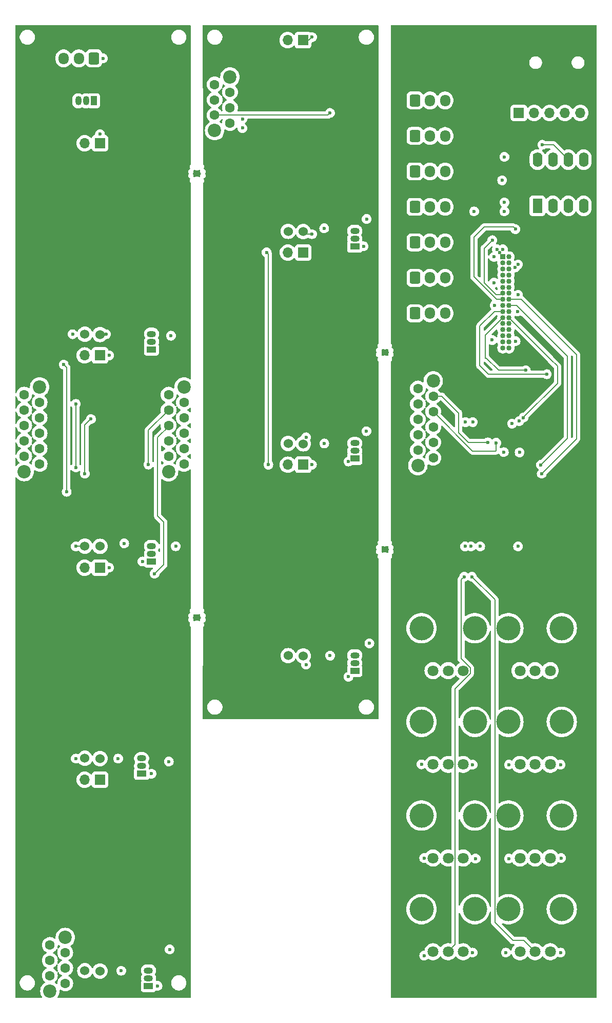
<source format=gbr>
%TF.GenerationSoftware,KiCad,Pcbnew,8.0.0*%
%TF.CreationDate,2025-03-21T10:21:52+01:00*%
%TF.ProjectId,MuseMatrix_Core,4d757365-4d61-4747-9269-785f436f7265,rev?*%
%TF.SameCoordinates,Original*%
%TF.FileFunction,Copper,L4,Bot*%
%TF.FilePolarity,Positive*%
%FSLAX46Y46*%
G04 Gerber Fmt 4.6, Leading zero omitted, Abs format (unit mm)*
G04 Created by KiCad (PCBNEW 8.0.0) date 2025-03-21 10:21:52*
%MOMM*%
%LPD*%
G01*
G04 APERTURE LIST*
G04 Aperture macros list*
%AMRoundRect*
0 Rectangle with rounded corners*
0 $1 Rounding radius*
0 $2 $3 $4 $5 $6 $7 $8 $9 X,Y pos of 4 corners*
0 Add a 4 corners polygon primitive as box body*
4,1,4,$2,$3,$4,$5,$6,$7,$8,$9,$2,$3,0*
0 Add four circle primitives for the rounded corners*
1,1,$1+$1,$2,$3*
1,1,$1+$1,$4,$5*
1,1,$1+$1,$6,$7*
1,1,$1+$1,$8,$9*
0 Add four rect primitives between the rounded corners*
20,1,$1+$1,$2,$3,$4,$5,0*
20,1,$1+$1,$4,$5,$6,$7,0*
20,1,$1+$1,$6,$7,$8,$9,0*
20,1,$1+$1,$8,$9,$2,$3,0*%
G04 Aperture macros list end*
%TA.AperFunction,ComponentPad*%
%ADD10C,2.200000*%
%TD*%
%TA.AperFunction,ComponentPad*%
%ADD11C,1.600000*%
%TD*%
%TA.AperFunction,ComponentPad*%
%ADD12R,1.700000X1.700000*%
%TD*%
%TA.AperFunction,ComponentPad*%
%ADD13O,1.700000X1.700000*%
%TD*%
%TA.AperFunction,WasherPad*%
%ADD14C,4.000000*%
%TD*%
%TA.AperFunction,ComponentPad*%
%ADD15C,1.800000*%
%TD*%
%TA.AperFunction,ComponentPad*%
%ADD16R,1.500000X1.050000*%
%TD*%
%TA.AperFunction,ComponentPad*%
%ADD17O,1.500000X1.050000*%
%TD*%
%TA.AperFunction,ComponentPad*%
%ADD18RoundRect,0.250000X-0.600000X-0.725000X0.600000X-0.725000X0.600000X0.725000X-0.600000X0.725000X0*%
%TD*%
%TA.AperFunction,ComponentPad*%
%ADD19O,1.700000X1.950000*%
%TD*%
%TA.AperFunction,ComponentPad*%
%ADD20C,1.524000*%
%TD*%
%TA.AperFunction,ComponentPad*%
%ADD21R,1.050000X1.500000*%
%TD*%
%TA.AperFunction,ComponentPad*%
%ADD22O,1.050000X1.500000*%
%TD*%
%TA.AperFunction,ComponentPad*%
%ADD23R,1.600000X2.400000*%
%TD*%
%TA.AperFunction,ComponentPad*%
%ADD24O,1.600000X2.400000*%
%TD*%
%TA.AperFunction,ComponentPad*%
%ADD25O,0.850000X0.850000*%
%TD*%
%TA.AperFunction,ComponentPad*%
%ADD26R,0.850000X0.850000*%
%TD*%
%TA.AperFunction,ComponentPad*%
%ADD27RoundRect,0.250000X0.600000X0.725000X-0.600000X0.725000X-0.600000X-0.725000X0.600000X-0.725000X0*%
%TD*%
%TA.AperFunction,ViaPad*%
%ADD28C,0.600000*%
%TD*%
%TA.AperFunction,Conductor*%
%ADD29C,0.200000*%
%TD*%
G04 APERTURE END LIST*
D10*
%TO.P,J5,0*%
%TO.N,N/C*%
X91997664Y-74200000D03*
X89457664Y-88160000D03*
D11*
%TO.P,J5,1,Pin_1*%
%TO.N,/Main_board/jst0*%
X89457664Y-75460000D03*
%TO.P,J5,2,Pin_2*%
%TO.N,/Main_board/jst1*%
X89457664Y-78000000D03*
%TO.P,J5,3,Pin_3*%
%TO.N,/Main_board/jst2*%
X89457664Y-80540000D03*
%TO.P,J5,4,Pin_4*%
%TO.N,/Main_board/jst3*%
X89457664Y-83080000D03*
%TO.P,J5,5,Pin_5*%
%TO.N,/Main_board/jst4*%
X89457664Y-85620000D03*
%TO.P,J5,6,Pin_6*%
%TO.N,/Main_board/jst5*%
X91997664Y-76740000D03*
%TO.P,J5,7,Pin_7*%
%TO.N,/Main_board/jst6*%
X91997664Y-79260000D03*
%TO.P,J5,8,Pin_8*%
%TO.N,unconnected-(J5-Pin_8-Pad8)*%
X91997664Y-81820000D03*
%TO.P,J5,9,Pin_9*%
%TO.N,unconnected-(J5-Pin_9-Pad9)*%
X91997664Y-84340000D03*
%TO.P,J5,10,Pin_10*%
%TO.N,unconnected-(J5-Pin_10-Pad10)*%
X91997664Y-86900000D03*
%TD*%
D12*
%TO.P,J4,1*%
%TO.N,unconnected-(J4-Pad1)*%
X106130000Y-30000000D03*
D13*
%TO.P,J4,2*%
%TO.N,unconnected-(J4-Pad2)*%
X108670000Y-30000000D03*
%TO.P,J4,3*%
%TO.N,unconnected-(J4-Pad3)*%
X111210000Y-30000000D03*
%TO.P,J4,4*%
%TO.N,Net-(J4-Pad4)*%
X113750000Y-30000000D03*
%TO.P,J4,5*%
%TO.N,Net-(U4-VO2)*%
X116290000Y-30000000D03*
%TD*%
D14*
%TO.P,RV5,*%
%TO.N,*%
X90057664Y-130450000D03*
X98857664Y-130450000D03*
D15*
%TO.P,RV5,1,1*%
%TO.N,+3.3V*%
X96957664Y-137450000D03*
%TO.P,RV5,2,2*%
%TO.N,Net-(U1-CH4)*%
X94457664Y-137450000D03*
%TO.P,RV5,3,3*%
%TO.N,GND*%
X91957664Y-137450000D03*
%TD*%
D12*
%TO.P,D6,1,K*%
%TO.N,GND*%
X70542336Y-53025000D03*
D13*
%TO.P,D6,2,A*%
%TO.N,Net-(D6-A)*%
X68002336Y-53025000D03*
%TD*%
D16*
%TO.P,Q6,1,E*%
%TO.N,GND*%
X79042336Y-87025000D03*
D17*
%TO.P,Q6,2,B*%
%TO.N,Net-(Q6-B)*%
X79042336Y-85755000D03*
%TO.P,Q6,3,C*%
%TO.N,/Column_7_Rows/d6_0*%
X79042336Y-84485000D03*
%TD*%
D11*
%TO.P,J17,1,Pin_1*%
%TO.N,GND*%
X31270000Y-173580000D03*
%TO.P,J17,2,Pin_2*%
%TO.N,+3.3V*%
X31270000Y-171040000D03*
%TO.P,J17,3,Pin_3*%
%TO.N,/Column_7_Rows/column_voltage*%
X31270000Y-168500000D03*
%TO.P,J17,4,Pin_4*%
%TO.N,/Column_7_Rows/d5_1*%
X28730000Y-172300000D03*
%TO.P,J17,5,Pin_5*%
%TO.N,/Column_7_Rows/d6_1*%
X28730000Y-169780000D03*
%TO.P,J17,6,Pin_6*%
%TO.N,/Column_7_Rows/d7_1*%
X28730000Y-167240000D03*
D10*
%TO.P,J17,7*%
%TO.N,N/C*%
X28730000Y-174840000D03*
X31270000Y-166010000D03*
%TD*%
D18*
%TO.P,J10,1,Pin_1*%
%TO.N,GND*%
X88957664Y-51350000D03*
D19*
%TO.P,J10,2,Pin_2*%
%TO.N,/Main_board/c4*%
X91457664Y-51350000D03*
%TO.P,J10,3,Pin_3*%
%TO.N,+3.3V*%
X93957664Y-51350000D03*
%TD*%
D16*
%TO.P,Q5,1,E*%
%TO.N,GND*%
X79042336Y-52025000D03*
D17*
%TO.P,Q5,2,B*%
%TO.N,Net-(Q5-B)*%
X79042336Y-50755000D03*
%TO.P,Q5,3,C*%
%TO.N,/Column_7_Rows/d5_0*%
X79042336Y-49485000D03*
%TD*%
D16*
%TO.P,Q1,1,E*%
%TO.N,GND*%
X45500000Y-69000000D03*
D17*
%TO.P,Q1,2,B*%
%TO.N,Net-(Q1-B)*%
X45500000Y-67730000D03*
%TO.P,Q1,3,C*%
%TO.N,/Column_7_Rows/d1*%
X45500000Y-66460000D03*
%TD*%
D18*
%TO.P,J9,1,Pin_1*%
%TO.N,GND*%
X88957664Y-45500000D03*
D19*
%TO.P,J9,2,Pin_2*%
%TO.N,/Main_board/c3*%
X91457664Y-45500000D03*
%TO.P,J9,3,Pin_3*%
%TO.N,+3.3V*%
X93957664Y-45500000D03*
%TD*%
D10*
%TO.P,J13,0*%
%TO.N,N/C*%
X27040000Y-75200000D03*
X24500000Y-89160000D03*
D11*
%TO.P,J13,1,Pin_1*%
%TO.N,/Column_7_Rows/d1*%
X24500000Y-76460000D03*
%TO.P,J13,2,Pin_2*%
%TO.N,/Column_7_Rows/d2*%
X24500000Y-79000000D03*
%TO.P,J13,3,Pin_3*%
%TO.N,/Column_7_Rows/d3*%
X24500000Y-81540000D03*
%TO.P,J13,4,Pin_4*%
%TO.N,/Column_7_Rows/d4*%
X24500000Y-84080000D03*
%TO.P,J13,5,Pin_5*%
%TO.N,/Column_7_Rows/d5_1*%
X24500000Y-86620000D03*
%TO.P,J13,6,Pin_6*%
%TO.N,/Column_7_Rows/d6_1*%
X27040000Y-77740000D03*
%TO.P,J13,7,Pin_7*%
%TO.N,/Column_7_Rows/d7_1*%
X27040000Y-80260000D03*
%TO.P,J13,8,Pin_8*%
%TO.N,unconnected-(J13-Pin_8-Pad8)*%
X27040000Y-82820000D03*
%TO.P,J13,9,Pin_9*%
%TO.N,unconnected-(J13-Pin_9-Pad9)*%
X27040000Y-85340000D03*
%TO.P,J13,10,Pin_10*%
%TO.N,unconnected-(J13-Pin_10-Pad10)*%
X27040000Y-87900000D03*
%TD*%
D16*
%TO.P,Q7,1,E*%
%TO.N,GND*%
X79042336Y-122025000D03*
D17*
%TO.P,Q7,2,B*%
%TO.N,Net-(Q7-B)*%
X79042336Y-120755000D03*
%TO.P,Q7,3,C*%
%TO.N,/Column_7_Rows/d7_0*%
X79042336Y-119485000D03*
%TD*%
D12*
%TO.P,D7,1,K*%
%TO.N,GND*%
X70542336Y-88025000D03*
D13*
%TO.P,D7,2,A*%
%TO.N,Net-(D7-A)*%
X68002336Y-88025000D03*
%TD*%
D20*
%TO.P,R20,1*%
%TO.N,Net-(Q5-B)*%
X68042336Y-49525000D03*
%TO.P,R20,2*%
%TO.N,+3.3V*%
X70542336Y-49575000D03*
%TD*%
%TO.P,R12,1*%
%TO.N,Net-(Q4-B)*%
X34500000Y-171500000D03*
%TO.P,R12,2*%
%TO.N,+3.3V*%
X37000000Y-171550000D03*
%TD*%
D18*
%TO.P,J12,1,Pin_1*%
%TO.N,GND*%
X88957664Y-63050000D03*
D19*
%TO.P,J12,2,Pin_2*%
%TO.N,/Main_board/c6*%
X91457664Y-63050000D03*
%TO.P,J12,3,Pin_3*%
%TO.N,+3.3V*%
X93957664Y-63050000D03*
%TD*%
D18*
%TO.P,J8,1,Pin_1*%
%TO.N,GND*%
X88957664Y-39650000D03*
D19*
%TO.P,J8,2,Pin_2*%
%TO.N,/Main_board/c2*%
X91457664Y-39650000D03*
%TO.P,J8,3,Pin_3*%
%TO.N,+3.3V*%
X93957664Y-39650000D03*
%TD*%
D11*
%TO.P,J18,1,Pin_1*%
%TO.N,GND*%
X58457664Y-31655000D03*
%TO.P,J18,2,Pin_2*%
%TO.N,+3.3V*%
X58457664Y-29115000D03*
%TO.P,J18,3,Pin_3*%
%TO.N,/Column_7_Rows/column_voltage2*%
X58457664Y-26575000D03*
%TO.P,J18,4,Pin_4*%
%TO.N,/Column_7_Rows/d5_0*%
X55917664Y-30375000D03*
%TO.P,J18,5,Pin_5*%
%TO.N,/Column_7_Rows/d6_0*%
X55917664Y-27855000D03*
%TO.P,J18,6,Pin_6*%
%TO.N,/Column_7_Rows/d7_0*%
X55917664Y-25315000D03*
D10*
%TO.P,J18,7*%
%TO.N,N/C*%
X55917664Y-32915000D03*
X58457664Y-24085000D03*
%TD*%
D14*
%TO.P,RV1,*%
%TO.N,*%
X90057664Y-161350000D03*
X98857664Y-161350000D03*
D15*
%TO.P,RV1,1,1*%
%TO.N,+3.3V*%
X96957664Y-168350000D03*
%TO.P,RV1,2,2*%
%TO.N,Net-(U1-CH0)*%
X94457664Y-168350000D03*
%TO.P,RV1,3,3*%
%TO.N,GND*%
X91957664Y-168350000D03*
%TD*%
D10*
%TO.P,J3,0*%
%TO.N,N/C*%
X50856252Y-75213251D03*
X48316252Y-89173251D03*
D11*
%TO.P,J3,1,Pin_1*%
%TO.N,/Column_7_Rows/d1*%
X48316252Y-76473251D03*
%TO.P,J3,2,Pin_2*%
%TO.N,/Column_7_Rows/d2*%
X48316252Y-79013251D03*
%TO.P,J3,3,Pin_3*%
%TO.N,/Column_7_Rows/d3*%
X48316252Y-81553251D03*
%TO.P,J3,4,Pin_4*%
%TO.N,/Column_7_Rows/d4*%
X48316252Y-84093251D03*
%TO.P,J3,5,Pin_5*%
%TO.N,/Column_7_Rows/d5_1*%
X48316252Y-86633251D03*
%TO.P,J3,6,Pin_6*%
%TO.N,/Column_7_Rows/d6_1*%
X50856252Y-77753251D03*
%TO.P,J3,7,Pin_7*%
%TO.N,/Column_7_Rows/d7_1*%
X50856252Y-80273251D03*
%TO.P,J3,8,Pin_8*%
%TO.N,unconnected-(J3-Pin_8-Pad8)*%
X50856252Y-82833251D03*
%TO.P,J3,9,Pin_9*%
%TO.N,unconnected-(J3-Pin_9-Pad9)*%
X50856252Y-85353251D03*
%TO.P,J3,10,Pin_10*%
%TO.N,unconnected-(J3-Pin_10-Pad10)*%
X50856252Y-87913251D03*
%TD*%
D16*
%TO.P,Q4,1,E*%
%TO.N,GND*%
X45000000Y-174000000D03*
D17*
%TO.P,Q4,2,B*%
%TO.N,Net-(Q4-B)*%
X45000000Y-172730000D03*
%TO.P,Q4,3,C*%
%TO.N,/Column_7_Rows/d4*%
X45000000Y-171460000D03*
%TD*%
D20*
%TO.P,R21,1*%
%TO.N,Net-(Q6-B)*%
X68042336Y-84525000D03*
%TO.P,R21,2*%
%TO.N,+3.3V*%
X70542336Y-84575000D03*
%TD*%
D18*
%TO.P,J11,1,Pin_1*%
%TO.N,GND*%
X88957664Y-57200000D03*
D19*
%TO.P,J11,2,Pin_2*%
%TO.N,/Main_board/c5*%
X91457664Y-57200000D03*
%TO.P,J11,3,Pin_3*%
%TO.N,+3.3V*%
X93957664Y-57200000D03*
%TD*%
D14*
%TO.P,RV4,*%
%TO.N,*%
X104407664Y-145900000D03*
X113207664Y-145900000D03*
D15*
%TO.P,RV4,1,1*%
%TO.N,+3.3V*%
X111307664Y-152900000D03*
%TO.P,RV4,2,2*%
%TO.N,Net-(U1-CH3)*%
X108807664Y-152900000D03*
%TO.P,RV4,3,3*%
%TO.N,GND*%
X106307664Y-152900000D03*
%TD*%
D20*
%TO.P,R2,1*%
%TO.N,Net-(Q1-B)*%
X34500000Y-66500000D03*
%TO.P,R2,2*%
%TO.N,+3.3V*%
X37000000Y-66550000D03*
%TD*%
D12*
%TO.P,D4,1,K*%
%TO.N,GND*%
X37000000Y-140000000D03*
D13*
%TO.P,D4,2,A*%
%TO.N,Net-(D4-A)*%
X34460000Y-140000000D03*
%TD*%
D21*
%TO.P,Q8,1,E*%
%TO.N,GND*%
X35960000Y-28000000D03*
D22*
%TO.P,Q8,2,B*%
%TO.N,/Column_7_Rows/Column_voltage*%
X34690000Y-28000000D03*
%TO.P,Q8,3,C*%
%TO.N,/Column_7_Rows/column_voltage*%
X33420000Y-28000000D03*
%TD*%
D16*
%TO.P,Q3,1,E*%
%TO.N,GND*%
X43860000Y-139000000D03*
D17*
%TO.P,Q3,2,B*%
%TO.N,Net-(Q3-B)*%
X43860000Y-137730000D03*
%TO.P,Q3,3,C*%
%TO.N,/Column_7_Rows/d3*%
X43860000Y-136460000D03*
%TD*%
D12*
%TO.P,D2,1,K*%
%TO.N,GND*%
X37000000Y-70000000D03*
D13*
%TO.P,D2,2,A*%
%TO.N,Net-(D2-A)*%
X34460000Y-70000000D03*
%TD*%
D12*
%TO.P,D1,1,K*%
%TO.N,GND*%
X37000000Y-35000000D03*
D13*
%TO.P,D1,2,A*%
%TO.N,Net-(D1-A)*%
X34460000Y-35000000D03*
%TD*%
D20*
%TO.P,R22,1*%
%TO.N,Net-(Q7-B)*%
X68042336Y-119525000D03*
%TO.P,R22,2*%
%TO.N,+3.3V*%
X70542336Y-119575000D03*
%TD*%
D12*
%TO.P,D5,1,K*%
%TO.N,GND*%
X70500000Y-18000000D03*
D13*
%TO.P,D5,2,A*%
%TO.N,Net-(D5-A)*%
X67960000Y-18000000D03*
%TD*%
D20*
%TO.P,R11,1*%
%TO.N,Net-(Q3-B)*%
X37000000Y-136500000D03*
%TO.P,R11,2*%
%TO.N,+3.3V*%
X34500000Y-136450000D03*
%TD*%
D14*
%TO.P,RV8,*%
%TO.N,*%
X104407664Y-115000000D03*
X113207664Y-115000000D03*
D15*
%TO.P,RV8,1,1*%
%TO.N,+3.3V*%
X111307664Y-122000000D03*
%TO.P,RV8,2,2*%
%TO.N,Net-(U1-CH7)*%
X108807664Y-122000000D03*
%TO.P,RV8,3,3*%
%TO.N,GND*%
X106307664Y-122000000D03*
%TD*%
D14*
%TO.P,RV2,*%
%TO.N,*%
X104407664Y-161350000D03*
X113207664Y-161350000D03*
D15*
%TO.P,RV2,1,1*%
%TO.N,+3.3V*%
X111307664Y-168350000D03*
%TO.P,RV2,2,2*%
%TO.N,Net-(U1-CH1)*%
X108807664Y-168350000D03*
%TO.P,RV2,3,3*%
%TO.N,GND*%
X106307664Y-168350000D03*
%TD*%
D14*
%TO.P,RV7,*%
%TO.N,*%
X90057664Y-115000000D03*
X98857664Y-115000000D03*
D15*
%TO.P,RV7,1,1*%
%TO.N,+3.3V*%
X96957664Y-122000000D03*
%TO.P,RV7,2,2*%
%TO.N,Net-(U1-CH6)*%
X94457664Y-122000000D03*
%TO.P,RV7,3,3*%
%TO.N,GND*%
X91957664Y-122000000D03*
%TD*%
D16*
%TO.P,Q2,1,E*%
%TO.N,GND*%
X45500000Y-104000000D03*
D17*
%TO.P,Q2,2,B*%
%TO.N,Net-(Q2-B)*%
X45500000Y-102730000D03*
%TO.P,Q2,3,C*%
%TO.N,/Column_7_Rows/d2*%
X45500000Y-101460000D03*
%TD*%
D20*
%TO.P,R6,1*%
%TO.N,Net-(Q2-B)*%
X37000000Y-101500000D03*
%TO.P,R6,2*%
%TO.N,+3.3V*%
X34500000Y-101450000D03*
%TD*%
D19*
%TO.P,J6,3,Pin_3*%
%TO.N,+3.3V*%
X93957664Y-27950000D03*
%TO.P,J6,2,Pin_2*%
%TO.N,/Main_board/c0*%
X91457664Y-27950000D03*
D18*
%TO.P,J6,1,Pin_1*%
%TO.N,GND*%
X88957664Y-27950000D03*
%TD*%
D23*
%TO.P,U4,1,NC*%
%TO.N,unconnected-(U4-NC-Pad1)*%
X109200000Y-45325000D03*
D24*
%TO.P,U4,2,C1*%
%TO.N,Net-(U4-C1)*%
X111740000Y-45325000D03*
%TO.P,U4,3,C2*%
%TO.N,GND*%
X114280000Y-45325000D03*
%TO.P,U4,4,NC*%
%TO.N,unconnected-(U4-NC-Pad4)*%
X116820000Y-45325000D03*
%TO.P,U4,5,GND*%
%TO.N,GND*%
X116820000Y-37705000D03*
%TO.P,U4,6,VO2*%
%TO.N,Net-(U4-VO2)*%
X114280000Y-37705000D03*
%TO.P,U4,7,VO1*%
%TO.N,Net-(U4-VO1)*%
X111740000Y-37705000D03*
%TO.P,U4,8,VCC*%
%TO.N,+3.3V*%
X109200000Y-37705000D03*
%TD*%
D12*
%TO.P,D3,1,K*%
%TO.N,GND*%
X37000000Y-105000000D03*
D13*
%TO.P,D3,2,A*%
%TO.N,Net-(D3-A)*%
X34460000Y-105000000D03*
%TD*%
D25*
%TO.P,J1,32,GPIO12/PWM0*%
%TO.N,unconnected-(J1-GPIO12{slash}PWM0-Pad32)*%
X104500000Y-68750000D03*
%TO.P,J1,31,GPCLK2/GPIO06*%
%TO.N,unconnected-(J1-GPCLK2{slash}GPIO06-Pad31)*%
X103500000Y-68750000D03*
%TO.P,J1,30,GND*%
%TO.N,/Raspberry_connections/GND*%
X104500000Y-67750000D03*
%TO.P,J1,29,GPCLK1/GPIO05*%
%TO.N,unconnected-(J1-GPCLK1{slash}GPIO05-Pad29)*%
X103500000Y-67750000D03*
%TO.P,J1,28,ID_SC_I2C0/GPIO01*%
%TO.N,unconnected-(J1-ID_SC_I2C0{slash}GPIO01-Pad28)*%
X104500000Y-66750000D03*
%TO.P,J1,27,ID_SD_I2C0/GPIO00*%
%TO.N,unconnected-(J1-ID_SD_I2C0{slash}GPIO00-Pad27)*%
X103500000Y-66750000D03*
%TO.P,J1,26,~{CE1}_SPI0/GPIO07*%
%TO.N,unconnected-(J1-~{CE1}_SPI0{slash}GPIO07-Pad26)*%
X104500000Y-65750000D03*
%TO.P,J1,25,GND*%
%TO.N,/Raspberry_connections/GND*%
X103500000Y-65750000D03*
%TO.P,J1,24,~{CE0}_SPI0/GPIO08*%
%TO.N,/Octaves board/select*%
X104500000Y-64750000D03*
%TO.P,J1,23,SCLK_SPI0/GPIO11*%
%TO.N,/Octaves board/ADC_clock*%
X103500000Y-64750000D03*
%TO.P,J1,22,GPIO25/SDIO_DAT1*%
%TO.N,/Main_board/DATA_OUT_165*%
X104500000Y-63750000D03*
%TO.P,J1,21,MISO_SPI0/GPIO09*%
%TO.N,/Octaves board/DATA_OUT_ADC*%
X103500000Y-63750000D03*
%TO.P,J1,20,GND*%
%TO.N,/Raspberry_connections/GND*%
X104500000Y-62750000D03*
%TO.P,J1,19,MOSI_SPI0/GPIO10*%
%TO.N,/Octaves board/DATA_IN_ADC*%
X103500000Y-62750000D03*
%TO.P,J1,18,GPIO24/SDIO_DAT0*%
%TO.N,/Main_board/clock_165*%
X104500000Y-61750000D03*
%TO.P,J1,17,3V3*%
%TO.N,+3.3V*%
X103500000Y-61750000D03*
%TO.P,J1,16,GPIO23/SDIO_CMD*%
%TO.N,/Main_board/LOAD_165*%
X104500000Y-60750000D03*
%TO.P,J1,15,GPIO22/SDIO_CLK*%
%TO.N,/Main_board/LATCH_595*%
X103500000Y-60750000D03*
%TO.P,J1,14,GND*%
%TO.N,/Raspberry_connections/GND*%
X104500000Y-59750000D03*
%TO.P,J1,13,GPIO27/SDIO_DAT3*%
%TO.N,/Main_board/clock_595*%
X103500000Y-59750000D03*
%TO.P,J1,12,GPIO18/SPI1_~{CE0}/PCM_CLK/PWM0*%
%TO.N,unconnected-(J1-GPIO18{slash}SPI1_~{CE0}{slash}PCM_CLK{slash}PWM0-Pad12)*%
X104500000Y-58750000D03*
%TO.P,J1,11,GPIO17/SPI1_~{CE1}*%
%TO.N,/Main_board/DATA_IN_595*%
X103500000Y-58750000D03*
%TO.P,J1,10,GPIO15/UART_RXD*%
%TO.N,unconnected-(J1-GPIO15{slash}UART_RXD-Pad10)*%
X104500000Y-57750000D03*
%TO.P,J1,9,GND*%
%TO.N,/Raspberry_connections/GND*%
X103500000Y-57750000D03*
%TO.P,J1,8,GPIO14/UART_TXD*%
%TO.N,/Main_board/midi_in*%
X104500000Y-56750000D03*
%TO.P,J1,7,GPCLK0/GPIO04*%
%TO.N,unconnected-(J1-GPCLK0{slash}GPIO04-Pad7)*%
X103500000Y-56750000D03*
%TO.P,J1,6,GND*%
%TO.N,/Raspberry_connections/GND*%
X104500000Y-55750000D03*
%TO.P,J1,5,SCL_I2C1/GPIO03*%
%TO.N,unconnected-(J1-SCL_I2C1{slash}GPIO03-Pad5)*%
X103500000Y-55750000D03*
%TO.P,J1,4,5V*%
%TO.N,unconnected-(J1-5V-Pad2)_0*%
X104500000Y-54750000D03*
%TO.P,J1,3,SDA_I2C1/GPIO02*%
%TO.N,unconnected-(J1-SDA_I2C1{slash}GPIO02-Pad3)*%
X103500000Y-54750000D03*
%TO.P,J1,2,5V*%
%TO.N,unconnected-(J1-5V-Pad2)*%
X104500000Y-53750000D03*
D26*
%TO.P,J1,1,3V3*%
%TO.N,+3.3V*%
X103500000Y-53750000D03*
%TD*%
D14*
%TO.P,RV3,*%
%TO.N,*%
X90057664Y-145900000D03*
X98857664Y-145900000D03*
D15*
%TO.P,RV3,1,1*%
%TO.N,+3.3V*%
X96957664Y-152900000D03*
%TO.P,RV3,2,2*%
%TO.N,Net-(U1-CH2)*%
X94457664Y-152900000D03*
%TO.P,RV3,3,3*%
%TO.N,GND*%
X91957664Y-152900000D03*
%TD*%
D14*
%TO.P,RV6,*%
%TO.N,*%
X104407664Y-130450000D03*
X113207664Y-130450000D03*
D15*
%TO.P,RV6,1,1*%
%TO.N,+3.3V*%
X111307664Y-137450000D03*
%TO.P,RV6,2,2*%
%TO.N,Net-(U1-CH5)*%
X108807664Y-137450000D03*
%TO.P,RV6,3,3*%
%TO.N,GND*%
X106307664Y-137450000D03*
%TD*%
D18*
%TO.P,J7,1,Pin_1*%
%TO.N,GND*%
X88957664Y-33800000D03*
D19*
%TO.P,J7,2,Pin_2*%
%TO.N,/Main_board/c1*%
X91457664Y-33800000D03*
%TO.P,J7,3,Pin_3*%
%TO.N,+3.3V*%
X93957664Y-33800000D03*
%TD*%
D27*
%TO.P,J2,1,Pin_1*%
%TO.N,GND*%
X36000000Y-21000000D03*
D19*
%TO.P,J2,2,Pin_2*%
%TO.N,/Column_7_Rows/Column_voltage*%
X33500000Y-21000000D03*
%TO.P,J2,3,Pin_3*%
%TO.N,+3.3V*%
X31000000Y-21000000D03*
%TD*%
D28*
%TO.N,/Raspberry_connections/GND*%
X105600000Y-67650000D03*
X101725000Y-67450000D03*
%TO.N,GND*%
X103375000Y-41125000D03*
X103650000Y-85950000D03*
%TO.N,/Main_board/DATA_OUT_165*%
X106875000Y-80275000D03*
%TO.N,+3.3V*%
X98525000Y-81000000D03*
X97325000Y-81000000D03*
%TO.N,/Main_board/jst5*%
X101025000Y-84350000D03*
%TO.N,/Main_board/jst6*%
X102400000Y-84425000D03*
%TO.N,/Main_board/DATA_OUT_165*%
X106200000Y-80825000D03*
%TO.N,/Main_board/LATCH_595*%
X105575000Y-49175000D03*
%TO.N,/Main_board/clock_595*%
X101750000Y-51000000D03*
%TO.N,/Main_board/LOAD_165*%
X109900000Y-89500000D03*
%TO.N,/Main_board/clock_165*%
X109775000Y-88050000D03*
%TO.N,/Octaves board/DATA_IN_ADC*%
X110725000Y-73100000D03*
%TO.N,/Octaves board/DATA_OUT_ADC*%
X107275000Y-72450000D03*
%TO.N,/Raspberry_connections/GND*%
X105950000Y-62750000D03*
%TO.N,+3.3V*%
X102125000Y-61725000D03*
%TO.N,/Raspberry_connections/GND*%
X106000000Y-60000000D03*
X102000000Y-58000000D03*
%TO.N,+3.3V*%
X103000000Y-53000000D03*
%TO.N,/Raspberry_connections/GND*%
X105500000Y-55500000D03*
X106000000Y-55000000D03*
%TO.N,+3.3V*%
X102500000Y-52500000D03*
X102000000Y-53750000D03*
X103500000Y-52500000D03*
X103750000Y-37250000D03*
%TO.N,GND*%
X98750000Y-46250000D03*
X103750000Y-46250000D03*
%TO.N,+3.3V*%
X103750000Y-44750000D03*
X108750000Y-37000000D03*
%TO.N,Net-(U4-VO2)*%
X110000000Y-35250000D03*
%TO.N,GND*%
X105000000Y-81250000D03*
X106250000Y-86000000D03*
X106000000Y-101500000D03*
X99750000Y-101500000D03*
%TO.N,+3.3V*%
X98250000Y-101500000D03*
X97250000Y-101500000D03*
%TO.N,GND*%
X40000000Y-136500000D03*
X80500000Y-52000000D03*
X44000000Y-104000000D03*
X90500000Y-152900000D03*
X74975000Y-119525000D03*
X38500000Y-70000000D03*
X37000000Y-33500000D03*
X60500000Y-32500000D03*
X90050000Y-137450000D03*
X90500000Y-169000000D03*
X41000000Y-101000000D03*
X32480000Y-66500000D03*
X74002336Y-49025000D03*
X37500000Y-21000000D03*
X78000000Y-87500000D03*
X74022336Y-84525000D03*
X72000000Y-17500000D03*
X104500000Y-137500000D03*
X71975000Y-88025000D03*
X104000000Y-168500000D03*
X104500000Y-153000000D03*
X78000000Y-123000000D03*
X38500000Y-105000000D03*
X45500000Y-139000000D03*
X46500000Y-174000000D03*
X40500000Y-171500000D03*
%TO.N,/Column_7_Rows/d3*%
X46000000Y-106000000D03*
%TO.N,/Column_7_Rows/d2*%
X45000000Y-88000000D03*
%TO.N,+3.3V*%
X49500000Y-101480000D03*
X48500000Y-167980000D03*
X72000000Y-50000000D03*
X113100000Y-152900000D03*
X60500000Y-31000000D03*
X113000000Y-137500000D03*
X98500000Y-168500000D03*
X48360000Y-136980000D03*
X81457664Y-117500000D03*
X99000000Y-153000000D03*
X48725000Y-66750000D03*
X80997664Y-47500000D03*
X71000000Y-83500000D03*
X113000000Y-168500000D03*
X33000000Y-101500000D03*
X71000000Y-121000000D03*
X98500000Y-137500000D03*
X33000000Y-136500000D03*
X38000000Y-66500000D03*
X80977664Y-82500000D03*
%TO.N,/Column_7_Rows/column_voltage*%
X31000000Y-71500000D03*
X31500000Y-92500000D03*
%TO.N,Net-(U1-CH0)*%
X97107664Y-106500000D03*
%TO.N,Net-(U1-CH1)*%
X98377664Y-106500000D03*
%TO.N,/Column_7_Rows/d7_1*%
X34500000Y-89500000D03*
X35500000Y-80500000D03*
%TO.N,/Column_7_Rows/d6_1*%
X33000000Y-78000000D03*
X33000000Y-88500000D03*
%TO.N,/Column_7_Rows/column_voltage2*%
X64500000Y-53000000D03*
X64792336Y-88025000D03*
%TO.N,/Column_7_Rows/d5_0*%
X74957664Y-30000000D03*
%TD*%
D29*
%TO.N,/Main_board/jst5*%
X101025000Y-84350000D02*
X97775000Y-84350000D01*
X97775000Y-84350000D02*
X96175000Y-82750000D01*
X96175000Y-79500000D02*
X93415000Y-76740000D01*
X96175000Y-82750000D02*
X96175000Y-79500000D01*
X93415000Y-76740000D02*
X91997664Y-76740000D01*
%TO.N,/Main_board/jst6*%
X98512664Y-85775000D02*
X91997664Y-79260000D01*
X102400000Y-85700000D02*
X102325000Y-85775000D01*
X102325000Y-85775000D02*
X98512664Y-85775000D01*
X102400000Y-84425000D02*
X102400000Y-85700000D01*
%TO.N,/Main_board/DATA_OUT_165*%
X112500000Y-74625000D02*
X106887500Y-80237500D01*
X112500000Y-71775000D02*
X112500000Y-74625000D01*
X111275000Y-70550000D02*
X112500000Y-71775000D01*
X111275000Y-70525000D02*
X111275000Y-70550000D01*
X104500000Y-63750000D02*
X111275000Y-70525000D01*
%TO.N,/Main_board/clock_165*%
X105727818Y-61750000D02*
X104500000Y-61750000D01*
X114150000Y-83675000D02*
X114150000Y-70172182D01*
X109775000Y-88050000D02*
X114150000Y-83675000D01*
X114150000Y-70172182D02*
X105727818Y-61750000D01*
%TO.N,/Main_board/LOAD_165*%
X115650000Y-69900000D02*
X106500000Y-60750000D01*
X115650000Y-83750000D02*
X115650000Y-69900000D01*
X106500000Y-60750000D02*
X104500000Y-60750000D01*
X109900000Y-89500000D02*
X115650000Y-83750000D01*
%TO.N,/Main_board/LATCH_595*%
X98725000Y-57050000D02*
X102425000Y-60750000D01*
X98725000Y-50500000D02*
X98725000Y-57050000D01*
X102425000Y-60750000D02*
X103500000Y-60750000D01*
X100375000Y-48850000D02*
X98725000Y-50500000D01*
X100375000Y-48825000D02*
X100375000Y-48850000D01*
X105575000Y-49175000D02*
X105225000Y-48825000D01*
X105225000Y-48825000D02*
X100375000Y-48825000D01*
%TO.N,/Main_board/clock_595*%
X102350000Y-59975000D02*
X103275000Y-59975000D01*
X100425000Y-52325000D02*
X100425000Y-58050000D01*
X100425000Y-58050000D02*
X102350000Y-59975000D01*
X101750000Y-51000000D02*
X100425000Y-52325000D01*
X103275000Y-59975000D02*
X103500000Y-59750000D01*
%TO.N,/Octaves board/DATA_IN_ADC*%
X102125000Y-62750000D02*
X103500000Y-62750000D01*
X99700000Y-71675000D02*
X99700000Y-65175000D01*
X99700000Y-65175000D02*
X102125000Y-62750000D01*
X101125000Y-73100000D02*
X99700000Y-71675000D01*
X110725000Y-73100000D02*
X101125000Y-73100000D01*
%TO.N,/Octaves board/DATA_OUT_ADC*%
X100600000Y-66650000D02*
X103500000Y-63750000D01*
X100600000Y-70475000D02*
X100600000Y-66650000D01*
X100800000Y-70475000D02*
X100600000Y-70475000D01*
X102775000Y-72450000D02*
X100800000Y-70475000D01*
X107275000Y-72450000D02*
X102775000Y-72450000D01*
%TO.N,Net-(U4-VO2)*%
X111825000Y-35250000D02*
X114280000Y-37705000D01*
X110000000Y-35250000D02*
X111825000Y-35250000D01*
%TO.N,GND*%
X71500000Y-18000000D02*
X72000000Y-17500000D01*
X70500000Y-18000000D02*
X71500000Y-18000000D01*
%TO.N,/Column_7_Rows/d3*%
X46000000Y-106000000D02*
X47500000Y-104500000D01*
X47500000Y-104500000D02*
X47500000Y-97500000D01*
X46500000Y-83540000D02*
X48500000Y-81540000D01*
X46500000Y-96500000D02*
X46500000Y-83540000D01*
X47500000Y-97500000D02*
X46500000Y-96500000D01*
%TO.N,/Column_7_Rows/d2*%
X45000000Y-88000000D02*
X45000000Y-82329503D01*
X45000000Y-82329503D02*
X48316252Y-79013251D01*
%TO.N,+3.3V*%
X33050000Y-101450000D02*
X33000000Y-101500000D01*
X34500000Y-101450000D02*
X33050000Y-101450000D01*
X70542336Y-49575000D02*
X70967336Y-50000000D01*
X70967336Y-50000000D02*
X72000000Y-50000000D01*
%TO.N,/Column_7_Rows/column_voltage*%
X31500000Y-72000000D02*
X31000000Y-71500000D01*
X31500000Y-92500000D02*
X31500000Y-72000000D01*
%TO.N,Net-(U1-CH0)*%
X98107664Y-121523654D02*
X98107664Y-122476346D01*
X98107664Y-122476346D02*
X95607664Y-124976346D01*
X96607664Y-120023654D02*
X98107664Y-121523654D01*
X95607664Y-124976346D02*
X95607664Y-167200000D01*
X97107664Y-106500000D02*
X96607664Y-107000000D01*
X96607664Y-107000000D02*
X96607664Y-120023654D01*
X95607664Y-167200000D02*
X94457664Y-168350000D01*
%TO.N,Net-(U1-CH1)*%
X98377664Y-106500000D02*
X102157664Y-110280000D01*
X106957664Y-166500000D02*
X108807664Y-168350000D01*
X105131318Y-166500000D02*
X106957664Y-166500000D01*
X102157664Y-110280000D02*
X102157664Y-163526346D01*
X102157664Y-163526346D02*
X105131318Y-166500000D01*
%TO.N,/Column_7_Rows/d7_1*%
X34500000Y-89500000D02*
X34500000Y-81500000D01*
X34500000Y-81500000D02*
X35500000Y-80500000D01*
%TO.N,/Column_7_Rows/d6_1*%
X33000000Y-88500000D02*
X33000000Y-78000000D01*
%TO.N,/Column_7_Rows/column_voltage2*%
X64792336Y-53292336D02*
X64500000Y-53000000D01*
X64792336Y-88025000D02*
X64792336Y-53292336D01*
%TO.N,/Column_7_Rows/d5_0*%
X74582664Y-30375000D02*
X55917664Y-30375000D01*
X74957664Y-30000000D02*
X74582664Y-30375000D01*
%TD*%
%TA.AperFunction,NonConductor*%
G36*
X52500000Y-40562026D02*
G01*
X52487199Y-40556692D01*
X52447472Y-40499215D01*
X52445126Y-40429385D01*
X52445398Y-40428349D01*
X52450500Y-40409309D01*
X52450500Y-40290691D01*
X52419799Y-40176114D01*
X52360489Y-40073387D01*
X52360487Y-40073385D01*
X52356425Y-40066349D01*
X52358177Y-40065337D01*
X52336906Y-40010329D01*
X52350938Y-39941883D01*
X52358167Y-39930632D01*
X52360485Y-39926616D01*
X52360489Y-39926613D01*
X52419799Y-39823886D01*
X52450500Y-39709309D01*
X52450500Y-39590691D01*
X52445435Y-39571788D01*
X52447096Y-39501941D01*
X52486258Y-39444078D01*
X52500000Y-39438192D01*
X52500000Y-40562026D01*
G37*
%TD.AperFunction*%
%TA.AperFunction,NonConductor*%
G36*
X26005603Y-76421338D02*
G01*
X26096341Y-76498836D01*
X26176534Y-76547979D01*
X26223410Y-76599790D01*
X26234833Y-76668720D01*
X26207176Y-76732883D01*
X26199426Y-76741387D01*
X26039953Y-76900859D01*
X25923116Y-77067722D01*
X25868539Y-77111347D01*
X25806149Y-77117805D01*
X25838727Y-77173210D01*
X25835957Y-77243024D01*
X25830841Y-77255804D01*
X25813260Y-77293506D01*
X25813258Y-77293511D01*
X25754366Y-77513302D01*
X25754364Y-77513313D01*
X25734532Y-77739998D01*
X25734532Y-77740001D01*
X25754364Y-77966686D01*
X25754366Y-77966697D01*
X25814278Y-78190295D01*
X25812615Y-78260145D01*
X25773452Y-78318007D01*
X25709223Y-78345511D01*
X25640321Y-78333924D01*
X25592931Y-78293514D01*
X25500047Y-78160861D01*
X25500044Y-78160858D01*
X25500042Y-78160855D01*
X25339141Y-77999954D01*
X25152734Y-77869432D01*
X25152728Y-77869429D01*
X25094725Y-77842382D01*
X25042285Y-77796210D01*
X25023133Y-77729017D01*
X25043348Y-77662135D01*
X25094725Y-77617618D01*
X25113663Y-77608787D01*
X25152734Y-77590568D01*
X25339139Y-77460047D01*
X25500047Y-77299139D01*
X25616886Y-77132273D01*
X25671459Y-77088652D01*
X25733849Y-77082193D01*
X25701272Y-77026789D01*
X25704043Y-76956974D01*
X25709154Y-76944206D01*
X25726739Y-76906496D01*
X25785635Y-76686692D01*
X25801546Y-76504821D01*
X25826998Y-76439754D01*
X25883589Y-76398775D01*
X25953351Y-76394897D01*
X26005603Y-76421338D01*
G37*
%TD.AperFunction*%
%TA.AperFunction,NonConductor*%
G36*
X49821855Y-76434589D02*
G01*
X49912593Y-76512087D01*
X49992786Y-76561230D01*
X50039662Y-76613041D01*
X50051085Y-76681971D01*
X50023428Y-76746134D01*
X50015678Y-76754638D01*
X49856205Y-76914110D01*
X49739368Y-77080973D01*
X49684791Y-77124598D01*
X49622401Y-77131056D01*
X49654979Y-77186461D01*
X49652209Y-77256275D01*
X49647093Y-77269055D01*
X49629512Y-77306757D01*
X49629510Y-77306762D01*
X49570618Y-77526553D01*
X49570616Y-77526564D01*
X49550784Y-77753249D01*
X49550784Y-77753252D01*
X49570616Y-77979937D01*
X49570618Y-77979948D01*
X49630530Y-78203546D01*
X49628867Y-78273396D01*
X49589704Y-78331258D01*
X49525475Y-78358762D01*
X49456573Y-78347175D01*
X49409183Y-78306765D01*
X49316299Y-78174112D01*
X49316296Y-78174109D01*
X49316294Y-78174106D01*
X49155393Y-78013205D01*
X48968986Y-77882683D01*
X48968980Y-77882680D01*
X48910977Y-77855633D01*
X48858537Y-77809461D01*
X48839385Y-77742268D01*
X48859600Y-77675386D01*
X48910977Y-77630869D01*
X48968986Y-77603819D01*
X49155391Y-77473298D01*
X49316299Y-77312390D01*
X49433138Y-77145524D01*
X49487711Y-77101903D01*
X49550101Y-77095444D01*
X49517524Y-77040040D01*
X49520295Y-76970225D01*
X49525406Y-76957457D01*
X49542991Y-76919747D01*
X49601887Y-76699943D01*
X49617798Y-76518072D01*
X49643250Y-76453005D01*
X49699841Y-76412026D01*
X49769603Y-76408148D01*
X49821855Y-76434589D01*
G37*
%TD.AperFunction*%
%TA.AperFunction,NonConductor*%
G36*
X23205703Y-76736698D02*
G01*
X23243477Y-76795476D01*
X23244275Y-76798318D01*
X23273258Y-76906488D01*
X23273261Y-76906497D01*
X23369431Y-77112732D01*
X23369432Y-77112734D01*
X23499954Y-77299141D01*
X23660858Y-77460045D01*
X23707693Y-77492839D01*
X23847266Y-77590568D01*
X23886337Y-77608787D01*
X23905275Y-77617618D01*
X23957714Y-77663791D01*
X23976866Y-77730984D01*
X23956650Y-77797865D01*
X23905275Y-77842382D01*
X23847267Y-77869431D01*
X23847265Y-77869432D01*
X23660858Y-77999954D01*
X23499954Y-78160858D01*
X23369432Y-78347265D01*
X23369431Y-78347267D01*
X23273261Y-78553502D01*
X23273258Y-78553511D01*
X23244275Y-78661681D01*
X23207910Y-78721342D01*
X23145063Y-78751871D01*
X23075688Y-78743576D01*
X23021810Y-78699091D01*
X23000535Y-78632539D01*
X23000500Y-78629588D01*
X23000500Y-76830411D01*
X23020185Y-76763372D01*
X23072989Y-76717617D01*
X23142147Y-76707673D01*
X23205703Y-76736698D01*
G37*
%TD.AperFunction*%
%TA.AperFunction,NonConductor*%
G36*
X51918834Y-78632370D02*
G01*
X51974767Y-78674242D01*
X51999184Y-78739706D01*
X51999500Y-78748552D01*
X51999500Y-79277950D01*
X51979815Y-79344989D01*
X51927011Y-79390744D01*
X51857853Y-79400688D01*
X51794297Y-79371663D01*
X51787819Y-79365631D01*
X51695393Y-79273205D01*
X51508986Y-79142683D01*
X51508980Y-79142680D01*
X51472422Y-79125633D01*
X51419982Y-79079461D01*
X51400830Y-79012268D01*
X51421045Y-78945387D01*
X51472422Y-78900869D01*
X51508986Y-78883819D01*
X51695391Y-78753298D01*
X51727347Y-78721342D01*
X51787819Y-78660871D01*
X51849142Y-78627386D01*
X51918834Y-78632370D01*
G37*
%TD.AperFunction*%
%TA.AperFunction,NonConductor*%
G36*
X25899677Y-78406075D02*
G01*
X25947071Y-78446488D01*
X26039954Y-78579141D01*
X26200858Y-78740045D01*
X26247693Y-78772839D01*
X26387266Y-78870568D01*
X26415681Y-78883818D01*
X26423830Y-78887618D01*
X26476269Y-78933791D01*
X26495421Y-79000984D01*
X26475205Y-79067865D01*
X26423830Y-79112382D01*
X26387267Y-79129431D01*
X26387265Y-79129432D01*
X26200858Y-79259954D01*
X26039954Y-79420858D01*
X25947071Y-79553511D01*
X25892494Y-79597136D01*
X25822996Y-79604330D01*
X25760641Y-79572807D01*
X25725227Y-79512578D01*
X25725721Y-79450295D01*
X25739013Y-79400688D01*
X25785635Y-79226692D01*
X25805468Y-79000000D01*
X25785635Y-78773308D01*
X25737159Y-78592392D01*
X25725721Y-78549704D01*
X25727384Y-78479854D01*
X25766547Y-78421992D01*
X25830775Y-78394488D01*
X25899677Y-78406075D01*
G37*
%TD.AperFunction*%
%TA.AperFunction,NonConductor*%
G36*
X49715929Y-78419326D02*
G01*
X49763323Y-78459739D01*
X49856206Y-78592392D01*
X50017110Y-78753296D01*
X50045698Y-78773313D01*
X50203518Y-78883819D01*
X50240082Y-78900869D01*
X50292521Y-78947042D01*
X50311673Y-79014235D01*
X50291457Y-79081116D01*
X50240082Y-79125633D01*
X50203519Y-79142682D01*
X50203517Y-79142683D01*
X50017110Y-79273205D01*
X49856206Y-79434109D01*
X49763323Y-79566762D01*
X49708746Y-79610387D01*
X49639248Y-79617581D01*
X49576893Y-79586058D01*
X49541479Y-79525829D01*
X49541973Y-79463546D01*
X49546541Y-79446497D01*
X49601887Y-79239943D01*
X49621720Y-79013251D01*
X49601887Y-78786559D01*
X49559237Y-78627386D01*
X49541973Y-78562955D01*
X49543636Y-78493105D01*
X49582799Y-78435243D01*
X49647027Y-78407739D01*
X49715929Y-78419326D01*
G37*
%TD.AperFunction*%
%TA.AperFunction,NonConductor*%
G36*
X23205703Y-79276698D02*
G01*
X23243477Y-79335476D01*
X23244275Y-79338318D01*
X23273258Y-79446488D01*
X23273261Y-79446497D01*
X23369431Y-79652732D01*
X23369432Y-79652734D01*
X23499954Y-79839141D01*
X23660858Y-80000045D01*
X23707693Y-80032839D01*
X23847266Y-80130568D01*
X23889959Y-80150476D01*
X23905275Y-80157618D01*
X23957714Y-80203791D01*
X23976866Y-80270984D01*
X23956650Y-80337865D01*
X23905275Y-80382382D01*
X23847267Y-80409431D01*
X23847265Y-80409432D01*
X23660858Y-80539954D01*
X23499954Y-80700858D01*
X23369432Y-80887265D01*
X23369431Y-80887267D01*
X23273261Y-81093502D01*
X23273258Y-81093511D01*
X23244275Y-81201681D01*
X23207910Y-81261342D01*
X23145063Y-81291871D01*
X23075688Y-81283576D01*
X23021810Y-81239091D01*
X23000535Y-81172539D01*
X23000500Y-81169588D01*
X23000500Y-79370411D01*
X23020185Y-79303372D01*
X23072989Y-79257617D01*
X23142147Y-79247673D01*
X23205703Y-79276698D01*
G37*
%TD.AperFunction*%
%TA.AperFunction,NonConductor*%
G36*
X51918834Y-81152370D02*
G01*
X51974767Y-81194242D01*
X51999184Y-81259706D01*
X51999500Y-81268552D01*
X51999500Y-81837950D01*
X51979815Y-81904989D01*
X51927011Y-81950744D01*
X51857853Y-81960688D01*
X51794297Y-81931663D01*
X51787819Y-81925631D01*
X51695393Y-81833205D01*
X51508986Y-81702683D01*
X51508984Y-81702682D01*
X51480567Y-81689431D01*
X51429531Y-81665632D01*
X51377093Y-81619461D01*
X51357941Y-81552267D01*
X51378157Y-81485386D01*
X51429531Y-81440869D01*
X51508986Y-81403819D01*
X51695391Y-81273298D01*
X51729598Y-81239091D01*
X51787819Y-81180871D01*
X51849142Y-81147386D01*
X51918834Y-81152370D01*
G37*
%TD.AperFunction*%
%TA.AperFunction,NonConductor*%
G36*
X25779357Y-79687191D02*
G01*
X25814772Y-79747420D01*
X25814278Y-79809704D01*
X25754366Y-80033302D01*
X25754364Y-80033313D01*
X25734532Y-80259998D01*
X25734532Y-80260001D01*
X25754364Y-80486686D01*
X25754366Y-80486697D01*
X25813258Y-80706488D01*
X25813260Y-80706492D01*
X25813261Y-80706496D01*
X25819440Y-80719747D01*
X25830840Y-80744194D01*
X25841332Y-80813272D01*
X25812812Y-80877056D01*
X25801306Y-80884579D01*
X25855530Y-80884149D01*
X25914606Y-80921455D01*
X25923116Y-80932277D01*
X26039954Y-81099141D01*
X26200858Y-81260045D01*
X26234464Y-81283576D01*
X26387266Y-81390568D01*
X26415681Y-81403818D01*
X26466719Y-81427618D01*
X26519158Y-81473791D01*
X26538310Y-81540985D01*
X26518094Y-81607866D01*
X26466719Y-81652382D01*
X26387267Y-81689431D01*
X26387265Y-81689432D01*
X26200858Y-81819954D01*
X26039953Y-81980859D01*
X25923116Y-82147722D01*
X25868539Y-82191347D01*
X25806149Y-82197805D01*
X25838727Y-82253210D01*
X25835957Y-82323024D01*
X25830841Y-82335804D01*
X25813260Y-82373506D01*
X25813258Y-82373511D01*
X25754366Y-82593302D01*
X25754364Y-82593313D01*
X25734532Y-82819998D01*
X25734532Y-82820001D01*
X25754364Y-83046686D01*
X25754366Y-83046697D01*
X25814278Y-83270295D01*
X25812615Y-83340145D01*
X25773452Y-83398007D01*
X25709223Y-83425511D01*
X25640321Y-83413924D01*
X25592931Y-83373514D01*
X25500047Y-83240861D01*
X25500044Y-83240858D01*
X25500042Y-83240855D01*
X25339141Y-83079954D01*
X25152734Y-82949432D01*
X25152728Y-82949429D01*
X25094725Y-82922382D01*
X25042285Y-82876210D01*
X25023133Y-82809017D01*
X25043348Y-82742135D01*
X25094725Y-82697618D01*
X25152734Y-82670568D01*
X25339139Y-82540047D01*
X25500047Y-82379139D01*
X25616886Y-82212273D01*
X25671459Y-82168652D01*
X25733849Y-82162193D01*
X25701272Y-82106789D01*
X25704043Y-82036974D01*
X25709154Y-82024206D01*
X25726739Y-81986496D01*
X25785635Y-81766692D01*
X25805468Y-81540000D01*
X25785635Y-81313308D01*
X25731800Y-81112392D01*
X25726741Y-81093511D01*
X25726740Y-81093510D01*
X25726739Y-81093504D01*
X25709158Y-81055802D01*
X25698667Y-80986728D01*
X25727186Y-80922944D01*
X25738692Y-80915419D01*
X25684468Y-80915850D01*
X25625392Y-80878543D01*
X25616883Y-80867722D01*
X25604139Y-80849522D01*
X25500047Y-80700861D01*
X25500045Y-80700858D01*
X25339141Y-80539954D01*
X25152734Y-80409432D01*
X25152728Y-80409429D01*
X25094725Y-80382382D01*
X25042285Y-80336210D01*
X25023133Y-80269017D01*
X25043348Y-80202135D01*
X25094725Y-80157618D01*
X25152734Y-80130568D01*
X25339139Y-80000047D01*
X25500047Y-79839139D01*
X25592930Y-79706485D01*
X25647504Y-79662863D01*
X25717002Y-79655669D01*
X25779357Y-79687191D01*
G37*
%TD.AperFunction*%
%TA.AperFunction,NonConductor*%
G36*
X49595609Y-79700442D02*
G01*
X49631024Y-79760671D01*
X49630530Y-79822955D01*
X49570618Y-80046553D01*
X49570616Y-80046564D01*
X49550784Y-80273249D01*
X49550784Y-80273252D01*
X49570616Y-80499937D01*
X49570618Y-80499948D01*
X49629510Y-80719739D01*
X49629512Y-80719743D01*
X49629513Y-80719747D01*
X49640913Y-80744194D01*
X49647092Y-80757445D01*
X49657584Y-80826523D01*
X49629064Y-80890307D01*
X49617558Y-80897830D01*
X49671782Y-80897400D01*
X49730858Y-80934706D01*
X49739368Y-80945528D01*
X49856206Y-81112392D01*
X50017110Y-81273296D01*
X50017113Y-81273298D01*
X50203518Y-81403819D01*
X50240245Y-81420945D01*
X50282971Y-81440869D01*
X50335410Y-81487042D01*
X50354562Y-81554236D01*
X50334346Y-81621117D01*
X50282971Y-81665633D01*
X50203519Y-81702682D01*
X50203517Y-81702683D01*
X50017110Y-81833205D01*
X49856205Y-81994110D01*
X49739368Y-82160973D01*
X49684791Y-82204598D01*
X49622401Y-82211056D01*
X49654979Y-82266461D01*
X49652209Y-82336275D01*
X49647093Y-82349055D01*
X49629512Y-82386757D01*
X49629510Y-82386762D01*
X49570618Y-82606553D01*
X49570616Y-82606564D01*
X49550784Y-82833249D01*
X49550784Y-82833252D01*
X49570616Y-83059937D01*
X49570618Y-83059948D01*
X49630530Y-83283546D01*
X49628867Y-83353396D01*
X49589704Y-83411258D01*
X49525475Y-83438762D01*
X49456573Y-83427175D01*
X49409183Y-83386765D01*
X49316299Y-83254112D01*
X49316296Y-83254109D01*
X49316294Y-83254106D01*
X49155393Y-83093205D01*
X48968986Y-82962683D01*
X48968980Y-82962680D01*
X48910977Y-82935633D01*
X48858537Y-82889461D01*
X48839385Y-82822268D01*
X48859600Y-82755386D01*
X48910977Y-82710869D01*
X48968986Y-82683819D01*
X49155391Y-82553298D01*
X49316299Y-82392390D01*
X49433138Y-82225524D01*
X49487711Y-82181903D01*
X49550101Y-82175444D01*
X49517524Y-82120040D01*
X49520295Y-82050225D01*
X49525406Y-82037457D01*
X49542991Y-81999747D01*
X49601887Y-81779943D01*
X49621720Y-81553251D01*
X49601887Y-81326559D01*
X49549564Y-81131285D01*
X49542993Y-81106762D01*
X49542992Y-81106761D01*
X49542991Y-81106755D01*
X49525410Y-81069053D01*
X49514919Y-80999979D01*
X49543438Y-80936195D01*
X49554944Y-80928670D01*
X49500720Y-80929101D01*
X49441644Y-80891794D01*
X49433135Y-80880973D01*
X49430392Y-80877056D01*
X49316299Y-80714112D01*
X49316297Y-80714109D01*
X49155393Y-80553205D01*
X48968986Y-80422683D01*
X48968980Y-80422680D01*
X48910977Y-80395633D01*
X48858537Y-80349461D01*
X48839385Y-80282268D01*
X48859600Y-80215386D01*
X48910977Y-80170869D01*
X48968986Y-80143819D01*
X49155391Y-80013298D01*
X49316299Y-79852390D01*
X49409182Y-79719736D01*
X49463756Y-79676114D01*
X49533254Y-79668920D01*
X49595609Y-79700442D01*
G37*
%TD.AperFunction*%
%TA.AperFunction,NonConductor*%
G36*
X23205703Y-81816698D02*
G01*
X23243477Y-81875476D01*
X23244275Y-81878318D01*
X23273258Y-81986488D01*
X23273261Y-81986497D01*
X23369431Y-82192732D01*
X23369432Y-82192734D01*
X23499954Y-82379141D01*
X23660858Y-82540045D01*
X23693015Y-82562561D01*
X23847266Y-82670568D01*
X23905275Y-82697618D01*
X23957714Y-82743791D01*
X23976866Y-82810984D01*
X23956650Y-82877865D01*
X23905275Y-82922382D01*
X23847267Y-82949431D01*
X23847265Y-82949432D01*
X23660858Y-83079954D01*
X23499954Y-83240858D01*
X23369432Y-83427265D01*
X23369431Y-83427267D01*
X23273261Y-83633502D01*
X23273258Y-83633511D01*
X23244275Y-83741681D01*
X23207910Y-83801342D01*
X23145063Y-83831871D01*
X23075688Y-83823576D01*
X23021810Y-83779091D01*
X23000535Y-83712539D01*
X23000500Y-83709588D01*
X23000500Y-81910411D01*
X23020185Y-81843372D01*
X23072989Y-81797617D01*
X23142147Y-81787673D01*
X23205703Y-81816698D01*
G37*
%TD.AperFunction*%
%TA.AperFunction,NonConductor*%
G36*
X51918834Y-83712370D02*
G01*
X51974767Y-83754242D01*
X51999184Y-83819706D01*
X51999500Y-83828552D01*
X51999500Y-84357950D01*
X51979815Y-84424989D01*
X51927011Y-84470744D01*
X51857853Y-84480688D01*
X51794297Y-84451663D01*
X51787819Y-84445631D01*
X51695393Y-84353205D01*
X51508986Y-84222683D01*
X51508980Y-84222680D01*
X51472422Y-84205633D01*
X51419982Y-84159461D01*
X51400830Y-84092268D01*
X51421045Y-84025387D01*
X51472422Y-83980869D01*
X51508986Y-83963819D01*
X51695391Y-83833298D01*
X51727347Y-83801342D01*
X51787819Y-83740871D01*
X51849142Y-83707386D01*
X51918834Y-83712370D01*
G37*
%TD.AperFunction*%
%TA.AperFunction,NonConductor*%
G36*
X25899677Y-83486075D02*
G01*
X25947071Y-83526488D01*
X26039954Y-83659141D01*
X26200858Y-83820045D01*
X26247693Y-83852839D01*
X26387266Y-83950568D01*
X26415681Y-83963818D01*
X26423830Y-83967618D01*
X26476269Y-84013791D01*
X26495421Y-84080984D01*
X26475205Y-84147865D01*
X26423830Y-84192382D01*
X26387267Y-84209431D01*
X26387265Y-84209432D01*
X26200858Y-84339954D01*
X26039954Y-84500858D01*
X25947071Y-84633511D01*
X25892494Y-84677136D01*
X25822996Y-84684330D01*
X25760641Y-84652807D01*
X25725227Y-84592578D01*
X25725721Y-84530295D01*
X25739013Y-84480688D01*
X25785635Y-84306692D01*
X25805468Y-84080000D01*
X25785635Y-83853308D01*
X25737159Y-83672392D01*
X25725721Y-83629704D01*
X25727384Y-83559854D01*
X25766547Y-83501992D01*
X25830775Y-83474488D01*
X25899677Y-83486075D01*
G37*
%TD.AperFunction*%
%TA.AperFunction,NonConductor*%
G36*
X49715929Y-83499326D02*
G01*
X49763323Y-83539739D01*
X49856206Y-83672392D01*
X50017110Y-83833296D01*
X50045698Y-83853313D01*
X50203518Y-83963819D01*
X50240082Y-83980869D01*
X50292521Y-84027042D01*
X50311673Y-84094235D01*
X50291457Y-84161116D01*
X50240082Y-84205633D01*
X50203519Y-84222682D01*
X50203517Y-84222683D01*
X50017110Y-84353205D01*
X49856206Y-84514109D01*
X49763323Y-84646762D01*
X49708746Y-84690387D01*
X49639248Y-84697581D01*
X49576893Y-84666058D01*
X49541479Y-84605829D01*
X49541973Y-84543546D01*
X49546541Y-84526497D01*
X49601887Y-84319943D01*
X49621720Y-84093251D01*
X49601887Y-83866559D01*
X49559237Y-83707386D01*
X49541973Y-83642955D01*
X49543636Y-83573105D01*
X49582799Y-83515243D01*
X49647027Y-83487739D01*
X49715929Y-83499326D01*
G37*
%TD.AperFunction*%
%TA.AperFunction,NonConductor*%
G36*
X47305703Y-84922297D02*
G01*
X47312116Y-84928821D01*
X47312376Y-84928562D01*
X47477110Y-85093296D01*
X47505698Y-85113313D01*
X47663518Y-85223819D01*
X47721527Y-85250869D01*
X47773966Y-85297042D01*
X47793118Y-85364235D01*
X47772902Y-85431116D01*
X47721527Y-85475633D01*
X47663519Y-85502682D01*
X47663517Y-85502683D01*
X47477110Y-85633205D01*
X47312376Y-85797940D01*
X47310582Y-85796146D01*
X47261220Y-85828929D01*
X47191358Y-85829980D01*
X47132019Y-85793094D01*
X47102041Y-85729981D01*
X47100500Y-85710491D01*
X47100500Y-85016010D01*
X47120185Y-84948971D01*
X47172989Y-84903216D01*
X47242147Y-84893272D01*
X47305703Y-84922297D01*
G37*
%TD.AperFunction*%
%TA.AperFunction,NonConductor*%
G36*
X23205703Y-84356698D02*
G01*
X23243477Y-84415476D01*
X23244275Y-84418318D01*
X23273258Y-84526488D01*
X23273261Y-84526497D01*
X23369431Y-84732732D01*
X23369432Y-84732734D01*
X23499954Y-84919141D01*
X23660858Y-85080045D01*
X23707693Y-85112839D01*
X23847266Y-85210568D01*
X23905275Y-85237618D01*
X23957714Y-85283791D01*
X23976866Y-85350984D01*
X23956650Y-85417865D01*
X23905275Y-85462382D01*
X23847267Y-85489431D01*
X23847265Y-85489432D01*
X23660858Y-85619954D01*
X23499954Y-85780858D01*
X23369432Y-85967265D01*
X23369431Y-85967267D01*
X23273261Y-86173502D01*
X23273258Y-86173511D01*
X23244275Y-86281681D01*
X23207910Y-86341342D01*
X23145063Y-86371871D01*
X23075688Y-86363576D01*
X23021810Y-86319091D01*
X23000535Y-86252539D01*
X23000500Y-86249588D01*
X23000500Y-84450411D01*
X23020185Y-84383372D01*
X23072989Y-84337617D01*
X23142147Y-84327673D01*
X23205703Y-84356698D01*
G37*
%TD.AperFunction*%
%TA.AperFunction,NonConductor*%
G36*
X51918834Y-86232370D02*
G01*
X51974767Y-86274242D01*
X51999184Y-86339706D01*
X51999500Y-86348552D01*
X51999500Y-86917950D01*
X51979815Y-86984989D01*
X51927011Y-87030744D01*
X51857853Y-87040688D01*
X51794297Y-87011663D01*
X51787819Y-87005631D01*
X51695393Y-86913205D01*
X51508986Y-86782683D01*
X51508984Y-86782682D01*
X51480567Y-86769431D01*
X51429531Y-86745632D01*
X51377093Y-86699461D01*
X51357941Y-86632267D01*
X51378157Y-86565386D01*
X51429531Y-86520869D01*
X51508986Y-86483819D01*
X51695391Y-86353298D01*
X51729598Y-86319091D01*
X51787819Y-86260871D01*
X51849142Y-86227386D01*
X51918834Y-86232370D01*
G37*
%TD.AperFunction*%
%TA.AperFunction,NonConductor*%
G36*
X46937838Y-81343413D02*
G01*
X46993771Y-81385285D01*
X47018188Y-81450749D01*
X47018032Y-81470402D01*
X47010784Y-81553248D01*
X47010784Y-81553252D01*
X47030616Y-81779937D01*
X47030618Y-81779948D01*
X47089514Y-81999755D01*
X47089581Y-81999937D01*
X47089586Y-82000022D01*
X47090914Y-82004977D01*
X47089918Y-82005243D01*
X47094010Y-82069666D01*
X47060739Y-82130024D01*
X46131286Y-83059478D01*
X46019481Y-83171282D01*
X46019480Y-83171284D01*
X45979310Y-83240861D01*
X45940423Y-83308215D01*
X45899499Y-83460943D01*
X45899499Y-83460945D01*
X45899499Y-83629046D01*
X45899500Y-83629059D01*
X45899500Y-87496523D01*
X45879815Y-87563562D01*
X45827011Y-87609317D01*
X45757853Y-87619261D01*
X45694297Y-87590236D01*
X45670507Y-87562496D01*
X45629815Y-87497737D01*
X45627550Y-87494896D01*
X45626659Y-87492713D01*
X45626112Y-87491843D01*
X45626264Y-87491747D01*
X45601144Y-87430209D01*
X45600500Y-87417587D01*
X45600500Y-82629600D01*
X45620185Y-82562561D01*
X45636819Y-82541919D01*
X46218050Y-81960688D01*
X46806825Y-81371912D01*
X46868146Y-81338429D01*
X46937838Y-81343413D01*
G37*
%TD.AperFunction*%
%TA.AperFunction,NonConductor*%
G36*
X47305703Y-87462297D02*
G01*
X47312116Y-87468821D01*
X47312376Y-87468562D01*
X47475677Y-87631863D01*
X47509162Y-87693186D01*
X47504178Y-87762878D01*
X47462306Y-87818811D01*
X47452787Y-87825271D01*
X47372595Y-87874413D01*
X47305031Y-87932118D01*
X47241269Y-87960688D01*
X47172184Y-87950250D01*
X47119708Y-87904119D01*
X47100500Y-87837827D01*
X47100500Y-87556010D01*
X47120185Y-87488971D01*
X47172989Y-87443216D01*
X47242147Y-87433272D01*
X47305703Y-87462297D01*
G37*
%TD.AperFunction*%
%TA.AperFunction,NonConductor*%
G36*
X25779357Y-84767191D02*
G01*
X25814772Y-84827420D01*
X25814278Y-84889704D01*
X25754366Y-85113302D01*
X25754364Y-85113313D01*
X25734532Y-85339998D01*
X25734532Y-85340001D01*
X25754364Y-85566686D01*
X25754366Y-85566697D01*
X25813258Y-85786488D01*
X25813260Y-85786492D01*
X25813261Y-85786496D01*
X25819440Y-85799747D01*
X25830840Y-85824194D01*
X25841332Y-85893272D01*
X25812812Y-85957056D01*
X25801306Y-85964579D01*
X25855530Y-85964149D01*
X25914606Y-86001455D01*
X25923116Y-86012277D01*
X26039954Y-86179141D01*
X26200858Y-86340045D01*
X26234464Y-86363576D01*
X26387266Y-86470568D01*
X26415681Y-86483818D01*
X26466719Y-86507618D01*
X26519158Y-86553791D01*
X26538310Y-86620985D01*
X26518094Y-86687866D01*
X26466719Y-86732382D01*
X26387267Y-86769431D01*
X26387265Y-86769432D01*
X26200858Y-86899954D01*
X26039953Y-87060859D01*
X25923116Y-87227722D01*
X25868539Y-87271347D01*
X25806149Y-87277805D01*
X25838727Y-87333210D01*
X25835957Y-87403024D01*
X25830841Y-87415802D01*
X25824662Y-87429055D01*
X25813260Y-87453506D01*
X25813258Y-87453511D01*
X25754366Y-87673302D01*
X25754364Y-87673312D01*
X25738453Y-87855177D01*
X25713000Y-87920245D01*
X25656409Y-87961224D01*
X25586647Y-87965102D01*
X25534395Y-87938660D01*
X25443659Y-87861164D01*
X25443657Y-87861162D01*
X25443655Y-87861161D01*
X25443653Y-87861160D01*
X25363465Y-87812020D01*
X25316590Y-87760208D01*
X25305167Y-87691278D01*
X25332825Y-87627116D01*
X25340563Y-87618622D01*
X25500047Y-87459139D01*
X25616886Y-87292273D01*
X25671459Y-87248652D01*
X25733849Y-87242193D01*
X25701272Y-87186789D01*
X25704043Y-87116974D01*
X25709154Y-87104206D01*
X25726739Y-87066496D01*
X25785635Y-86846692D01*
X25805468Y-86620000D01*
X25785635Y-86393308D01*
X25731800Y-86192392D01*
X25726741Y-86173511D01*
X25726740Y-86173510D01*
X25726739Y-86173504D01*
X25709158Y-86135802D01*
X25698667Y-86066728D01*
X25727186Y-86002944D01*
X25738692Y-85995419D01*
X25684468Y-85995850D01*
X25625392Y-85958543D01*
X25616883Y-85947722D01*
X25500045Y-85780858D01*
X25339141Y-85619954D01*
X25152734Y-85489432D01*
X25152728Y-85489429D01*
X25094725Y-85462382D01*
X25042285Y-85416210D01*
X25023133Y-85349017D01*
X25043348Y-85282135D01*
X25094725Y-85237618D01*
X25152734Y-85210568D01*
X25339139Y-85080047D01*
X25500047Y-84919139D01*
X25592930Y-84786485D01*
X25647504Y-84742863D01*
X25717002Y-84735669D01*
X25779357Y-84767191D01*
G37*
%TD.AperFunction*%
%TA.AperFunction,NonConductor*%
G36*
X49595609Y-84780442D02*
G01*
X49631024Y-84840671D01*
X49630530Y-84902955D01*
X49570618Y-85126553D01*
X49570616Y-85126564D01*
X49550784Y-85353249D01*
X49550784Y-85353252D01*
X49570616Y-85579937D01*
X49570618Y-85579948D01*
X49629510Y-85799739D01*
X49629512Y-85799743D01*
X49629513Y-85799747D01*
X49640913Y-85824194D01*
X49647092Y-85837445D01*
X49657584Y-85906523D01*
X49629064Y-85970307D01*
X49617558Y-85977830D01*
X49671782Y-85977400D01*
X49730858Y-86014706D01*
X49739368Y-86025528D01*
X49856206Y-86192392D01*
X50017110Y-86353296D01*
X50017113Y-86353298D01*
X50203518Y-86483819D01*
X50254555Y-86507618D01*
X50282971Y-86520869D01*
X50335410Y-86567042D01*
X50354562Y-86634236D01*
X50334346Y-86701117D01*
X50282971Y-86745633D01*
X50203519Y-86782682D01*
X50203517Y-86782683D01*
X50017110Y-86913205D01*
X49856205Y-87074110D01*
X49739368Y-87240973D01*
X49684791Y-87284598D01*
X49622401Y-87291056D01*
X49654979Y-87346461D01*
X49652209Y-87416275D01*
X49647093Y-87429053D01*
X49637333Y-87449984D01*
X49629512Y-87466757D01*
X49629510Y-87466762D01*
X49570618Y-87686553D01*
X49570616Y-87686563D01*
X49554705Y-87868428D01*
X49529252Y-87933496D01*
X49472661Y-87974475D01*
X49402899Y-87978353D01*
X49350647Y-87951911D01*
X49259911Y-87874415D01*
X49259909Y-87874413D01*
X49259907Y-87874412D01*
X49259905Y-87874411D01*
X49179717Y-87825271D01*
X49132842Y-87773459D01*
X49121419Y-87704529D01*
X49149077Y-87640367D01*
X49156815Y-87631873D01*
X49316299Y-87472390D01*
X49433138Y-87305524D01*
X49487711Y-87261903D01*
X49550101Y-87255444D01*
X49517524Y-87200040D01*
X49520295Y-87130225D01*
X49525406Y-87117457D01*
X49542991Y-87079747D01*
X49601887Y-86859943D01*
X49621720Y-86633251D01*
X49601887Y-86406559D01*
X49553878Y-86227386D01*
X49542993Y-86186762D01*
X49542992Y-86186761D01*
X49542991Y-86186755D01*
X49525410Y-86149053D01*
X49514919Y-86079979D01*
X49543438Y-86016195D01*
X49554944Y-86008670D01*
X49500720Y-86009101D01*
X49441644Y-85971794D01*
X49433135Y-85960973D01*
X49430392Y-85957056D01*
X49316299Y-85794112D01*
X49316297Y-85794109D01*
X49155393Y-85633205D01*
X48968986Y-85502683D01*
X48968980Y-85502680D01*
X48910977Y-85475633D01*
X48858537Y-85429461D01*
X48839385Y-85362268D01*
X48859600Y-85295386D01*
X48910977Y-85250869D01*
X48968986Y-85223819D01*
X49155391Y-85093298D01*
X49316299Y-84932390D01*
X49409182Y-84799736D01*
X49463756Y-84756114D01*
X49533254Y-84748920D01*
X49595609Y-84780442D01*
G37*
%TD.AperFunction*%
%TA.AperFunction,NonConductor*%
G36*
X23205703Y-86896698D02*
G01*
X23243477Y-86955476D01*
X23244275Y-86958318D01*
X23273258Y-87066488D01*
X23273261Y-87066497D01*
X23369431Y-87272732D01*
X23369432Y-87272734D01*
X23499954Y-87459141D01*
X23659425Y-87618612D01*
X23692910Y-87679935D01*
X23687926Y-87749627D01*
X23646054Y-87805560D01*
X23636535Y-87812020D01*
X23556342Y-87861163D01*
X23471651Y-87933496D01*
X23364776Y-88024776D01*
X23219646Y-88194702D01*
X23218790Y-88195704D01*
X23160283Y-88233897D01*
X23090415Y-88234396D01*
X23031369Y-88197042D01*
X23001891Y-88133695D01*
X23000500Y-88115172D01*
X23000500Y-86990411D01*
X23020185Y-86923372D01*
X23072989Y-86877617D01*
X23142147Y-86867673D01*
X23205703Y-86896698D01*
G37*
%TD.AperFunction*%
%TA.AperFunction,NonConductor*%
G36*
X46838773Y-101821014D02*
G01*
X46886384Y-101872151D01*
X46899500Y-101927656D01*
X46899500Y-102262343D01*
X46879815Y-102329382D01*
X46827011Y-102375137D01*
X46757853Y-102385081D01*
X46694297Y-102356056D01*
X46660939Y-102309796D01*
X46633787Y-102244246D01*
X46621455Y-102225790D01*
X46580094Y-102163889D01*
X46559217Y-102097214D01*
X46577701Y-102029834D01*
X46580078Y-102026134D01*
X46633786Y-101945756D01*
X46660939Y-101880202D01*
X46704780Y-101825800D01*
X46771074Y-101803735D01*
X46838773Y-101821014D01*
G37*
%TD.AperFunction*%
%TA.AperFunction,NonConductor*%
G36*
X52500000Y-113812026D02*
G01*
X52487199Y-113806692D01*
X52447472Y-113749215D01*
X52445126Y-113679385D01*
X52445398Y-113678349D01*
X52450500Y-113659309D01*
X52450500Y-113540691D01*
X52419799Y-113426114D01*
X52360489Y-113323387D01*
X52360487Y-113323385D01*
X52356425Y-113316349D01*
X52358177Y-113315337D01*
X52336906Y-113260329D01*
X52350938Y-113191883D01*
X52358167Y-113180632D01*
X52360485Y-113176616D01*
X52360489Y-113176613D01*
X52419799Y-113073886D01*
X52450500Y-112959309D01*
X52450500Y-112840691D01*
X52445435Y-112821788D01*
X52447096Y-112751941D01*
X52486258Y-112694078D01*
X52500000Y-112688192D01*
X52500000Y-113812026D01*
G37*
%TD.AperFunction*%
%TA.AperFunction,NonConductor*%
G36*
X30233163Y-167229254D02*
G01*
X30326341Y-167308836D01*
X30375532Y-167338980D01*
X30422408Y-167390792D01*
X30433831Y-167459721D01*
X30406174Y-167523884D01*
X30398424Y-167532389D01*
X30269954Y-167660858D01*
X30177071Y-167793511D01*
X30122494Y-167837136D01*
X30052996Y-167844330D01*
X29990641Y-167812807D01*
X29955227Y-167752578D01*
X29955721Y-167690295D01*
X29971749Y-167630476D01*
X30015635Y-167466692D01*
X30029104Y-167312737D01*
X30054556Y-167247669D01*
X30111147Y-167206690D01*
X30180909Y-167202812D01*
X30233163Y-167229254D01*
G37*
%TD.AperFunction*%
%TA.AperFunction,NonConductor*%
G36*
X30009357Y-167927191D02*
G01*
X30044772Y-167987420D01*
X30044278Y-168049704D01*
X29984366Y-168273302D01*
X29984364Y-168273313D01*
X29964532Y-168499998D01*
X29964532Y-168500001D01*
X29984364Y-168726686D01*
X29984366Y-168726697D01*
X30043258Y-168946488D01*
X30043260Y-168946492D01*
X30043261Y-168946496D01*
X30060840Y-168984194D01*
X30071332Y-169053272D01*
X30042812Y-169117056D01*
X30031306Y-169124579D01*
X30085530Y-169124149D01*
X30144606Y-169161455D01*
X30153116Y-169172277D01*
X30269954Y-169339141D01*
X30430858Y-169500045D01*
X30430861Y-169500047D01*
X30617266Y-169630568D01*
X30675275Y-169657618D01*
X30727714Y-169703791D01*
X30746866Y-169770984D01*
X30726650Y-169837865D01*
X30675275Y-169882382D01*
X30617267Y-169909431D01*
X30617265Y-169909432D01*
X30430858Y-170039954D01*
X30269954Y-170200858D01*
X30177071Y-170333511D01*
X30122494Y-170377136D01*
X30052996Y-170384330D01*
X29990641Y-170352807D01*
X29955227Y-170292578D01*
X29955721Y-170230295D01*
X29963609Y-170200858D01*
X30015635Y-170006692D01*
X30035468Y-169780000D01*
X30015635Y-169553308D01*
X29970916Y-169386415D01*
X29956741Y-169333511D01*
X29956740Y-169333510D01*
X29956739Y-169333504D01*
X29939158Y-169295802D01*
X29928667Y-169226728D01*
X29957186Y-169162944D01*
X29968692Y-169155419D01*
X29914468Y-169155850D01*
X29855392Y-169118543D01*
X29846883Y-169107722D01*
X29730045Y-168940858D01*
X29569141Y-168779954D01*
X29382734Y-168649432D01*
X29382728Y-168649429D01*
X29324725Y-168622382D01*
X29272285Y-168576210D01*
X29253133Y-168509017D01*
X29273348Y-168442135D01*
X29324725Y-168397618D01*
X29382734Y-168370568D01*
X29569139Y-168240047D01*
X29730047Y-168079139D01*
X29822930Y-167946485D01*
X29877504Y-167902863D01*
X29947002Y-167895669D01*
X30009357Y-167927191D01*
G37*
%TD.AperFunction*%
%TA.AperFunction,NonConductor*%
G36*
X30009357Y-170467191D02*
G01*
X30044772Y-170527420D01*
X30044278Y-170589704D01*
X29984366Y-170813302D01*
X29984364Y-170813313D01*
X29964532Y-171039998D01*
X29964532Y-171040001D01*
X29984364Y-171266686D01*
X29984366Y-171266697D01*
X30044278Y-171490295D01*
X30042615Y-171560145D01*
X30003452Y-171618007D01*
X29939223Y-171645511D01*
X29870321Y-171633924D01*
X29822931Y-171593514D01*
X29730047Y-171460861D01*
X29730044Y-171460858D01*
X29730042Y-171460855D01*
X29569141Y-171299954D01*
X29382734Y-171169432D01*
X29382728Y-171169429D01*
X29346170Y-171152382D01*
X29293730Y-171106210D01*
X29274578Y-171039017D01*
X29294793Y-170972136D01*
X29346170Y-170927618D01*
X29382734Y-170910568D01*
X29569139Y-170780047D01*
X29730047Y-170619139D01*
X29822930Y-170486485D01*
X29877504Y-170442863D01*
X29947002Y-170435669D01*
X30009357Y-170467191D01*
G37*
%TD.AperFunction*%
%TA.AperFunction,NonConductor*%
G36*
X30129677Y-171706075D02*
G01*
X30177070Y-171746487D01*
X30193583Y-171770070D01*
X30269954Y-171879141D01*
X30430858Y-172040045D01*
X30430861Y-172040047D01*
X30617266Y-172170568D01*
X30645355Y-172183666D01*
X30675275Y-172197618D01*
X30727714Y-172243791D01*
X30746866Y-172310984D01*
X30726650Y-172377865D01*
X30675275Y-172422382D01*
X30617267Y-172449431D01*
X30617265Y-172449432D01*
X30430858Y-172579954D01*
X30269953Y-172740859D01*
X30153116Y-172907722D01*
X30098539Y-172951347D01*
X30036149Y-172957805D01*
X30068727Y-173013210D01*
X30065957Y-173083024D01*
X30060841Y-173095804D01*
X30043260Y-173133506D01*
X30043258Y-173133511D01*
X29984366Y-173353302D01*
X29984364Y-173353312D01*
X29968453Y-173535177D01*
X29943000Y-173600245D01*
X29886409Y-173641224D01*
X29816647Y-173645102D01*
X29764395Y-173618660D01*
X29673659Y-173541164D01*
X29673657Y-173541162D01*
X29673655Y-173541161D01*
X29673653Y-173541160D01*
X29593465Y-173492020D01*
X29546590Y-173440208D01*
X29535167Y-173371278D01*
X29562825Y-173307116D01*
X29570563Y-173298622D01*
X29730047Y-173139139D01*
X29846886Y-172972273D01*
X29901459Y-172928652D01*
X29963849Y-172922193D01*
X29931272Y-172866789D01*
X29934043Y-172796974D01*
X29939154Y-172784206D01*
X29956739Y-172746496D01*
X30015635Y-172526692D01*
X30035468Y-172300000D01*
X30015635Y-172073308D01*
X29976062Y-171925620D01*
X29955721Y-171849704D01*
X29957384Y-171779854D01*
X29996547Y-171721992D01*
X30060775Y-171694488D01*
X30129677Y-171706075D01*
G37*
%TD.AperFunction*%
%TA.AperFunction,NonConductor*%
G36*
X51942539Y-15520185D02*
G01*
X51988294Y-15572989D01*
X51999500Y-15624500D01*
X51999500Y-38412035D01*
X51979815Y-38479074D01*
X51963182Y-38499716D01*
X51889511Y-38573387D01*
X51830201Y-38676114D01*
X51799500Y-38790691D01*
X51799500Y-38909309D01*
X51830201Y-39023886D01*
X51830202Y-39023887D01*
X51856516Y-39069464D01*
X51872989Y-39137364D01*
X51850137Y-39203391D01*
X51811130Y-39238852D01*
X51723387Y-39289511D01*
X51723384Y-39289513D01*
X51639513Y-39373384D01*
X51639511Y-39373387D01*
X51580201Y-39476114D01*
X51549500Y-39590691D01*
X51549500Y-39709309D01*
X51580201Y-39823886D01*
X51639511Y-39926613D01*
X51639512Y-39926614D01*
X51643575Y-39933651D01*
X51641824Y-39934661D01*
X51663095Y-39989689D01*
X51649053Y-40058133D01*
X51641822Y-40069384D01*
X51639511Y-40073387D01*
X51580201Y-40176114D01*
X51549500Y-40290691D01*
X51549500Y-40409309D01*
X51580201Y-40523886D01*
X51639511Y-40626613D01*
X51723387Y-40710489D01*
X51811129Y-40761147D01*
X51859345Y-40811714D01*
X51872568Y-40880321D01*
X51856516Y-40930534D01*
X51830202Y-40976110D01*
X51830201Y-40976114D01*
X51799500Y-41090691D01*
X51799500Y-41209309D01*
X51830201Y-41323886D01*
X51889511Y-41426613D01*
X51889513Y-41426615D01*
X51963181Y-41500283D01*
X51996666Y-41561606D01*
X51999500Y-41587964D01*
X51999500Y-73816061D01*
X51979815Y-73883100D01*
X51927011Y-73928855D01*
X51857853Y-73938799D01*
X51802613Y-73916378D01*
X51799907Y-73914412D01*
X51585111Y-73782784D01*
X51352362Y-73686377D01*
X51107403Y-73627568D01*
X50856252Y-73607802D01*
X50605100Y-73627568D01*
X50360141Y-73686377D01*
X50127392Y-73782784D01*
X49912598Y-73914411D01*
X49912595Y-73914412D01*
X49721028Y-74078027D01*
X49557413Y-74269594D01*
X49557412Y-74269597D01*
X49425785Y-74484391D01*
X49329378Y-74717140D01*
X49270569Y-74962099D01*
X49250803Y-75213251D01*
X49257391Y-75296964D01*
X49243026Y-75365341D01*
X49193975Y-75415097D01*
X49125810Y-75430436D01*
X49062651Y-75408267D01*
X48968986Y-75342683D01*
X48968984Y-75342682D01*
X48762749Y-75246512D01*
X48762740Y-75246509D01*
X48542949Y-75187617D01*
X48542945Y-75187616D01*
X48542944Y-75187616D01*
X48542943Y-75187615D01*
X48542938Y-75187615D01*
X48316254Y-75167783D01*
X48316250Y-75167783D01*
X48089565Y-75187615D01*
X48089554Y-75187617D01*
X47869763Y-75246509D01*
X47869754Y-75246512D01*
X47663519Y-75342682D01*
X47663517Y-75342683D01*
X47477110Y-75473205D01*
X47316206Y-75634109D01*
X47185684Y-75820516D01*
X47185683Y-75820518D01*
X47089513Y-76026753D01*
X47089510Y-76026762D01*
X47030618Y-76246553D01*
X47030616Y-76246564D01*
X47010784Y-76473249D01*
X47010784Y-76473252D01*
X47030616Y-76699937D01*
X47030618Y-76699948D01*
X47089510Y-76919739D01*
X47089513Y-76919748D01*
X47185683Y-77125983D01*
X47185684Y-77125985D01*
X47316206Y-77312392D01*
X47477110Y-77473296D01*
X47477113Y-77473298D01*
X47663518Y-77603819D01*
X47721527Y-77630869D01*
X47773966Y-77677042D01*
X47793118Y-77744235D01*
X47772902Y-77811116D01*
X47721527Y-77855633D01*
X47663519Y-77882682D01*
X47663517Y-77882683D01*
X47477110Y-78013205D01*
X47316206Y-78174109D01*
X47185684Y-78360516D01*
X47185683Y-78360518D01*
X47089513Y-78566753D01*
X47089510Y-78566762D01*
X47030618Y-78786553D01*
X47030616Y-78786564D01*
X47010784Y-79013249D01*
X47010784Y-79013252D01*
X47030616Y-79239937D01*
X47030618Y-79239948D01*
X47056404Y-79336182D01*
X47054741Y-79406032D01*
X47024310Y-79455956D01*
X44631286Y-81848981D01*
X44519481Y-81960785D01*
X44519479Y-81960787D01*
X44500241Y-81994110D01*
X44488710Y-82014083D01*
X44440423Y-82097718D01*
X44399499Y-82250446D01*
X44399499Y-82250448D01*
X44399499Y-82418549D01*
X44399500Y-82418562D01*
X44399500Y-87417587D01*
X44379815Y-87484626D01*
X44372450Y-87494896D01*
X44370186Y-87497734D01*
X44274211Y-87650476D01*
X44214631Y-87820745D01*
X44214630Y-87820750D01*
X44194435Y-87999996D01*
X44194435Y-88000003D01*
X44214630Y-88179249D01*
X44214631Y-88179254D01*
X44274211Y-88349523D01*
X44329494Y-88437504D01*
X44370184Y-88502262D01*
X44497738Y-88629816D01*
X44650478Y-88725789D01*
X44745247Y-88758950D01*
X44820745Y-88785368D01*
X44820750Y-88785369D01*
X44999996Y-88805565D01*
X45000000Y-88805565D01*
X45000004Y-88805565D01*
X45179249Y-88785369D01*
X45179252Y-88785368D01*
X45179255Y-88785368D01*
X45349522Y-88725789D01*
X45502262Y-88629816D01*
X45629816Y-88502262D01*
X45670506Y-88437503D01*
X45722841Y-88391213D01*
X45791894Y-88380565D01*
X45855743Y-88408940D01*
X45894115Y-88467330D01*
X45899500Y-88503476D01*
X45899500Y-96413330D01*
X45899499Y-96413348D01*
X45899499Y-96579054D01*
X45899498Y-96579054D01*
X45940423Y-96731785D01*
X45969358Y-96781900D01*
X45969359Y-96781904D01*
X45969360Y-96781904D01*
X46019479Y-96868714D01*
X46019481Y-96868717D01*
X46138349Y-96987585D01*
X46138355Y-96987590D01*
X46863181Y-97712416D01*
X46896666Y-97773739D01*
X46899500Y-97800097D01*
X46899500Y-100992343D01*
X46879815Y-101059382D01*
X46827011Y-101105137D01*
X46757853Y-101115081D01*
X46694297Y-101086056D01*
X46660939Y-101039796D01*
X46636062Y-100979739D01*
X46633786Y-100974244D01*
X46633784Y-100974241D01*
X46633782Y-100974237D01*
X46521558Y-100806281D01*
X46378718Y-100663441D01*
X46210762Y-100551217D01*
X46210752Y-100551212D01*
X46024127Y-100473909D01*
X46024119Y-100473907D01*
X45826007Y-100434500D01*
X45826003Y-100434500D01*
X45173997Y-100434500D01*
X45173992Y-100434500D01*
X44975880Y-100473907D01*
X44975872Y-100473909D01*
X44789247Y-100551212D01*
X44789237Y-100551217D01*
X44621281Y-100663441D01*
X44478441Y-100806281D01*
X44366217Y-100974237D01*
X44366212Y-100974247D01*
X44288909Y-101160872D01*
X44288907Y-101160880D01*
X44249500Y-101358992D01*
X44249500Y-101561007D01*
X44288907Y-101759119D01*
X44288909Y-101759127D01*
X44366213Y-101945755D01*
X44419904Y-102026109D01*
X44440782Y-102092787D01*
X44422297Y-102160167D01*
X44419904Y-102163891D01*
X44366213Y-102244244D01*
X44288909Y-102430872D01*
X44288907Y-102430880D01*
X44249500Y-102628992D01*
X44249500Y-102831007D01*
X44288907Y-103029119D01*
X44288910Y-103029131D01*
X44294433Y-103042464D01*
X44301902Y-103111933D01*
X44270626Y-103174412D01*
X44210537Y-103210064D01*
X44165989Y-103213136D01*
X44000004Y-103194435D01*
X43999996Y-103194435D01*
X43820750Y-103214630D01*
X43820745Y-103214631D01*
X43650476Y-103274211D01*
X43497737Y-103370184D01*
X43370184Y-103497737D01*
X43274211Y-103650476D01*
X43214631Y-103820745D01*
X43214630Y-103820750D01*
X43194435Y-103999996D01*
X43194435Y-104000003D01*
X43214630Y-104179249D01*
X43214631Y-104179254D01*
X43274211Y-104349523D01*
X43367341Y-104497737D01*
X43370184Y-104502262D01*
X43497738Y-104629816D01*
X43650478Y-104725789D01*
X43761371Y-104764592D01*
X43820745Y-104785368D01*
X43820750Y-104785369D01*
X43999996Y-104805565D01*
X44000000Y-104805565D01*
X44000004Y-104805565D01*
X44179250Y-104785369D01*
X44179251Y-104785368D01*
X44179255Y-104785368D01*
X44204784Y-104776434D01*
X44274560Y-104772871D01*
X44335188Y-104807598D01*
X44345005Y-104819163D01*
X44392455Y-104882547D01*
X44507664Y-104968793D01*
X44507671Y-104968797D01*
X44642517Y-105019091D01*
X44642516Y-105019091D01*
X44649444Y-105019835D01*
X44702127Y-105025500D01*
X45631443Y-105025499D01*
X45698481Y-105045183D01*
X45744236Y-105097987D01*
X45754180Y-105167146D01*
X45725155Y-105230702D01*
X45672397Y-105266540D01*
X45650480Y-105274208D01*
X45497737Y-105370184D01*
X45370184Y-105497737D01*
X45274211Y-105650476D01*
X45214631Y-105820745D01*
X45214630Y-105820750D01*
X45194435Y-105999996D01*
X45194435Y-106000003D01*
X45214630Y-106179249D01*
X45214631Y-106179254D01*
X45274211Y-106349523D01*
X45278067Y-106355659D01*
X45370184Y-106502262D01*
X45497738Y-106629816D01*
X45650478Y-106725789D01*
X45820745Y-106785368D01*
X45820750Y-106785369D01*
X45999996Y-106805565D01*
X46000000Y-106805565D01*
X46000004Y-106805565D01*
X46179249Y-106785369D01*
X46179252Y-106785368D01*
X46179255Y-106785368D01*
X46349522Y-106725789D01*
X46502262Y-106629816D01*
X46629816Y-106502262D01*
X46725789Y-106349522D01*
X46785368Y-106179255D01*
X46795162Y-106092328D01*
X46822226Y-106027918D01*
X46830690Y-106018543D01*
X47858506Y-104990728D01*
X47858511Y-104990724D01*
X47868714Y-104980520D01*
X47868716Y-104980520D01*
X47980520Y-104868716D01*
X48059577Y-104731784D01*
X48089534Y-104619981D01*
X48100500Y-104579058D01*
X48100500Y-104420943D01*
X48100500Y-101480003D01*
X48694435Y-101480003D01*
X48714630Y-101659249D01*
X48714631Y-101659254D01*
X48774211Y-101829523D01*
X48806056Y-101880203D01*
X48870184Y-101982262D01*
X48997738Y-102109816D01*
X49029568Y-102129816D01*
X49146072Y-102203021D01*
X49150478Y-102205789D01*
X49207632Y-102225788D01*
X49320745Y-102265368D01*
X49320750Y-102265369D01*
X49499996Y-102285565D01*
X49500000Y-102285565D01*
X49500004Y-102285565D01*
X49679249Y-102265369D01*
X49679252Y-102265368D01*
X49679255Y-102265368D01*
X49849522Y-102205789D01*
X50002262Y-102109816D01*
X50129816Y-101982262D01*
X50225789Y-101829522D01*
X50285368Y-101659255D01*
X50296438Y-101561007D01*
X50305565Y-101480003D01*
X50305565Y-101479996D01*
X50285369Y-101300750D01*
X50285368Y-101300745D01*
X50278084Y-101279929D01*
X50225789Y-101130478D01*
X50216114Y-101115081D01*
X50143804Y-101000000D01*
X50129816Y-100977738D01*
X50002262Y-100850184D01*
X49948398Y-100816339D01*
X49849523Y-100754211D01*
X49679254Y-100694631D01*
X49679249Y-100694630D01*
X49500004Y-100674435D01*
X49499996Y-100674435D01*
X49320750Y-100694630D01*
X49320745Y-100694631D01*
X49150476Y-100754211D01*
X48997737Y-100850184D01*
X48870184Y-100977737D01*
X48774211Y-101130476D01*
X48714631Y-101300745D01*
X48714630Y-101300750D01*
X48694435Y-101479996D01*
X48694435Y-101480003D01*
X48100500Y-101480003D01*
X48100500Y-97589060D01*
X48100501Y-97589047D01*
X48100501Y-97420944D01*
X48059576Y-97268214D01*
X48059573Y-97268209D01*
X47980524Y-97131290D01*
X47980518Y-97131282D01*
X47136819Y-96287583D01*
X47103334Y-96226260D01*
X47100500Y-96199902D01*
X47100500Y-90508674D01*
X47120185Y-90441635D01*
X47172989Y-90395880D01*
X47242147Y-90385936D01*
X47305030Y-90414383D01*
X47336938Y-90441635D01*
X47372595Y-90472089D01*
X47372598Y-90472090D01*
X47587392Y-90603717D01*
X47788150Y-90686873D01*
X47820141Y-90700124D01*
X48065104Y-90758934D01*
X48316252Y-90778700D01*
X48567400Y-90758934D01*
X48812363Y-90700124D01*
X49045111Y-90603717D01*
X49259911Y-90472087D01*
X49451476Y-90308475D01*
X49615088Y-90116910D01*
X49746718Y-89902110D01*
X49843125Y-89669362D01*
X49901935Y-89424399D01*
X49921701Y-89173251D01*
X49915112Y-89089536D01*
X49929476Y-89021161D01*
X49978527Y-88971404D01*
X50046692Y-88956065D01*
X50109851Y-88978233D01*
X50203518Y-89043819D01*
X50409756Y-89139990D01*
X50629560Y-89198886D01*
X50791482Y-89213052D01*
X50856250Y-89218719D01*
X50856252Y-89218719D01*
X50856254Y-89218719D01*
X50919814Y-89213158D01*
X51082944Y-89198886D01*
X51302748Y-89139990D01*
X51508986Y-89043819D01*
X51695391Y-88913298D01*
X51727951Y-88880738D01*
X51787819Y-88820871D01*
X51849142Y-88787386D01*
X51918834Y-88792370D01*
X51974767Y-88834242D01*
X51999184Y-88899706D01*
X51999500Y-88908552D01*
X51999500Y-111662035D01*
X51979815Y-111729074D01*
X51963182Y-111749716D01*
X51889511Y-111823387D01*
X51830201Y-111926114D01*
X51799500Y-112040691D01*
X51799500Y-112159309D01*
X51830201Y-112273886D01*
X51830202Y-112273887D01*
X51856516Y-112319464D01*
X51872989Y-112387364D01*
X51850137Y-112453391D01*
X51811130Y-112488852D01*
X51723387Y-112539511D01*
X51723384Y-112539513D01*
X51639513Y-112623384D01*
X51639511Y-112623387D01*
X51580201Y-112726114D01*
X51549500Y-112840691D01*
X51549500Y-112959309D01*
X51580201Y-113073886D01*
X51639511Y-113176613D01*
X51639512Y-113176614D01*
X51643575Y-113183651D01*
X51641824Y-113184661D01*
X51663095Y-113239689D01*
X51649053Y-113308133D01*
X51641822Y-113319384D01*
X51639511Y-113323387D01*
X51580201Y-113426114D01*
X51549500Y-113540691D01*
X51549500Y-113659309D01*
X51580201Y-113773886D01*
X51639511Y-113876613D01*
X51723387Y-113960489D01*
X51811129Y-114011147D01*
X51859345Y-114061714D01*
X51872568Y-114130321D01*
X51856516Y-114180534D01*
X51830202Y-114226110D01*
X51830201Y-114226114D01*
X51799500Y-114340691D01*
X51799500Y-114459309D01*
X51830201Y-114573886D01*
X51889511Y-114676613D01*
X51889513Y-114676615D01*
X51963181Y-114750283D01*
X51996666Y-114811606D01*
X51999500Y-114837964D01*
X51999500Y-175875500D01*
X51979815Y-175942539D01*
X51927011Y-175988294D01*
X51875500Y-175999500D01*
X30113467Y-175999500D01*
X30046428Y-175979815D01*
X30000673Y-175927011D01*
X29990729Y-175857853D01*
X30019176Y-175794969D01*
X30028836Y-175783659D01*
X30160466Y-175568859D01*
X30256873Y-175336111D01*
X30315683Y-175091148D01*
X30335449Y-174840000D01*
X30328860Y-174756285D01*
X30343224Y-174687910D01*
X30392275Y-174638153D01*
X30460440Y-174622814D01*
X30523599Y-174644982D01*
X30617266Y-174710568D01*
X30823504Y-174806739D01*
X31043308Y-174865635D01*
X31205230Y-174879801D01*
X31269998Y-174885468D01*
X31270000Y-174885468D01*
X31270002Y-174885468D01*
X31326673Y-174880509D01*
X31496692Y-174865635D01*
X31716496Y-174806739D01*
X31922734Y-174710568D01*
X32109139Y-174580047D01*
X32116316Y-174572870D01*
X43749500Y-174572870D01*
X43749501Y-174572876D01*
X43755908Y-174632483D01*
X43806202Y-174767328D01*
X43806206Y-174767335D01*
X43892452Y-174882544D01*
X43892455Y-174882547D01*
X44007664Y-174968793D01*
X44007671Y-174968797D01*
X44142517Y-175019091D01*
X44142516Y-175019091D01*
X44149444Y-175019835D01*
X44202127Y-175025500D01*
X45797872Y-175025499D01*
X45857483Y-175019091D01*
X45992331Y-174968796D01*
X46107546Y-174882546D01*
X46154994Y-174819163D01*
X46210925Y-174777293D01*
X46280617Y-174772309D01*
X46295206Y-174776431D01*
X46320745Y-174785368D01*
X46320749Y-174785368D01*
X46320753Y-174785369D01*
X46499996Y-174805565D01*
X46500000Y-174805565D01*
X46500004Y-174805565D01*
X46679249Y-174785369D01*
X46679252Y-174785368D01*
X46679255Y-174785368D01*
X46849522Y-174725789D01*
X47002262Y-174629816D01*
X47129816Y-174502262D01*
X47225789Y-174349522D01*
X47285368Y-174179255D01*
X47285369Y-174179249D01*
X47305565Y-174000003D01*
X47305565Y-173999996D01*
X47285369Y-173820750D01*
X47285368Y-173820745D01*
X47275599Y-173792826D01*
X47225789Y-173650478D01*
X47219974Y-173641224D01*
X47193080Y-173598422D01*
X48749500Y-173598422D01*
X48780290Y-173792826D01*
X48841117Y-173980029D01*
X48930476Y-174155405D01*
X49046172Y-174314646D01*
X49185354Y-174453828D01*
X49344595Y-174569524D01*
X49365244Y-174580045D01*
X49519970Y-174658882D01*
X49519972Y-174658882D01*
X49519975Y-174658884D01*
X49609307Y-174687910D01*
X49707173Y-174719709D01*
X49901578Y-174750500D01*
X49901583Y-174750500D01*
X50098422Y-174750500D01*
X50292826Y-174719709D01*
X50320962Y-174710567D01*
X50480025Y-174658884D01*
X50655405Y-174569524D01*
X50814646Y-174453828D01*
X50953828Y-174314646D01*
X51069524Y-174155405D01*
X51158884Y-173980025D01*
X51219709Y-173792826D01*
X51233655Y-173704776D01*
X51250500Y-173598422D01*
X51250500Y-173401577D01*
X51219709Y-173207173D01*
X51179370Y-173083024D01*
X51158884Y-173019975D01*
X51158882Y-173019972D01*
X51158882Y-173019970D01*
X51109062Y-172922193D01*
X51069524Y-172844595D01*
X50953828Y-172685354D01*
X50814646Y-172546172D01*
X50655405Y-172430476D01*
X50639520Y-172422382D01*
X50480029Y-172341117D01*
X50292826Y-172280290D01*
X50098422Y-172249500D01*
X50098417Y-172249500D01*
X49901583Y-172249500D01*
X49901578Y-172249500D01*
X49707173Y-172280290D01*
X49519970Y-172341117D01*
X49344594Y-172430476D01*
X49318504Y-172449432D01*
X49185354Y-172546172D01*
X49185352Y-172546174D01*
X49185351Y-172546174D01*
X49046174Y-172685351D01*
X49046174Y-172685352D01*
X49046172Y-172685354D01*
X49001749Y-172746497D01*
X48930476Y-172844594D01*
X48841117Y-173019970D01*
X48780290Y-173207173D01*
X48749500Y-173401577D01*
X48749500Y-173598422D01*
X47193080Y-173598422D01*
X47157102Y-173541163D01*
X47129816Y-173497738D01*
X47002262Y-173370184D01*
X46849523Y-173274211D01*
X46679254Y-173214631D01*
X46679249Y-173214630D01*
X46500004Y-173194435D01*
X46499996Y-173194435D01*
X46334010Y-173213136D01*
X46265188Y-173201081D01*
X46213809Y-173153732D01*
X46196185Y-173086121D01*
X46205567Y-173042461D01*
X46211091Y-173029127D01*
X46250500Y-172831003D01*
X46250500Y-172628997D01*
X46211091Y-172430873D01*
X46133786Y-172244244D01*
X46080094Y-172163889D01*
X46059217Y-172097214D01*
X46077701Y-172029834D01*
X46080078Y-172026134D01*
X46133786Y-171945756D01*
X46211091Y-171759127D01*
X46250500Y-171561003D01*
X46250500Y-171358997D01*
X46211091Y-171160873D01*
X46133786Y-170974244D01*
X46133784Y-170974241D01*
X46133782Y-170974237D01*
X46021558Y-170806281D01*
X45878718Y-170663441D01*
X45710762Y-170551217D01*
X45710752Y-170551212D01*
X45524127Y-170473909D01*
X45524119Y-170473907D01*
X45326007Y-170434500D01*
X45326003Y-170434500D01*
X44673997Y-170434500D01*
X44673992Y-170434500D01*
X44475880Y-170473907D01*
X44475872Y-170473909D01*
X44289247Y-170551212D01*
X44289237Y-170551217D01*
X44121281Y-170663441D01*
X43978441Y-170806281D01*
X43866217Y-170974237D01*
X43866212Y-170974247D01*
X43788909Y-171160872D01*
X43788907Y-171160880D01*
X43749500Y-171358992D01*
X43749500Y-171561007D01*
X43788907Y-171759119D01*
X43788909Y-171759127D01*
X43866213Y-171945755D01*
X43919904Y-172026109D01*
X43940782Y-172092787D01*
X43922297Y-172160167D01*
X43919908Y-172163883D01*
X43915441Y-172170570D01*
X43866213Y-172244244D01*
X43788909Y-172430872D01*
X43788907Y-172430880D01*
X43749500Y-172628992D01*
X43749500Y-172831007D01*
X43788907Y-173029119D01*
X43788909Y-173029127D01*
X43822325Y-173109800D01*
X43829794Y-173179270D01*
X43810038Y-173224660D01*
X43810454Y-173224887D01*
X43807919Y-173229528D01*
X43807037Y-173231556D01*
X43806206Y-173232665D01*
X43806202Y-173232672D01*
X43755908Y-173367517D01*
X43749501Y-173427116D01*
X43749500Y-173427135D01*
X43749500Y-174572870D01*
X32116316Y-174572870D01*
X32270047Y-174419139D01*
X32400568Y-174232734D01*
X32496739Y-174026496D01*
X32555635Y-173806692D01*
X32575468Y-173580000D01*
X32571546Y-173535177D01*
X32567771Y-173492020D01*
X32555635Y-173353308D01*
X32502159Y-173153732D01*
X32496741Y-173133511D01*
X32496740Y-173133509D01*
X32496739Y-173133504D01*
X32400568Y-172927266D01*
X32270047Y-172740861D01*
X32270045Y-172740858D01*
X32109141Y-172579954D01*
X31922734Y-172449432D01*
X31922728Y-172449429D01*
X31864725Y-172422382D01*
X31812285Y-172376210D01*
X31793133Y-172309017D01*
X31813348Y-172242135D01*
X31864725Y-172197618D01*
X31922734Y-172170568D01*
X32109139Y-172040047D01*
X32270047Y-171879139D01*
X32400568Y-171692734D01*
X32490441Y-171500002D01*
X33232677Y-171500002D01*
X33251929Y-171720062D01*
X33251930Y-171720070D01*
X33309104Y-171933445D01*
X33309105Y-171933447D01*
X33309106Y-171933450D01*
X33358812Y-172040045D01*
X33402466Y-172133662D01*
X33402468Y-172133666D01*
X33529170Y-172314615D01*
X33529175Y-172314621D01*
X33685378Y-172470824D01*
X33685384Y-172470829D01*
X33866333Y-172597531D01*
X33866335Y-172597532D01*
X33866338Y-172597534D01*
X34066550Y-172690894D01*
X34279932Y-172748070D01*
X34437123Y-172761822D01*
X34499998Y-172767323D01*
X34500000Y-172767323D01*
X34500002Y-172767323D01*
X34555017Y-172762509D01*
X34720068Y-172748070D01*
X34933450Y-172690894D01*
X35133662Y-172597534D01*
X35314620Y-172470826D01*
X35470826Y-172314620D01*
X35597534Y-172133662D01*
X35625962Y-172072697D01*
X35672131Y-172020262D01*
X35739325Y-172001109D01*
X35806206Y-172021324D01*
X35850723Y-172072699D01*
X35862155Y-172097214D01*
X35902466Y-172183662D01*
X35902468Y-172183666D01*
X36029170Y-172364615D01*
X36029175Y-172364621D01*
X36185378Y-172520824D01*
X36185384Y-172520829D01*
X36366333Y-172647531D01*
X36366335Y-172647532D01*
X36366338Y-172647534D01*
X36566550Y-172740894D01*
X36779932Y-172798070D01*
X36937123Y-172811822D01*
X36999998Y-172817323D01*
X37000000Y-172817323D01*
X37000002Y-172817323D01*
X37055017Y-172812509D01*
X37220068Y-172798070D01*
X37433450Y-172740894D01*
X37633662Y-172647534D01*
X37814620Y-172520826D01*
X37970826Y-172364620D01*
X38097534Y-172183662D01*
X38190894Y-171983450D01*
X38248070Y-171770068D01*
X38266360Y-171561004D01*
X38267323Y-171550002D01*
X38267323Y-171549997D01*
X38262949Y-171500003D01*
X39694435Y-171500003D01*
X39714630Y-171679249D01*
X39714631Y-171679254D01*
X39774211Y-171849523D01*
X39826947Y-171933451D01*
X39870184Y-172002262D01*
X39997738Y-172129816D01*
X40150478Y-172225789D01*
X40306233Y-172280290D01*
X40320745Y-172285368D01*
X40320750Y-172285369D01*
X40499996Y-172305565D01*
X40500000Y-172305565D01*
X40500004Y-172305565D01*
X40679249Y-172285369D01*
X40679252Y-172285368D01*
X40679255Y-172285368D01*
X40849522Y-172225789D01*
X41002262Y-172129816D01*
X41129816Y-172002262D01*
X41225789Y-171849522D01*
X41285368Y-171679255D01*
X41288972Y-171647267D01*
X41305565Y-171500003D01*
X41305565Y-171499996D01*
X41285369Y-171320750D01*
X41285368Y-171320745D01*
X41225788Y-171150476D01*
X41156989Y-171040984D01*
X41129816Y-170997738D01*
X41002262Y-170870184D01*
X40996141Y-170866338D01*
X40849523Y-170774211D01*
X40679254Y-170714631D01*
X40679249Y-170714630D01*
X40500004Y-170694435D01*
X40499996Y-170694435D01*
X40320750Y-170714630D01*
X40320745Y-170714631D01*
X40150476Y-170774211D01*
X39997737Y-170870184D01*
X39870184Y-170997737D01*
X39774211Y-171150476D01*
X39714631Y-171320745D01*
X39714630Y-171320750D01*
X39694435Y-171499996D01*
X39694435Y-171500003D01*
X38262949Y-171500003D01*
X38259524Y-171460855D01*
X38248070Y-171329932D01*
X38190894Y-171116550D01*
X38097534Y-170916339D01*
X37970826Y-170735380D01*
X37814620Y-170579174D01*
X37814616Y-170579171D01*
X37814615Y-170579170D01*
X37633666Y-170452468D01*
X37633662Y-170452466D01*
X37613068Y-170442863D01*
X37433450Y-170359106D01*
X37433447Y-170359105D01*
X37433445Y-170359104D01*
X37220070Y-170301930D01*
X37220062Y-170301929D01*
X37000002Y-170282677D01*
X36999998Y-170282677D01*
X36779937Y-170301929D01*
X36779929Y-170301930D01*
X36566554Y-170359104D01*
X36566548Y-170359107D01*
X36366340Y-170452465D01*
X36366338Y-170452466D01*
X36185377Y-170579175D01*
X36029175Y-170735377D01*
X35902466Y-170916338D01*
X35902462Y-170916345D01*
X35874038Y-170977300D01*
X35827865Y-171029739D01*
X35760671Y-171048890D01*
X35693791Y-171028673D01*
X35649276Y-170977300D01*
X35597534Y-170866339D01*
X35505834Y-170735377D01*
X35470827Y-170685381D01*
X35404585Y-170619139D01*
X35314620Y-170529174D01*
X35314616Y-170529171D01*
X35314615Y-170529170D01*
X35133666Y-170402468D01*
X35133662Y-170402466D01*
X35133660Y-170402465D01*
X34933450Y-170309106D01*
X34933447Y-170309105D01*
X34933445Y-170309104D01*
X34720070Y-170251930D01*
X34720062Y-170251929D01*
X34500002Y-170232677D01*
X34499998Y-170232677D01*
X34279937Y-170251929D01*
X34279929Y-170251930D01*
X34066554Y-170309104D01*
X34066548Y-170309107D01*
X33866340Y-170402465D01*
X33866338Y-170402466D01*
X33685377Y-170529175D01*
X33529175Y-170685377D01*
X33402466Y-170866338D01*
X33402465Y-170866340D01*
X33309107Y-171066548D01*
X33309104Y-171066554D01*
X33251930Y-171279929D01*
X33251929Y-171279937D01*
X33232677Y-171499997D01*
X33232677Y-171500002D01*
X32490441Y-171500002D01*
X32496739Y-171486496D01*
X32555635Y-171266692D01*
X32575468Y-171040000D01*
X32571770Y-170997737D01*
X32565636Y-170927618D01*
X32555635Y-170813308D01*
X32496739Y-170593504D01*
X32400568Y-170387266D01*
X32270047Y-170200861D01*
X32270045Y-170200858D01*
X32109141Y-170039954D01*
X31922734Y-169909432D01*
X31922728Y-169909429D01*
X31864725Y-169882382D01*
X31812285Y-169836210D01*
X31793133Y-169769017D01*
X31813348Y-169702135D01*
X31864725Y-169657618D01*
X31922734Y-169630568D01*
X32109139Y-169500047D01*
X32270047Y-169339139D01*
X32400568Y-169152734D01*
X32496739Y-168946496D01*
X32555635Y-168726692D01*
X32575468Y-168500000D01*
X32555635Y-168273308D01*
X32496739Y-168053504D01*
X32462465Y-167980003D01*
X47694435Y-167980003D01*
X47714630Y-168159249D01*
X47714631Y-168159254D01*
X47774211Y-168329523D01*
X47846011Y-168443791D01*
X47870184Y-168482262D01*
X47997738Y-168609816D01*
X48150478Y-168705789D01*
X48210230Y-168726697D01*
X48320745Y-168765368D01*
X48320750Y-168765369D01*
X48499996Y-168785565D01*
X48500000Y-168785565D01*
X48500004Y-168785565D01*
X48679249Y-168765369D01*
X48679252Y-168765368D01*
X48679255Y-168765368D01*
X48849522Y-168705789D01*
X49002262Y-168609816D01*
X49129816Y-168482262D01*
X49225789Y-168329522D01*
X49285368Y-168159255D01*
X49285369Y-168159249D01*
X49305565Y-167980003D01*
X49305565Y-167979996D01*
X49285369Y-167800750D01*
X49285368Y-167800745D01*
X49245391Y-167686497D01*
X49225789Y-167630478D01*
X49129816Y-167477738D01*
X49002262Y-167350184D01*
X48936459Y-167308837D01*
X48849523Y-167254211D01*
X48679254Y-167194631D01*
X48679249Y-167194630D01*
X48500004Y-167174435D01*
X48499996Y-167174435D01*
X48320750Y-167194630D01*
X48320745Y-167194631D01*
X48150476Y-167254211D01*
X47997737Y-167350184D01*
X47870184Y-167477737D01*
X47774211Y-167630476D01*
X47714631Y-167800745D01*
X47714630Y-167800750D01*
X47694435Y-167979996D01*
X47694435Y-167980003D01*
X32462465Y-167980003D01*
X32400568Y-167847266D01*
X32270047Y-167660861D01*
X32270045Y-167660858D01*
X32141576Y-167532389D01*
X32108091Y-167471066D01*
X32113075Y-167401374D01*
X32154947Y-167345441D01*
X32164468Y-167338980D01*
X32213659Y-167308836D01*
X32405224Y-167145224D01*
X32568836Y-166953659D01*
X32700466Y-166738859D01*
X32796873Y-166506111D01*
X32855683Y-166261148D01*
X32875449Y-166010000D01*
X32855683Y-165758852D01*
X32796873Y-165513889D01*
X32700466Y-165281141D01*
X32700466Y-165281140D01*
X32568839Y-165066346D01*
X32568838Y-165066343D01*
X32531875Y-165023066D01*
X32405224Y-164874776D01*
X32278571Y-164766604D01*
X32213656Y-164711161D01*
X32213653Y-164711160D01*
X31998859Y-164579533D01*
X31766110Y-164483126D01*
X31521151Y-164424317D01*
X31270000Y-164404551D01*
X31018848Y-164424317D01*
X30773889Y-164483126D01*
X30541140Y-164579533D01*
X30326346Y-164711160D01*
X30326343Y-164711161D01*
X30134776Y-164874776D01*
X29971161Y-165066343D01*
X29971160Y-165066346D01*
X29839533Y-165281140D01*
X29743126Y-165513889D01*
X29684317Y-165758848D01*
X29664551Y-166010001D01*
X29668640Y-166061964D01*
X29654275Y-166130341D01*
X29605223Y-166180097D01*
X29537058Y-166195435D01*
X29473899Y-166173266D01*
X29382734Y-166109432D01*
X29382732Y-166109431D01*
X29176497Y-166013261D01*
X29176488Y-166013258D01*
X28956697Y-165954366D01*
X28956693Y-165954365D01*
X28956692Y-165954365D01*
X28956691Y-165954364D01*
X28956686Y-165954364D01*
X28730002Y-165934532D01*
X28729998Y-165934532D01*
X28503313Y-165954364D01*
X28503302Y-165954366D01*
X28283511Y-166013258D01*
X28283502Y-166013261D01*
X28077267Y-166109431D01*
X28077265Y-166109432D01*
X27890858Y-166239954D01*
X27729954Y-166400858D01*
X27599432Y-166587265D01*
X27599431Y-166587267D01*
X27503261Y-166793502D01*
X27503258Y-166793511D01*
X27444366Y-167013302D01*
X27444364Y-167013313D01*
X27424532Y-167239998D01*
X27424532Y-167240001D01*
X27444364Y-167466686D01*
X27444366Y-167466697D01*
X27503258Y-167686488D01*
X27503261Y-167686497D01*
X27599431Y-167892732D01*
X27599432Y-167892734D01*
X27729954Y-168079141D01*
X27890858Y-168240045D01*
X27890861Y-168240047D01*
X28077266Y-168370568D01*
X28135275Y-168397618D01*
X28187714Y-168443791D01*
X28206866Y-168510984D01*
X28186650Y-168577865D01*
X28135275Y-168622382D01*
X28077267Y-168649431D01*
X28077265Y-168649432D01*
X27890858Y-168779954D01*
X27729954Y-168940858D01*
X27599432Y-169127265D01*
X27599431Y-169127267D01*
X27503261Y-169333502D01*
X27503258Y-169333511D01*
X27444366Y-169553302D01*
X27444364Y-169553313D01*
X27424532Y-169779998D01*
X27424532Y-169780001D01*
X27444364Y-170006686D01*
X27444366Y-170006697D01*
X27503258Y-170226488D01*
X27503261Y-170226497D01*
X27599431Y-170432732D01*
X27599432Y-170432734D01*
X27729954Y-170619141D01*
X27890858Y-170780045D01*
X27890861Y-170780047D01*
X28077266Y-170910568D01*
X28113830Y-170927618D01*
X28166269Y-170973791D01*
X28185421Y-171040984D01*
X28165205Y-171107865D01*
X28113830Y-171152382D01*
X28077267Y-171169431D01*
X28077265Y-171169432D01*
X27890858Y-171299954D01*
X27729954Y-171460858D01*
X27599432Y-171647265D01*
X27599431Y-171647267D01*
X27503261Y-171853502D01*
X27503258Y-171853511D01*
X27444366Y-172073302D01*
X27444364Y-172073313D01*
X27424532Y-172299998D01*
X27424532Y-172300001D01*
X27444364Y-172526686D01*
X27444366Y-172526697D01*
X27503258Y-172746488D01*
X27503261Y-172746497D01*
X27599431Y-172952732D01*
X27599432Y-172952734D01*
X27729954Y-173139141D01*
X27889425Y-173298612D01*
X27922910Y-173359935D01*
X27917926Y-173429627D01*
X27876054Y-173485560D01*
X27866535Y-173492020D01*
X27786342Y-173541163D01*
X27594776Y-173704776D01*
X27431161Y-173896343D01*
X27431160Y-173896346D01*
X27299533Y-174111140D01*
X27203126Y-174343889D01*
X27144317Y-174588848D01*
X27124551Y-174840000D01*
X27144317Y-175091151D01*
X27203126Y-175336110D01*
X27299533Y-175568859D01*
X27431160Y-175783653D01*
X27431161Y-175783655D01*
X27440824Y-175794969D01*
X27469394Y-175858731D01*
X27458956Y-175927816D01*
X27412825Y-175980292D01*
X27346533Y-175999500D01*
X23124500Y-175999500D01*
X23057461Y-175979815D01*
X23011706Y-175927011D01*
X23000500Y-175875500D01*
X23000500Y-173598422D01*
X23749500Y-173598422D01*
X23780290Y-173792826D01*
X23841117Y-173980029D01*
X23930476Y-174155405D01*
X24046172Y-174314646D01*
X24185354Y-174453828D01*
X24344595Y-174569524D01*
X24365244Y-174580045D01*
X24519970Y-174658882D01*
X24519972Y-174658882D01*
X24519975Y-174658884D01*
X24609307Y-174687910D01*
X24707173Y-174719709D01*
X24901578Y-174750500D01*
X24901583Y-174750500D01*
X25098422Y-174750500D01*
X25292826Y-174719709D01*
X25320962Y-174710567D01*
X25480025Y-174658884D01*
X25655405Y-174569524D01*
X25814646Y-174453828D01*
X25953828Y-174314646D01*
X26069524Y-174155405D01*
X26158884Y-173980025D01*
X26219709Y-173792826D01*
X26233655Y-173704776D01*
X26250500Y-173598422D01*
X26250500Y-173401577D01*
X26219709Y-173207173D01*
X26179370Y-173083024D01*
X26158884Y-173019975D01*
X26158882Y-173019972D01*
X26158882Y-173019970D01*
X26109062Y-172922193D01*
X26069524Y-172844595D01*
X25953828Y-172685354D01*
X25814646Y-172546172D01*
X25655405Y-172430476D01*
X25639520Y-172422382D01*
X25480029Y-172341117D01*
X25292826Y-172280290D01*
X25098422Y-172249500D01*
X25098417Y-172249500D01*
X24901583Y-172249500D01*
X24901578Y-172249500D01*
X24707173Y-172280290D01*
X24519970Y-172341117D01*
X24344594Y-172430476D01*
X24318504Y-172449432D01*
X24185354Y-172546172D01*
X24185352Y-172546174D01*
X24185351Y-172546174D01*
X24046174Y-172685351D01*
X24046174Y-172685352D01*
X24046172Y-172685354D01*
X24001749Y-172746497D01*
X23930476Y-172844594D01*
X23841117Y-173019970D01*
X23780290Y-173207173D01*
X23749500Y-173401577D01*
X23749500Y-173598422D01*
X23000500Y-173598422D01*
X23000500Y-140000000D01*
X33104341Y-140000000D01*
X33124936Y-140235403D01*
X33124938Y-140235413D01*
X33186094Y-140463655D01*
X33186096Y-140463659D01*
X33186097Y-140463663D01*
X33270499Y-140644663D01*
X33285965Y-140677830D01*
X33285967Y-140677834D01*
X33394281Y-140832521D01*
X33421505Y-140871401D01*
X33588599Y-141038495D01*
X33685384Y-141106265D01*
X33782165Y-141174032D01*
X33782167Y-141174033D01*
X33782170Y-141174035D01*
X33996337Y-141273903D01*
X34224592Y-141335063D01*
X34401034Y-141350500D01*
X34459999Y-141355659D01*
X34460000Y-141355659D01*
X34460001Y-141355659D01*
X34518966Y-141350500D01*
X34695408Y-141335063D01*
X34923663Y-141273903D01*
X35137830Y-141174035D01*
X35331401Y-141038495D01*
X35453329Y-140916566D01*
X35514648Y-140883084D01*
X35584340Y-140888068D01*
X35640274Y-140929939D01*
X35657189Y-140960917D01*
X35706202Y-141092328D01*
X35706206Y-141092335D01*
X35792452Y-141207544D01*
X35792455Y-141207547D01*
X35907664Y-141293793D01*
X35907671Y-141293797D01*
X36042517Y-141344091D01*
X36042516Y-141344091D01*
X36049444Y-141344835D01*
X36102127Y-141350500D01*
X37897872Y-141350499D01*
X37957483Y-141344091D01*
X38092331Y-141293796D01*
X38207546Y-141207546D01*
X38293796Y-141092331D01*
X38344091Y-140957483D01*
X38350500Y-140897873D01*
X38350499Y-139572870D01*
X42609500Y-139572870D01*
X42609501Y-139572876D01*
X42615908Y-139632483D01*
X42666202Y-139767328D01*
X42666206Y-139767335D01*
X42752452Y-139882544D01*
X42752455Y-139882547D01*
X42867664Y-139968793D01*
X42867671Y-139968797D01*
X43002517Y-140019091D01*
X43002516Y-140019091D01*
X43009444Y-140019835D01*
X43062127Y-140025500D01*
X44657872Y-140025499D01*
X44717483Y-140019091D01*
X44852331Y-139968796D01*
X44967546Y-139882546D01*
X45044054Y-139780344D01*
X45099986Y-139738475D01*
X45169678Y-139733491D01*
X45184273Y-139737615D01*
X45306393Y-139780346D01*
X45320745Y-139785368D01*
X45320746Y-139785368D01*
X45320750Y-139785369D01*
X45499996Y-139805565D01*
X45500000Y-139805565D01*
X45500004Y-139805565D01*
X45679249Y-139785369D01*
X45679252Y-139785368D01*
X45679255Y-139785368D01*
X45849522Y-139725789D01*
X46002262Y-139629816D01*
X46129816Y-139502262D01*
X46225789Y-139349522D01*
X46285368Y-139179255D01*
X46291076Y-139128597D01*
X46305565Y-139000003D01*
X46305565Y-138999996D01*
X46285369Y-138820750D01*
X46285368Y-138820745D01*
X46275468Y-138792452D01*
X46225789Y-138650478D01*
X46225174Y-138649500D01*
X46129815Y-138497737D01*
X46002262Y-138370184D01*
X45849523Y-138274211D01*
X45679254Y-138214631D01*
X45679249Y-138214630D01*
X45500004Y-138194435D01*
X45499996Y-138194435D01*
X45320750Y-138214630D01*
X45320742Y-138214632D01*
X45200470Y-138256717D01*
X45130691Y-138260278D01*
X45070064Y-138225549D01*
X45037837Y-138163555D01*
X45044243Y-138093980D01*
X45044956Y-138092221D01*
X45071089Y-138029132D01*
X45071089Y-138029131D01*
X45071091Y-138029127D01*
X45110500Y-137831003D01*
X45110500Y-137628997D01*
X45071091Y-137430873D01*
X45002224Y-137264615D01*
X44993787Y-137244246D01*
X44981455Y-137225790D01*
X44940094Y-137163889D01*
X44919217Y-137097214D01*
X44937701Y-137029834D01*
X44940078Y-137026134D01*
X44970902Y-136980003D01*
X47554435Y-136980003D01*
X47574630Y-137159249D01*
X47574631Y-137159254D01*
X47634211Y-137329523D01*
X47722997Y-137470824D01*
X47730184Y-137482262D01*
X47857738Y-137609816D01*
X47907200Y-137640895D01*
X47998191Y-137698069D01*
X48010478Y-137705789D01*
X48131310Y-137748070D01*
X48180745Y-137765368D01*
X48180750Y-137765369D01*
X48359996Y-137785565D01*
X48360000Y-137785565D01*
X48360004Y-137785565D01*
X48539249Y-137765369D01*
X48539252Y-137765368D01*
X48539255Y-137765368D01*
X48709522Y-137705789D01*
X48862262Y-137609816D01*
X48989816Y-137482262D01*
X49085789Y-137329522D01*
X49145368Y-137159255D01*
X49148685Y-137129815D01*
X49165565Y-136980003D01*
X49165565Y-136979996D01*
X49145369Y-136800750D01*
X49145368Y-136800745D01*
X49130802Y-136759119D01*
X49085789Y-136630478D01*
X48989816Y-136477738D01*
X48862262Y-136350184D01*
X48750457Y-136279932D01*
X48709523Y-136254211D01*
X48539254Y-136194631D01*
X48539249Y-136194630D01*
X48360004Y-136174435D01*
X48359996Y-136174435D01*
X48180750Y-136194630D01*
X48180745Y-136194631D01*
X48010476Y-136254211D01*
X47857737Y-136350184D01*
X47730184Y-136477737D01*
X47634211Y-136630476D01*
X47574631Y-136800745D01*
X47574630Y-136800750D01*
X47554435Y-136979996D01*
X47554435Y-136980003D01*
X44970902Y-136980003D01*
X44993786Y-136945756D01*
X45071091Y-136759127D01*
X45110500Y-136561003D01*
X45110500Y-136358997D01*
X45071091Y-136160873D01*
X44993786Y-135974244D01*
X44993784Y-135974241D01*
X44993782Y-135974237D01*
X44881558Y-135806281D01*
X44738718Y-135663441D01*
X44570762Y-135551217D01*
X44570752Y-135551212D01*
X44384127Y-135473909D01*
X44384119Y-135473907D01*
X44186007Y-135434500D01*
X44186003Y-135434500D01*
X43533997Y-135434500D01*
X43533992Y-135434500D01*
X43335880Y-135473907D01*
X43335872Y-135473909D01*
X43149247Y-135551212D01*
X43149237Y-135551217D01*
X42981281Y-135663441D01*
X42838441Y-135806281D01*
X42726217Y-135974237D01*
X42726212Y-135974247D01*
X42648909Y-136160872D01*
X42648907Y-136160880D01*
X42609500Y-136358992D01*
X42609500Y-136561007D01*
X42648907Y-136759119D01*
X42648909Y-136759127D01*
X42726213Y-136945755D01*
X42779904Y-137026109D01*
X42800782Y-137092787D01*
X42782297Y-137160167D01*
X42779904Y-137163891D01*
X42726213Y-137244244D01*
X42648909Y-137430872D01*
X42648907Y-137430880D01*
X42609500Y-137628992D01*
X42609500Y-137831007D01*
X42648907Y-138029119D01*
X42648909Y-138029127D01*
X42682325Y-138109800D01*
X42689794Y-138179270D01*
X42670038Y-138224660D01*
X42670454Y-138224887D01*
X42667919Y-138229528D01*
X42667037Y-138231556D01*
X42666206Y-138232665D01*
X42666202Y-138232672D01*
X42615908Y-138367517D01*
X42609501Y-138427116D01*
X42609500Y-138427135D01*
X42609500Y-139572870D01*
X38350499Y-139572870D01*
X38350499Y-139102128D01*
X38344091Y-139042517D01*
X38342810Y-139039083D01*
X38293797Y-138907671D01*
X38293793Y-138907664D01*
X38207547Y-138792455D01*
X38207544Y-138792452D01*
X38092335Y-138706206D01*
X38092328Y-138706202D01*
X37957482Y-138655908D01*
X37957483Y-138655908D01*
X37897883Y-138649501D01*
X37897881Y-138649500D01*
X37897873Y-138649500D01*
X37897864Y-138649500D01*
X36102129Y-138649500D01*
X36102123Y-138649501D01*
X36042516Y-138655908D01*
X35907671Y-138706202D01*
X35907664Y-138706206D01*
X35792455Y-138792452D01*
X35792452Y-138792455D01*
X35706206Y-138907664D01*
X35706203Y-138907669D01*
X35657189Y-139039083D01*
X35615317Y-139095016D01*
X35549853Y-139119433D01*
X35481580Y-139104581D01*
X35453326Y-139083430D01*
X35331402Y-138961506D01*
X35331395Y-138961501D01*
X35137834Y-138825967D01*
X35137830Y-138825965D01*
X35126636Y-138820745D01*
X34923663Y-138726097D01*
X34923659Y-138726096D01*
X34923655Y-138726094D01*
X34695413Y-138664938D01*
X34695403Y-138664936D01*
X34460001Y-138644341D01*
X34459999Y-138644341D01*
X34224596Y-138664936D01*
X34224586Y-138664938D01*
X33996344Y-138726094D01*
X33996335Y-138726098D01*
X33782171Y-138825964D01*
X33782169Y-138825965D01*
X33588597Y-138961505D01*
X33421505Y-139128597D01*
X33285965Y-139322169D01*
X33285964Y-139322171D01*
X33186098Y-139536335D01*
X33186094Y-139536344D01*
X33124938Y-139764586D01*
X33124936Y-139764596D01*
X33104341Y-139999999D01*
X33104341Y-140000000D01*
X23000500Y-140000000D01*
X23000500Y-136500003D01*
X32194435Y-136500003D01*
X32214630Y-136679249D01*
X32214631Y-136679254D01*
X32274211Y-136849523D01*
X32326947Y-136933451D01*
X32370184Y-137002262D01*
X32497738Y-137129816D01*
X32551968Y-137163891D01*
X32644487Y-137222025D01*
X32650478Y-137225789D01*
X32820739Y-137285366D01*
X32820745Y-137285368D01*
X32820750Y-137285369D01*
X32999996Y-137305565D01*
X33000000Y-137305565D01*
X33000004Y-137305565D01*
X33179249Y-137285369D01*
X33179251Y-137285368D01*
X33179255Y-137285368D01*
X33179258Y-137285366D01*
X33179262Y-137285366D01*
X33296775Y-137244246D01*
X33349522Y-137225789D01*
X33355514Y-137222023D01*
X33422745Y-137203021D01*
X33489582Y-137223385D01*
X33523062Y-137255891D01*
X33529174Y-137264620D01*
X33685378Y-137420824D01*
X33685384Y-137420829D01*
X33866333Y-137547531D01*
X33866335Y-137547532D01*
X33866338Y-137547534D01*
X34066550Y-137640894D01*
X34279932Y-137698070D01*
X34437123Y-137711822D01*
X34499998Y-137717323D01*
X34500000Y-137717323D01*
X34500002Y-137717323D01*
X34555017Y-137712509D01*
X34720068Y-137698070D01*
X34933450Y-137640894D01*
X35133662Y-137547534D01*
X35314620Y-137420826D01*
X35470826Y-137264620D01*
X35597534Y-137083662D01*
X35625962Y-137022697D01*
X35672131Y-136970262D01*
X35739325Y-136951109D01*
X35806206Y-136971324D01*
X35850723Y-137022699D01*
X35879151Y-137083662D01*
X35902466Y-137133662D01*
X35902468Y-137133666D01*
X36029170Y-137314615D01*
X36029175Y-137314621D01*
X36185378Y-137470824D01*
X36185384Y-137470829D01*
X36366333Y-137597531D01*
X36366335Y-137597532D01*
X36366338Y-137597534D01*
X36566550Y-137690894D01*
X36779932Y-137748070D01*
X36937123Y-137761822D01*
X36999998Y-137767323D01*
X37000000Y-137767323D01*
X37000002Y-137767323D01*
X37055017Y-137762509D01*
X37220068Y-137748070D01*
X37433450Y-137690894D01*
X37633662Y-137597534D01*
X37814620Y-137470826D01*
X37970826Y-137314620D01*
X38097534Y-137133662D01*
X38190894Y-136933450D01*
X38248070Y-136720068D01*
X38267323Y-136500003D01*
X39194435Y-136500003D01*
X39214630Y-136679249D01*
X39214631Y-136679254D01*
X39274211Y-136849523D01*
X39326947Y-136933451D01*
X39370184Y-137002262D01*
X39497738Y-137129816D01*
X39551968Y-137163891D01*
X39644487Y-137222025D01*
X39650478Y-137225789D01*
X39820739Y-137285366D01*
X39820745Y-137285368D01*
X39820750Y-137285369D01*
X39999996Y-137305565D01*
X40000000Y-137305565D01*
X40000004Y-137305565D01*
X40179249Y-137285369D01*
X40179252Y-137285368D01*
X40179255Y-137285368D01*
X40349522Y-137225789D01*
X40502262Y-137129816D01*
X40629816Y-137002262D01*
X40725789Y-136849522D01*
X40785368Y-136679255D01*
X40790864Y-136630476D01*
X40805565Y-136500003D01*
X40805565Y-136499996D01*
X40785369Y-136320750D01*
X40785368Y-136320745D01*
X40725788Y-136150476D01*
X40641636Y-136016550D01*
X40629816Y-135997738D01*
X40502262Y-135870184D01*
X40416570Y-135816340D01*
X40349523Y-135774211D01*
X40179254Y-135714631D01*
X40179249Y-135714630D01*
X40000004Y-135694435D01*
X39999996Y-135694435D01*
X39820750Y-135714630D01*
X39820745Y-135714631D01*
X39650476Y-135774211D01*
X39497737Y-135870184D01*
X39370184Y-135997737D01*
X39274211Y-136150476D01*
X39214631Y-136320745D01*
X39214630Y-136320750D01*
X39194435Y-136499996D01*
X39194435Y-136500003D01*
X38267323Y-136500003D01*
X38267323Y-136500000D01*
X38265375Y-136477738D01*
X38251641Y-136320750D01*
X38248070Y-136279932D01*
X38190894Y-136066550D01*
X38097534Y-135866339D01*
X37995377Y-135720442D01*
X37970827Y-135685381D01*
X37920826Y-135635380D01*
X37814620Y-135529174D01*
X37814616Y-135529171D01*
X37814615Y-135529170D01*
X37633666Y-135402468D01*
X37633662Y-135402466D01*
X37526436Y-135352466D01*
X37433450Y-135309106D01*
X37433447Y-135309105D01*
X37433445Y-135309104D01*
X37220070Y-135251930D01*
X37220062Y-135251929D01*
X37000002Y-135232677D01*
X36999998Y-135232677D01*
X36779937Y-135251929D01*
X36779929Y-135251930D01*
X36566554Y-135309104D01*
X36566548Y-135309107D01*
X36366340Y-135402465D01*
X36366338Y-135402466D01*
X36185377Y-135529175D01*
X36029175Y-135685377D01*
X35902466Y-135866338D01*
X35902462Y-135866345D01*
X35874038Y-135927300D01*
X35827865Y-135979739D01*
X35760671Y-135998890D01*
X35693791Y-135978673D01*
X35649276Y-135927300D01*
X35597534Y-135816339D01*
X35530387Y-135720442D01*
X35470827Y-135635381D01*
X35470826Y-135635380D01*
X35314620Y-135479174D01*
X35314616Y-135479171D01*
X35314615Y-135479170D01*
X35133666Y-135352468D01*
X35133662Y-135352466D01*
X35133660Y-135352465D01*
X34933450Y-135259106D01*
X34933447Y-135259105D01*
X34933445Y-135259104D01*
X34720070Y-135201930D01*
X34720062Y-135201929D01*
X34500002Y-135182677D01*
X34499998Y-135182677D01*
X34279937Y-135201929D01*
X34279929Y-135201930D01*
X34066554Y-135259104D01*
X34066548Y-135259107D01*
X33866340Y-135352465D01*
X33866338Y-135352466D01*
X33685381Y-135479172D01*
X33529174Y-135635380D01*
X33469612Y-135720442D01*
X33415034Y-135764066D01*
X33345536Y-135771258D01*
X33327084Y-135766359D01*
X33179257Y-135714632D01*
X33179249Y-135714630D01*
X33000004Y-135694435D01*
X32999996Y-135694435D01*
X32820750Y-135714630D01*
X32820745Y-135714631D01*
X32650476Y-135774211D01*
X32497737Y-135870184D01*
X32370184Y-135997737D01*
X32274211Y-136150476D01*
X32214631Y-136320745D01*
X32214630Y-136320750D01*
X32194435Y-136499996D01*
X32194435Y-136500003D01*
X23000500Y-136500003D01*
X23000500Y-105000000D01*
X33104341Y-105000000D01*
X33124936Y-105235403D01*
X33124938Y-105235413D01*
X33186094Y-105463655D01*
X33186096Y-105463659D01*
X33186097Y-105463663D01*
X33204096Y-105502262D01*
X33285965Y-105677830D01*
X33285967Y-105677834D01*
X33363611Y-105788720D01*
X33421505Y-105871401D01*
X33588599Y-106038495D01*
X33665485Y-106092331D01*
X33782165Y-106174032D01*
X33782167Y-106174033D01*
X33782170Y-106174035D01*
X33996337Y-106273903D01*
X34224592Y-106335063D01*
X34401034Y-106350500D01*
X34459999Y-106355659D01*
X34460000Y-106355659D01*
X34460001Y-106355659D01*
X34518966Y-106350500D01*
X34695408Y-106335063D01*
X34923663Y-106273903D01*
X35137830Y-106174035D01*
X35331401Y-106038495D01*
X35453329Y-105916566D01*
X35514648Y-105883084D01*
X35584340Y-105888068D01*
X35640274Y-105929939D01*
X35657189Y-105960917D01*
X35706202Y-106092328D01*
X35706205Y-106092333D01*
X35792452Y-106207544D01*
X35792455Y-106207547D01*
X35907664Y-106293793D01*
X35907671Y-106293797D01*
X36042517Y-106344091D01*
X36042516Y-106344091D01*
X36049444Y-106344835D01*
X36102127Y-106350500D01*
X37897872Y-106350499D01*
X37957483Y-106344091D01*
X38092331Y-106293796D01*
X38207546Y-106207546D01*
X38293796Y-106092331D01*
X38344091Y-105957483D01*
X38348772Y-105913943D01*
X38375510Y-105849395D01*
X38432902Y-105809547D01*
X38485945Y-105803981D01*
X38500000Y-105805565D01*
X38500001Y-105805564D01*
X38500003Y-105805565D01*
X38500004Y-105805565D01*
X38679249Y-105785369D01*
X38679252Y-105785368D01*
X38679255Y-105785368D01*
X38849522Y-105725789D01*
X39002262Y-105629816D01*
X39129816Y-105502262D01*
X39225789Y-105349522D01*
X39285368Y-105179255D01*
X39285369Y-105179249D01*
X39305565Y-105000003D01*
X39305565Y-104999996D01*
X39285369Y-104820750D01*
X39285368Y-104820745D01*
X39225788Y-104650476D01*
X39154068Y-104536335D01*
X39129816Y-104497738D01*
X39002262Y-104370184D01*
X38925847Y-104322169D01*
X38849523Y-104274211D01*
X38679254Y-104214631D01*
X38679249Y-104214630D01*
X38500004Y-104194435D01*
X38500002Y-104194435D01*
X38500000Y-104194435D01*
X38490666Y-104195486D01*
X38485940Y-104196019D01*
X38417119Y-104183962D01*
X38365741Y-104136612D01*
X38348770Y-104086051D01*
X38344091Y-104042517D01*
X38342810Y-104039083D01*
X38293797Y-103907671D01*
X38293793Y-103907664D01*
X38207547Y-103792455D01*
X38207544Y-103792452D01*
X38092335Y-103706206D01*
X38092328Y-103706202D01*
X37957482Y-103655908D01*
X37957483Y-103655908D01*
X37897883Y-103649501D01*
X37897881Y-103649500D01*
X37897873Y-103649500D01*
X37897864Y-103649500D01*
X36102129Y-103649500D01*
X36102123Y-103649501D01*
X36042516Y-103655908D01*
X35907671Y-103706202D01*
X35907664Y-103706206D01*
X35792455Y-103792452D01*
X35792452Y-103792455D01*
X35706206Y-103907664D01*
X35706203Y-103907669D01*
X35657189Y-104039083D01*
X35615317Y-104095016D01*
X35549853Y-104119433D01*
X35481580Y-104104581D01*
X35453326Y-104083430D01*
X35331402Y-103961506D01*
X35331395Y-103961501D01*
X35137834Y-103825967D01*
X35137830Y-103825965D01*
X35126636Y-103820745D01*
X34923663Y-103726097D01*
X34923659Y-103726096D01*
X34923655Y-103726094D01*
X34695413Y-103664938D01*
X34695403Y-103664936D01*
X34460001Y-103644341D01*
X34459999Y-103644341D01*
X34224596Y-103664936D01*
X34224586Y-103664938D01*
X33996344Y-103726094D01*
X33996335Y-103726098D01*
X33782171Y-103825964D01*
X33782169Y-103825965D01*
X33588597Y-103961505D01*
X33421505Y-104128597D01*
X33285965Y-104322169D01*
X33285964Y-104322171D01*
X33186098Y-104536335D01*
X33186094Y-104536344D01*
X33124938Y-104764586D01*
X33124936Y-104764596D01*
X33104341Y-104999999D01*
X33104341Y-105000000D01*
X23000500Y-105000000D01*
X23000500Y-101500003D01*
X32194435Y-101500003D01*
X32214630Y-101679249D01*
X32214631Y-101679254D01*
X32274211Y-101849523D01*
X32326947Y-101933451D01*
X32370184Y-102002262D01*
X32497738Y-102129816D01*
X32551968Y-102163891D01*
X32644487Y-102222025D01*
X32650478Y-102225789D01*
X32763591Y-102265369D01*
X32820745Y-102285368D01*
X32820750Y-102285369D01*
X32999996Y-102305565D01*
X33000000Y-102305565D01*
X33000004Y-102305565D01*
X33179249Y-102285369D01*
X33179251Y-102285368D01*
X33179255Y-102285368D01*
X33179258Y-102285366D01*
X33179262Y-102285366D01*
X33296775Y-102244246D01*
X33349522Y-102225789D01*
X33355514Y-102222023D01*
X33422745Y-102203021D01*
X33489582Y-102223385D01*
X33523062Y-102255891D01*
X33529174Y-102264620D01*
X33685378Y-102420824D01*
X33685384Y-102420829D01*
X33866333Y-102547531D01*
X33866335Y-102547532D01*
X33866338Y-102547534D01*
X34066550Y-102640894D01*
X34279932Y-102698070D01*
X34437123Y-102711822D01*
X34499998Y-102717323D01*
X34500000Y-102717323D01*
X34500002Y-102717323D01*
X34555017Y-102712509D01*
X34720068Y-102698070D01*
X34933450Y-102640894D01*
X35133662Y-102547534D01*
X35314620Y-102420826D01*
X35470826Y-102264620D01*
X35597534Y-102083662D01*
X35625962Y-102022697D01*
X35672131Y-101970262D01*
X35739325Y-101951109D01*
X35806206Y-101971324D01*
X35850723Y-102022699D01*
X35900672Y-102129815D01*
X35902466Y-102133662D01*
X35902468Y-102133666D01*
X36029170Y-102314615D01*
X36029175Y-102314621D01*
X36185378Y-102470824D01*
X36185384Y-102470829D01*
X36366333Y-102597531D01*
X36366335Y-102597532D01*
X36366338Y-102597534D01*
X36566550Y-102690894D01*
X36779932Y-102748070D01*
X36937123Y-102761822D01*
X36999998Y-102767323D01*
X37000000Y-102767323D01*
X37000002Y-102767323D01*
X37055017Y-102762509D01*
X37220068Y-102748070D01*
X37433450Y-102690894D01*
X37633662Y-102597534D01*
X37814620Y-102470826D01*
X37970826Y-102314620D01*
X38097534Y-102133662D01*
X38190894Y-101933450D01*
X38248070Y-101720068D01*
X38267323Y-101500000D01*
X38248070Y-101279932D01*
X38190894Y-101066550D01*
X38159863Y-101000003D01*
X40194435Y-101000003D01*
X40214630Y-101179249D01*
X40214631Y-101179254D01*
X40274211Y-101349523D01*
X40356193Y-101479996D01*
X40370184Y-101502262D01*
X40497738Y-101629816D01*
X40544590Y-101659255D01*
X40641363Y-101720062D01*
X40650478Y-101725789D01*
X40745730Y-101759119D01*
X40820745Y-101785368D01*
X40820750Y-101785369D01*
X40999996Y-101805565D01*
X41000000Y-101805565D01*
X41000004Y-101805565D01*
X41179249Y-101785369D01*
X41179252Y-101785368D01*
X41179255Y-101785368D01*
X41349522Y-101725789D01*
X41502262Y-101629816D01*
X41629816Y-101502262D01*
X41725789Y-101349522D01*
X41785368Y-101179255D01*
X41785369Y-101179249D01*
X41805565Y-101000003D01*
X41805565Y-100999996D01*
X41785369Y-100820750D01*
X41785368Y-100820745D01*
X41768052Y-100771258D01*
X41725789Y-100650478D01*
X41629816Y-100497738D01*
X41502262Y-100370184D01*
X41474064Y-100352466D01*
X41349523Y-100274211D01*
X41179254Y-100214631D01*
X41179249Y-100214630D01*
X41000004Y-100194435D01*
X40999996Y-100194435D01*
X40820750Y-100214630D01*
X40820745Y-100214631D01*
X40650476Y-100274211D01*
X40497737Y-100370184D01*
X40370184Y-100497737D01*
X40274211Y-100650476D01*
X40214631Y-100820745D01*
X40214630Y-100820750D01*
X40194435Y-100999996D01*
X40194435Y-101000003D01*
X38159863Y-101000003D01*
X38097534Y-100866339D01*
X37995377Y-100720442D01*
X37970827Y-100685381D01*
X37920826Y-100635380D01*
X37814620Y-100529174D01*
X37814616Y-100529171D01*
X37814615Y-100529170D01*
X37633666Y-100402468D01*
X37633662Y-100402466D01*
X37633660Y-100402465D01*
X37433450Y-100309106D01*
X37433447Y-100309105D01*
X37433445Y-100309104D01*
X37220070Y-100251930D01*
X37220062Y-100251929D01*
X37000002Y-100232677D01*
X36999998Y-100232677D01*
X36779937Y-100251929D01*
X36779929Y-100251930D01*
X36566554Y-100309104D01*
X36566548Y-100309107D01*
X36366340Y-100402465D01*
X36366338Y-100402466D01*
X36185377Y-100529175D01*
X36029175Y-100685377D01*
X35902466Y-100866338D01*
X35902462Y-100866345D01*
X35874038Y-100927300D01*
X35827865Y-100979739D01*
X35760671Y-100998890D01*
X35693791Y-100978673D01*
X35649276Y-100927300D01*
X35597534Y-100816339D01*
X35530387Y-100720442D01*
X35470827Y-100635381D01*
X35470826Y-100635380D01*
X35314620Y-100479174D01*
X35314616Y-100479171D01*
X35314615Y-100479170D01*
X35133666Y-100352468D01*
X35133662Y-100352466D01*
X35133660Y-100352465D01*
X34933450Y-100259106D01*
X34933447Y-100259105D01*
X34933445Y-100259104D01*
X34720070Y-100201930D01*
X34720062Y-100201929D01*
X34500002Y-100182677D01*
X34499998Y-100182677D01*
X34279937Y-100201929D01*
X34279929Y-100201930D01*
X34066554Y-100259104D01*
X34066548Y-100259107D01*
X33866340Y-100352465D01*
X33866338Y-100352466D01*
X33685381Y-100479172D01*
X33529174Y-100635380D01*
X33469612Y-100720442D01*
X33415034Y-100764066D01*
X33345536Y-100771258D01*
X33327084Y-100766359D01*
X33179257Y-100714632D01*
X33179249Y-100714630D01*
X33000004Y-100694435D01*
X32999996Y-100694435D01*
X32820750Y-100714630D01*
X32820745Y-100714631D01*
X32650476Y-100774211D01*
X32497737Y-100870184D01*
X32370184Y-100997737D01*
X32274211Y-101150476D01*
X32214631Y-101320745D01*
X32214630Y-101320750D01*
X32194435Y-101499996D01*
X32194435Y-101500003D01*
X23000500Y-101500003D01*
X23000500Y-90204827D01*
X23020185Y-90137788D01*
X23072989Y-90092033D01*
X23142147Y-90082089D01*
X23205703Y-90111114D01*
X23218781Y-90124286D01*
X23305473Y-90225789D01*
X23364776Y-90295224D01*
X23556343Y-90458838D01*
X23556346Y-90458839D01*
X23771140Y-90590466D01*
X24003889Y-90686873D01*
X24248852Y-90745683D01*
X24500000Y-90765449D01*
X24751148Y-90745683D01*
X24996111Y-90686873D01*
X25228859Y-90590466D01*
X25443659Y-90458836D01*
X25635224Y-90295224D01*
X25798836Y-90103659D01*
X25930466Y-89888859D01*
X26026873Y-89656111D01*
X26085683Y-89411148D01*
X26105449Y-89160000D01*
X26098860Y-89076285D01*
X26113224Y-89007910D01*
X26162275Y-88958153D01*
X26230440Y-88942814D01*
X26293599Y-88964982D01*
X26387266Y-89030568D01*
X26593504Y-89126739D01*
X26593509Y-89126740D01*
X26593511Y-89126741D01*
X26642954Y-89139989D01*
X26813308Y-89185635D01*
X26975230Y-89199801D01*
X27039998Y-89205468D01*
X27040000Y-89205468D01*
X27040002Y-89205468D01*
X27096673Y-89200509D01*
X27266692Y-89185635D01*
X27486496Y-89126739D01*
X27692734Y-89030568D01*
X27879139Y-88900047D01*
X28040047Y-88739139D01*
X28170568Y-88552734D01*
X28266739Y-88346496D01*
X28325635Y-88126692D01*
X28345468Y-87900000D01*
X28343229Y-87874413D01*
X28338930Y-87825271D01*
X28325635Y-87673308D01*
X28271800Y-87472392D01*
X28266741Y-87453511D01*
X28266740Y-87453509D01*
X28266739Y-87453504D01*
X28170568Y-87247266D01*
X28040047Y-87060861D01*
X28040045Y-87060858D01*
X27879141Y-86899954D01*
X27692734Y-86769432D01*
X27692732Y-86769431D01*
X27641697Y-86745633D01*
X27613279Y-86732381D01*
X27560841Y-86686210D01*
X27541689Y-86619016D01*
X27561905Y-86552135D01*
X27613279Y-86507618D01*
X27692734Y-86470568D01*
X27879139Y-86340047D01*
X28040047Y-86179139D01*
X28170568Y-85992734D01*
X28266739Y-85786496D01*
X28325635Y-85566692D01*
X28345468Y-85340000D01*
X28325635Y-85113308D01*
X28266739Y-84893504D01*
X28170568Y-84687266D01*
X28040047Y-84500861D01*
X28040045Y-84500858D01*
X27879141Y-84339954D01*
X27692734Y-84209432D01*
X27692728Y-84209429D01*
X27656170Y-84192382D01*
X27603730Y-84146210D01*
X27584578Y-84079017D01*
X27604793Y-84012136D01*
X27656170Y-83967618D01*
X27692734Y-83950568D01*
X27879139Y-83820047D01*
X28040047Y-83659139D01*
X28170568Y-83472734D01*
X28266739Y-83266496D01*
X28325635Y-83046692D01*
X28345468Y-82820000D01*
X28325635Y-82593308D01*
X28271801Y-82392395D01*
X28266741Y-82373511D01*
X28266740Y-82373509D01*
X28266739Y-82373504D01*
X28170568Y-82167266D01*
X28040047Y-81980861D01*
X28040045Y-81980858D01*
X27879141Y-81819954D01*
X27692734Y-81689432D01*
X27692732Y-81689431D01*
X27641697Y-81665633D01*
X27613279Y-81652381D01*
X27560841Y-81606210D01*
X27541689Y-81539016D01*
X27561905Y-81472135D01*
X27613279Y-81427618D01*
X27692734Y-81390568D01*
X27879139Y-81260047D01*
X28040047Y-81099139D01*
X28170568Y-80912734D01*
X28266739Y-80706496D01*
X28325635Y-80486692D01*
X28345468Y-80260000D01*
X28325635Y-80033308D01*
X28266739Y-79813504D01*
X28170568Y-79607266D01*
X28040047Y-79420861D01*
X28040045Y-79420858D01*
X27879141Y-79259954D01*
X27692734Y-79129432D01*
X27692728Y-79129429D01*
X27656170Y-79112382D01*
X27603730Y-79066210D01*
X27584578Y-78999017D01*
X27604793Y-78932136D01*
X27656170Y-78887618D01*
X27692734Y-78870568D01*
X27879139Y-78740047D01*
X28040047Y-78579139D01*
X28170568Y-78392734D01*
X28266739Y-78186496D01*
X28325635Y-77966692D01*
X28344309Y-77753249D01*
X28345468Y-77740001D01*
X28345468Y-77739998D01*
X28333554Y-77603819D01*
X28325635Y-77513308D01*
X28271800Y-77312392D01*
X28266741Y-77293511D01*
X28266740Y-77293509D01*
X28266739Y-77293504D01*
X28170568Y-77087266D01*
X28079666Y-76957443D01*
X28040048Y-76900862D01*
X27969597Y-76830411D01*
X27880571Y-76741385D01*
X27847088Y-76680064D01*
X27852072Y-76610373D01*
X27893943Y-76554439D01*
X27903448Y-76547989D01*
X27983659Y-76498836D01*
X28175224Y-76335224D01*
X28338836Y-76143659D01*
X28470466Y-75928859D01*
X28566873Y-75696111D01*
X28625683Y-75451148D01*
X28645449Y-75200000D01*
X28625683Y-74948852D01*
X28566873Y-74703889D01*
X28475955Y-74484392D01*
X28470466Y-74471140D01*
X28338839Y-74256346D01*
X28338838Y-74256343D01*
X28301875Y-74213066D01*
X28175224Y-74064776D01*
X28016081Y-73928855D01*
X27983656Y-73901161D01*
X27983653Y-73901160D01*
X27768859Y-73769533D01*
X27536110Y-73673126D01*
X27291151Y-73614317D01*
X27040000Y-73594551D01*
X26788848Y-73614317D01*
X26543889Y-73673126D01*
X26311140Y-73769533D01*
X26096346Y-73901160D01*
X26096343Y-73901161D01*
X25904776Y-74064776D01*
X25741161Y-74256343D01*
X25741160Y-74256346D01*
X25609533Y-74471140D01*
X25513126Y-74703889D01*
X25454317Y-74948848D01*
X25434551Y-75200000D01*
X25441139Y-75283713D01*
X25426774Y-75352090D01*
X25377723Y-75401846D01*
X25309558Y-75417185D01*
X25246399Y-75395016D01*
X25152734Y-75329432D01*
X25054690Y-75283713D01*
X24946497Y-75233261D01*
X24946488Y-75233258D01*
X24726697Y-75174366D01*
X24726693Y-75174365D01*
X24726692Y-75174365D01*
X24726691Y-75174364D01*
X24726686Y-75174364D01*
X24500002Y-75154532D01*
X24499998Y-75154532D01*
X24273313Y-75174364D01*
X24273302Y-75174366D01*
X24053511Y-75233258D01*
X24053502Y-75233261D01*
X23847267Y-75329431D01*
X23847265Y-75329432D01*
X23660858Y-75459954D01*
X23499954Y-75620858D01*
X23369432Y-75807265D01*
X23369431Y-75807267D01*
X23273261Y-76013502D01*
X23273258Y-76013511D01*
X23244275Y-76121681D01*
X23207910Y-76181342D01*
X23145063Y-76211871D01*
X23075688Y-76203576D01*
X23021810Y-76159091D01*
X23000535Y-76092539D01*
X23000500Y-76089588D01*
X23000500Y-71500003D01*
X30194435Y-71500003D01*
X30214630Y-71679249D01*
X30214631Y-71679254D01*
X30274211Y-71849523D01*
X30319088Y-71920944D01*
X30370184Y-72002262D01*
X30497738Y-72129816D01*
X30650478Y-72225789D01*
X30816455Y-72283867D01*
X30873230Y-72324588D01*
X30898978Y-72389540D01*
X30899500Y-72400908D01*
X30899500Y-91917587D01*
X30879815Y-91984626D01*
X30872450Y-91994896D01*
X30870186Y-91997734D01*
X30774211Y-92150476D01*
X30714631Y-92320745D01*
X30714630Y-92320750D01*
X30694435Y-92499996D01*
X30694435Y-92500003D01*
X30714630Y-92679249D01*
X30714631Y-92679254D01*
X30774211Y-92849523D01*
X30870184Y-93002262D01*
X30997738Y-93129816D01*
X31150478Y-93225789D01*
X31320745Y-93285368D01*
X31320750Y-93285369D01*
X31499996Y-93305565D01*
X31500000Y-93305565D01*
X31500004Y-93305565D01*
X31679249Y-93285369D01*
X31679252Y-93285368D01*
X31679255Y-93285368D01*
X31849522Y-93225789D01*
X32002262Y-93129816D01*
X32129816Y-93002262D01*
X32225789Y-92849522D01*
X32285368Y-92679255D01*
X32305565Y-92500000D01*
X32285368Y-92320745D01*
X32225789Y-92150478D01*
X32129816Y-91997738D01*
X32129814Y-91997736D01*
X32129813Y-91997734D01*
X32127550Y-91994896D01*
X32126659Y-91992715D01*
X32126111Y-91991842D01*
X32126264Y-91991745D01*
X32101144Y-91930209D01*
X32100500Y-91917587D01*
X32100500Y-89003476D01*
X32120185Y-88936437D01*
X32172989Y-88890682D01*
X32242147Y-88880738D01*
X32305703Y-88909763D01*
X32329493Y-88937503D01*
X32370184Y-89002262D01*
X32497738Y-89129816D01*
X32650478Y-89225789D01*
X32820745Y-89285368D01*
X32820750Y-89285369D01*
X32999996Y-89305565D01*
X33000000Y-89305565D01*
X33000004Y-89305565D01*
X33179249Y-89285369D01*
X33179252Y-89285368D01*
X33179255Y-89285368D01*
X33349522Y-89225789D01*
X33502262Y-89129816D01*
X33547555Y-89084522D01*
X33608876Y-89051038D01*
X33678567Y-89056022D01*
X33734501Y-89097893D01*
X33758919Y-89163357D01*
X33752277Y-89213158D01*
X33714632Y-89320742D01*
X33714630Y-89320750D01*
X33694435Y-89499996D01*
X33694435Y-89500003D01*
X33714630Y-89679249D01*
X33714631Y-89679254D01*
X33774211Y-89849523D01*
X33798928Y-89888859D01*
X33870184Y-90002262D01*
X33997738Y-90129816D01*
X34150478Y-90225789D01*
X34320745Y-90285368D01*
X34320750Y-90285369D01*
X34499996Y-90305565D01*
X34500000Y-90305565D01*
X34500004Y-90305565D01*
X34679249Y-90285369D01*
X34679252Y-90285368D01*
X34679255Y-90285368D01*
X34849522Y-90225789D01*
X35002262Y-90129816D01*
X35129816Y-90002262D01*
X35225789Y-89849522D01*
X35285368Y-89679255D01*
X35305565Y-89500000D01*
X35297047Y-89424402D01*
X35285369Y-89320750D01*
X35285368Y-89320745D01*
X35252141Y-89225788D01*
X35225789Y-89150478D01*
X35219198Y-89139989D01*
X35166438Y-89056022D01*
X35129816Y-88997738D01*
X35129814Y-88997736D01*
X35129813Y-88997734D01*
X35127550Y-88994896D01*
X35126659Y-88992715D01*
X35126111Y-88991842D01*
X35126264Y-88991745D01*
X35101144Y-88930209D01*
X35100500Y-88917587D01*
X35100500Y-81800096D01*
X35120185Y-81733057D01*
X35136815Y-81712419D01*
X35518535Y-81330698D01*
X35579856Y-81297215D01*
X35592311Y-81295163D01*
X35679255Y-81285368D01*
X35849522Y-81225789D01*
X36002262Y-81129816D01*
X36129816Y-81002262D01*
X36225789Y-80849522D01*
X36285368Y-80679255D01*
X36285369Y-80679249D01*
X36305565Y-80500003D01*
X36305565Y-80499996D01*
X36285369Y-80320750D01*
X36285368Y-80320745D01*
X36267956Y-80270984D01*
X36225789Y-80150478D01*
X36129816Y-79997738D01*
X36002262Y-79870184D01*
X35952859Y-79839142D01*
X35849523Y-79774211D01*
X35679254Y-79714631D01*
X35679249Y-79714630D01*
X35500004Y-79694435D01*
X35499996Y-79694435D01*
X35320750Y-79714630D01*
X35320745Y-79714631D01*
X35150476Y-79774211D01*
X34997737Y-79870184D01*
X34870184Y-79997737D01*
X34774210Y-80150478D01*
X34714630Y-80320750D01*
X34704837Y-80407668D01*
X34677770Y-80472082D01*
X34669298Y-80481465D01*
X34131286Y-81019478D01*
X34019481Y-81131282D01*
X34019479Y-81131285D01*
X34007306Y-81152370D01*
X33986192Y-81188941D01*
X33940423Y-81268215D01*
X33899499Y-81420943D01*
X33899499Y-81420945D01*
X33899499Y-81589046D01*
X33899500Y-81589059D01*
X33899500Y-87996523D01*
X33879815Y-88063562D01*
X33827011Y-88109317D01*
X33757853Y-88119261D01*
X33694297Y-88090236D01*
X33670507Y-88062496D01*
X33631237Y-88000000D01*
X33629816Y-87997738D01*
X33629815Y-87997737D01*
X33627550Y-87994896D01*
X33626659Y-87992713D01*
X33626112Y-87991843D01*
X33626264Y-87991747D01*
X33601144Y-87930209D01*
X33600500Y-87917587D01*
X33600500Y-78582412D01*
X33620185Y-78515373D01*
X33627555Y-78505097D01*
X33629810Y-78502267D01*
X33629816Y-78502262D01*
X33725789Y-78349522D01*
X33785368Y-78179255D01*
X33785369Y-78179249D01*
X33805565Y-78000003D01*
X33805565Y-77999996D01*
X33785369Y-77820750D01*
X33785368Y-77820745D01*
X33735084Y-77677042D01*
X33725789Y-77650478D01*
X33629816Y-77497738D01*
X33502262Y-77370184D01*
X33349523Y-77274211D01*
X33179254Y-77214631D01*
X33179249Y-77214630D01*
X33000004Y-77194435D01*
X32999996Y-77194435D01*
X32820750Y-77214630D01*
X32820745Y-77214631D01*
X32650476Y-77274211D01*
X32497737Y-77370184D01*
X32370182Y-77497739D01*
X32329493Y-77562496D01*
X32277158Y-77608787D01*
X32208105Y-77619434D01*
X32144257Y-77591059D01*
X32105885Y-77532669D01*
X32100500Y-77496523D01*
X32100500Y-72089060D01*
X32100501Y-72089047D01*
X32100501Y-71920944D01*
X32100501Y-71920943D01*
X32059577Y-71768216D01*
X32008216Y-71679255D01*
X31980524Y-71631290D01*
X31980522Y-71631287D01*
X31980521Y-71631286D01*
X31980520Y-71631284D01*
X31830698Y-71481463D01*
X31797215Y-71420142D01*
X31795163Y-71407686D01*
X31785368Y-71320745D01*
X31725789Y-71150478D01*
X31629816Y-70997738D01*
X31502262Y-70870184D01*
X31396901Y-70803981D01*
X31349523Y-70774211D01*
X31179254Y-70714631D01*
X31179249Y-70714630D01*
X31000004Y-70694435D01*
X30999996Y-70694435D01*
X30820750Y-70714630D01*
X30820745Y-70714631D01*
X30650476Y-70774211D01*
X30497737Y-70870184D01*
X30370184Y-70997737D01*
X30274211Y-71150476D01*
X30214631Y-71320745D01*
X30214630Y-71320750D01*
X30194435Y-71499996D01*
X30194435Y-71500003D01*
X23000500Y-71500003D01*
X23000500Y-70000000D01*
X33104341Y-70000000D01*
X33124936Y-70235403D01*
X33124938Y-70235413D01*
X33186094Y-70463655D01*
X33186096Y-70463659D01*
X33186097Y-70463663D01*
X33204096Y-70502262D01*
X33285965Y-70677830D01*
X33285967Y-70677834D01*
X33363611Y-70788720D01*
X33421505Y-70871401D01*
X33588599Y-71038495D01*
X33685384Y-71106265D01*
X33782165Y-71174032D01*
X33782167Y-71174033D01*
X33782170Y-71174035D01*
X33996337Y-71273903D01*
X34224592Y-71335063D01*
X34401034Y-71350500D01*
X34459999Y-71355659D01*
X34460000Y-71355659D01*
X34460001Y-71355659D01*
X34518966Y-71350500D01*
X34695408Y-71335063D01*
X34923663Y-71273903D01*
X35137830Y-71174035D01*
X35331401Y-71038495D01*
X35453329Y-70916566D01*
X35514648Y-70883084D01*
X35584340Y-70888068D01*
X35640274Y-70929939D01*
X35657189Y-70960917D01*
X35706202Y-71092328D01*
X35706206Y-71092335D01*
X35792452Y-71207544D01*
X35792455Y-71207547D01*
X35907664Y-71293793D01*
X35907671Y-71293797D01*
X36042517Y-71344091D01*
X36042516Y-71344091D01*
X36049444Y-71344835D01*
X36102127Y-71350500D01*
X37897872Y-71350499D01*
X37957483Y-71344091D01*
X38092331Y-71293796D01*
X38207546Y-71207546D01*
X38293796Y-71092331D01*
X38344091Y-70957483D01*
X38348772Y-70913943D01*
X38375510Y-70849395D01*
X38432902Y-70809547D01*
X38485945Y-70803981D01*
X38500000Y-70805565D01*
X38500001Y-70805564D01*
X38500003Y-70805565D01*
X38500004Y-70805565D01*
X38679249Y-70785369D01*
X38679252Y-70785368D01*
X38679255Y-70785368D01*
X38849522Y-70725789D01*
X39002262Y-70629816D01*
X39129816Y-70502262D01*
X39225789Y-70349522D01*
X39285368Y-70179255D01*
X39305565Y-70000000D01*
X39302049Y-69968797D01*
X39285369Y-69820750D01*
X39285368Y-69820745D01*
X39266678Y-69767331D01*
X39225789Y-69650478D01*
X39214481Y-69632482D01*
X39177024Y-69572870D01*
X44249500Y-69572870D01*
X44249501Y-69572876D01*
X44255908Y-69632483D01*
X44306202Y-69767328D01*
X44306206Y-69767335D01*
X44392452Y-69882544D01*
X44392455Y-69882547D01*
X44507664Y-69968793D01*
X44507671Y-69968797D01*
X44642517Y-70019091D01*
X44642516Y-70019091D01*
X44649444Y-70019835D01*
X44702127Y-70025500D01*
X46297872Y-70025499D01*
X46357483Y-70019091D01*
X46492331Y-69968796D01*
X46607546Y-69882546D01*
X46693796Y-69767331D01*
X46744091Y-69632483D01*
X46750500Y-69572873D01*
X46750499Y-68427128D01*
X46744091Y-68367517D01*
X46693796Y-68232669D01*
X46692967Y-68231562D01*
X46692485Y-68230268D01*
X46689546Y-68224886D01*
X46690319Y-68224463D01*
X46668551Y-68166099D01*
X46677675Y-68109798D01*
X46711089Y-68029132D01*
X46711089Y-68029131D01*
X46711091Y-68029127D01*
X46750500Y-67831003D01*
X46750500Y-67628997D01*
X46711091Y-67430873D01*
X46633786Y-67244244D01*
X46580094Y-67163889D01*
X46559217Y-67097214D01*
X46577701Y-67029834D01*
X46580078Y-67026134D01*
X46633786Y-66945756D01*
X46711091Y-66759127D01*
X46712906Y-66750003D01*
X47919435Y-66750003D01*
X47939630Y-66929249D01*
X47939631Y-66929254D01*
X47999211Y-67099523D01*
X48052082Y-67183666D01*
X48095184Y-67252262D01*
X48222738Y-67379816D01*
X48375478Y-67475789D01*
X48504195Y-67520829D01*
X48545745Y-67535368D01*
X48545750Y-67535369D01*
X48724996Y-67555565D01*
X48725000Y-67555565D01*
X48725004Y-67555565D01*
X48904249Y-67535369D01*
X48904252Y-67535368D01*
X48904255Y-67535368D01*
X49074522Y-67475789D01*
X49227262Y-67379816D01*
X49354816Y-67252262D01*
X49450789Y-67099522D01*
X49510368Y-66929255D01*
X49530565Y-66750000D01*
X49526975Y-66718140D01*
X49510369Y-66570750D01*
X49510368Y-66570745D01*
X49450788Y-66400476D01*
X49405552Y-66328484D01*
X49354816Y-66247738D01*
X49227262Y-66120184D01*
X49221479Y-66116550D01*
X49074523Y-66024211D01*
X48904254Y-65964631D01*
X48904249Y-65964630D01*
X48725004Y-65944435D01*
X48724996Y-65944435D01*
X48545750Y-65964630D01*
X48545745Y-65964631D01*
X48375476Y-66024211D01*
X48222737Y-66120184D01*
X48095184Y-66247737D01*
X47999211Y-66400476D01*
X47939631Y-66570745D01*
X47939630Y-66570750D01*
X47919435Y-66749996D01*
X47919435Y-66750003D01*
X46712906Y-66750003D01*
X46750500Y-66561003D01*
X46750500Y-66358997D01*
X46711091Y-66160873D01*
X46633786Y-65974244D01*
X46633784Y-65974241D01*
X46633782Y-65974237D01*
X46521558Y-65806281D01*
X46378718Y-65663441D01*
X46210762Y-65551217D01*
X46210752Y-65551212D01*
X46024127Y-65473909D01*
X46024119Y-65473907D01*
X45826007Y-65434500D01*
X45826003Y-65434500D01*
X45173997Y-65434500D01*
X45173992Y-65434500D01*
X44975880Y-65473907D01*
X44975872Y-65473909D01*
X44789247Y-65551212D01*
X44789237Y-65551217D01*
X44621281Y-65663441D01*
X44478441Y-65806281D01*
X44366217Y-65974237D01*
X44366212Y-65974247D01*
X44288909Y-66160872D01*
X44288907Y-66160880D01*
X44249500Y-66358992D01*
X44249500Y-66561007D01*
X44288907Y-66759119D01*
X44288909Y-66759127D01*
X44366213Y-66945755D01*
X44419904Y-67026109D01*
X44440782Y-67092787D01*
X44422297Y-67160167D01*
X44419904Y-67163891D01*
X44366213Y-67244244D01*
X44288909Y-67430872D01*
X44288907Y-67430880D01*
X44249500Y-67628992D01*
X44249500Y-67831007D01*
X44288907Y-68029119D01*
X44288909Y-68029127D01*
X44322325Y-68109800D01*
X44329794Y-68179270D01*
X44310038Y-68224660D01*
X44310454Y-68224887D01*
X44307919Y-68229528D01*
X44307037Y-68231556D01*
X44306206Y-68232665D01*
X44306202Y-68232672D01*
X44255908Y-68367517D01*
X44249501Y-68427116D01*
X44249501Y-68427123D01*
X44249500Y-68427135D01*
X44249500Y-69572870D01*
X39177024Y-69572870D01*
X39129815Y-69497737D01*
X39002262Y-69370184D01*
X38849523Y-69274211D01*
X38679254Y-69214631D01*
X38679249Y-69214630D01*
X38500004Y-69194435D01*
X38500002Y-69194435D01*
X38500000Y-69194435D01*
X38490666Y-69195486D01*
X38485940Y-69196019D01*
X38417119Y-69183962D01*
X38365741Y-69136612D01*
X38348770Y-69086051D01*
X38344091Y-69042517D01*
X38342810Y-69039083D01*
X38293797Y-68907671D01*
X38293793Y-68907664D01*
X38207547Y-68792455D01*
X38207544Y-68792452D01*
X38092335Y-68706206D01*
X38092328Y-68706202D01*
X37957482Y-68655908D01*
X37957483Y-68655908D01*
X37897883Y-68649501D01*
X37897881Y-68649500D01*
X37897873Y-68649500D01*
X37897864Y-68649500D01*
X36102129Y-68649500D01*
X36102123Y-68649501D01*
X36042516Y-68655908D01*
X35907671Y-68706202D01*
X35907664Y-68706206D01*
X35792455Y-68792452D01*
X35792452Y-68792455D01*
X35706206Y-68907664D01*
X35706203Y-68907669D01*
X35657189Y-69039083D01*
X35615317Y-69095016D01*
X35549853Y-69119433D01*
X35481580Y-69104581D01*
X35453326Y-69083430D01*
X35331402Y-68961506D01*
X35331395Y-68961501D01*
X35137834Y-68825967D01*
X35137830Y-68825965D01*
X35137828Y-68825964D01*
X34923663Y-68726097D01*
X34923659Y-68726096D01*
X34923655Y-68726094D01*
X34695413Y-68664938D01*
X34695403Y-68664936D01*
X34460001Y-68644341D01*
X34459999Y-68644341D01*
X34224596Y-68664936D01*
X34224586Y-68664938D01*
X33996344Y-68726094D01*
X33996335Y-68726098D01*
X33782171Y-68825964D01*
X33782169Y-68825965D01*
X33588597Y-68961505D01*
X33421505Y-69128597D01*
X33285965Y-69322169D01*
X33285964Y-69322171D01*
X33186098Y-69536335D01*
X33186094Y-69536344D01*
X33124938Y-69764586D01*
X33124936Y-69764596D01*
X33104341Y-69999999D01*
X33104341Y-70000000D01*
X23000500Y-70000000D01*
X23000500Y-66500003D01*
X31674435Y-66500003D01*
X31694630Y-66679249D01*
X31694631Y-66679254D01*
X31754211Y-66849523D01*
X31809429Y-66937401D01*
X31850184Y-67002262D01*
X31977738Y-67129816D01*
X32130478Y-67225789D01*
X32300742Y-67285367D01*
X32300745Y-67285368D01*
X32300750Y-67285369D01*
X32479996Y-67305565D01*
X32480000Y-67305565D01*
X32480004Y-67305565D01*
X32659249Y-67285369D01*
X32659252Y-67285368D01*
X32659255Y-67285368D01*
X32829522Y-67225789D01*
X32982262Y-67129816D01*
X33109816Y-67002262D01*
X33121484Y-66983691D01*
X33173817Y-66937401D01*
X33242870Y-66926751D01*
X33306719Y-66955125D01*
X33338860Y-66997258D01*
X33402466Y-67133662D01*
X33402468Y-67133666D01*
X33529170Y-67314615D01*
X33529175Y-67314621D01*
X33685378Y-67470824D01*
X33685384Y-67470829D01*
X33866333Y-67597531D01*
X33866335Y-67597532D01*
X33866338Y-67597534D01*
X34066550Y-67690894D01*
X34279932Y-67748070D01*
X34437123Y-67761822D01*
X34499998Y-67767323D01*
X34500000Y-67767323D01*
X34500002Y-67767323D01*
X34555017Y-67762509D01*
X34720068Y-67748070D01*
X34933450Y-67690894D01*
X35133662Y-67597534D01*
X35314620Y-67470826D01*
X35470826Y-67314620D01*
X35597534Y-67133662D01*
X35625962Y-67072697D01*
X35672131Y-67020262D01*
X35739325Y-67001109D01*
X35806206Y-67021324D01*
X35850723Y-67072699D01*
X35862155Y-67097214D01*
X35902466Y-67183662D01*
X35902468Y-67183666D01*
X36029170Y-67364615D01*
X36029175Y-67364621D01*
X36185378Y-67520824D01*
X36185384Y-67520829D01*
X36366333Y-67647531D01*
X36366335Y-67647532D01*
X36366338Y-67647534D01*
X36566550Y-67740894D01*
X36779932Y-67798070D01*
X36937123Y-67811822D01*
X36999998Y-67817323D01*
X37000000Y-67817323D01*
X37000002Y-67817323D01*
X37055017Y-67812509D01*
X37220068Y-67798070D01*
X37433450Y-67740894D01*
X37633662Y-67647534D01*
X37814620Y-67520826D01*
X37970826Y-67364620D01*
X37981126Y-67349908D01*
X38035701Y-67306283D01*
X38068809Y-67297811D01*
X38179255Y-67285368D01*
X38349522Y-67225789D01*
X38502262Y-67129816D01*
X38629816Y-67002262D01*
X38725789Y-66849522D01*
X38785368Y-66679255D01*
X38785369Y-66679249D01*
X38805565Y-66500003D01*
X38805565Y-66499996D01*
X38785369Y-66320750D01*
X38785368Y-66320745D01*
X38725788Y-66150476D01*
X38661957Y-66048890D01*
X38629816Y-65997738D01*
X38502262Y-65870184D01*
X38400563Y-65806282D01*
X38349523Y-65774211D01*
X38179254Y-65714631D01*
X38179249Y-65714630D01*
X38000004Y-65694435D01*
X38000001Y-65694435D01*
X38000000Y-65694435D01*
X37996316Y-65694849D01*
X37993948Y-65694435D01*
X37993037Y-65694435D01*
X37993037Y-65694275D01*
X37927495Y-65682793D01*
X37894756Y-65659310D01*
X37814621Y-65579175D01*
X37814615Y-65579170D01*
X37633666Y-65452468D01*
X37633662Y-65452466D01*
X37633660Y-65452465D01*
X37433450Y-65359106D01*
X37433447Y-65359105D01*
X37433445Y-65359104D01*
X37220070Y-65301930D01*
X37220062Y-65301929D01*
X37000002Y-65282677D01*
X36999998Y-65282677D01*
X36779937Y-65301929D01*
X36779929Y-65301930D01*
X36566554Y-65359104D01*
X36566548Y-65359107D01*
X36366340Y-65452465D01*
X36366338Y-65452466D01*
X36185377Y-65579175D01*
X36029175Y-65735377D01*
X35902466Y-65916338D01*
X35902462Y-65916345D01*
X35874038Y-65977300D01*
X35827865Y-66029739D01*
X35760671Y-66048890D01*
X35693791Y-66028673D01*
X35649276Y-65977300D01*
X35597534Y-65866339D01*
X35505834Y-65735377D01*
X35470827Y-65685381D01*
X35444756Y-65659310D01*
X35314620Y-65529174D01*
X35314616Y-65529171D01*
X35314615Y-65529170D01*
X35133666Y-65402468D01*
X35133662Y-65402466D01*
X35133660Y-65402465D01*
X34933450Y-65309106D01*
X34933447Y-65309105D01*
X34933445Y-65309104D01*
X34720070Y-65251930D01*
X34720062Y-65251929D01*
X34500002Y-65232677D01*
X34499998Y-65232677D01*
X34279937Y-65251929D01*
X34279929Y-65251930D01*
X34066554Y-65309104D01*
X34066548Y-65309107D01*
X33866340Y-65402465D01*
X33866338Y-65402466D01*
X33685377Y-65529175D01*
X33529175Y-65685377D01*
X33402466Y-65866338D01*
X33402465Y-65866340D01*
X33338860Y-66002741D01*
X33292687Y-66055180D01*
X33225494Y-66074332D01*
X33158612Y-66054116D01*
X33121484Y-66016308D01*
X33109816Y-65997738D01*
X32982262Y-65870184D01*
X32880563Y-65806282D01*
X32829523Y-65774211D01*
X32659254Y-65714631D01*
X32659249Y-65714630D01*
X32480004Y-65694435D01*
X32479996Y-65694435D01*
X32300750Y-65714630D01*
X32300745Y-65714631D01*
X32130476Y-65774211D01*
X31977737Y-65870184D01*
X31850184Y-65997737D01*
X31754211Y-66150476D01*
X31694631Y-66320745D01*
X31694630Y-66320750D01*
X31674435Y-66499996D01*
X31674435Y-66500003D01*
X23000500Y-66500003D01*
X23000500Y-35000000D01*
X33104341Y-35000000D01*
X33124936Y-35235403D01*
X33124938Y-35235413D01*
X33186094Y-35463655D01*
X33186096Y-35463659D01*
X33186097Y-35463663D01*
X33270499Y-35644663D01*
X33285965Y-35677830D01*
X33285967Y-35677834D01*
X33394281Y-35832521D01*
X33421505Y-35871401D01*
X33588599Y-36038495D01*
X33685384Y-36106265D01*
X33782165Y-36174032D01*
X33782167Y-36174033D01*
X33782170Y-36174035D01*
X33996337Y-36273903D01*
X34224592Y-36335063D01*
X34401034Y-36350500D01*
X34459999Y-36355659D01*
X34460000Y-36355659D01*
X34460001Y-36355659D01*
X34518966Y-36350500D01*
X34695408Y-36335063D01*
X34923663Y-36273903D01*
X35137830Y-36174035D01*
X35331401Y-36038495D01*
X35453329Y-35916566D01*
X35514648Y-35883084D01*
X35584340Y-35888068D01*
X35640274Y-35929939D01*
X35657189Y-35960917D01*
X35706202Y-36092328D01*
X35706206Y-36092335D01*
X35792452Y-36207544D01*
X35792455Y-36207547D01*
X35907664Y-36293793D01*
X35907671Y-36293797D01*
X36042517Y-36344091D01*
X36042516Y-36344091D01*
X36049444Y-36344835D01*
X36102127Y-36350500D01*
X37897872Y-36350499D01*
X37957483Y-36344091D01*
X38092331Y-36293796D01*
X38207546Y-36207546D01*
X38293796Y-36092331D01*
X38344091Y-35957483D01*
X38350500Y-35897873D01*
X38350499Y-34102128D01*
X38344091Y-34042517D01*
X38342810Y-34039083D01*
X38293797Y-33907671D01*
X38293793Y-33907664D01*
X38207547Y-33792455D01*
X38207544Y-33792452D01*
X38092335Y-33706206D01*
X38092328Y-33706202D01*
X37957486Y-33655910D01*
X37957485Y-33655909D01*
X37957483Y-33655909D01*
X37913943Y-33651227D01*
X37849395Y-33624490D01*
X37809547Y-33567098D01*
X37803981Y-33514054D01*
X37805565Y-33500000D01*
X37785368Y-33320745D01*
X37725789Y-33150478D01*
X37629816Y-32997738D01*
X37502262Y-32870184D01*
X37349523Y-32774211D01*
X37179254Y-32714631D01*
X37179249Y-32714630D01*
X37000004Y-32694435D01*
X36999996Y-32694435D01*
X36820750Y-32714630D01*
X36820745Y-32714631D01*
X36650476Y-32774211D01*
X36497737Y-32870184D01*
X36370184Y-32997737D01*
X36274211Y-33150476D01*
X36214631Y-33320745D01*
X36214630Y-33320750D01*
X36194435Y-33499996D01*
X36194435Y-33499997D01*
X36196019Y-33514058D01*
X36183962Y-33582880D01*
X36136612Y-33634258D01*
X36086052Y-33651229D01*
X36042516Y-33655909D01*
X35907671Y-33706202D01*
X35907664Y-33706206D01*
X35792455Y-33792452D01*
X35792452Y-33792455D01*
X35706206Y-33907664D01*
X35706203Y-33907669D01*
X35657189Y-34039083D01*
X35615317Y-34095016D01*
X35549853Y-34119433D01*
X35481580Y-34104581D01*
X35453326Y-34083430D01*
X35331402Y-33961506D01*
X35331395Y-33961501D01*
X35137834Y-33825967D01*
X35137830Y-33825965D01*
X35137828Y-33825964D01*
X34923663Y-33726097D01*
X34923659Y-33726096D01*
X34923655Y-33726094D01*
X34695413Y-33664938D01*
X34695403Y-33664936D01*
X34460001Y-33644341D01*
X34459999Y-33644341D01*
X34224596Y-33664936D01*
X34224586Y-33664938D01*
X33996344Y-33726094D01*
X33996335Y-33726098D01*
X33782171Y-33825964D01*
X33782169Y-33825965D01*
X33588597Y-33961505D01*
X33421505Y-34128597D01*
X33285965Y-34322169D01*
X33285964Y-34322171D01*
X33186098Y-34536335D01*
X33186094Y-34536344D01*
X33124938Y-34764586D01*
X33124936Y-34764596D01*
X33104341Y-34999999D01*
X33104341Y-35000000D01*
X23000500Y-35000000D01*
X23000500Y-28326007D01*
X32394500Y-28326007D01*
X32433907Y-28524119D01*
X32433909Y-28524127D01*
X32511212Y-28710752D01*
X32511217Y-28710762D01*
X32623441Y-28878718D01*
X32766281Y-29021558D01*
X32934237Y-29133782D01*
X32934241Y-29133784D01*
X32934244Y-29133786D01*
X33120873Y-29211091D01*
X33286777Y-29244091D01*
X33318992Y-29250499D01*
X33318996Y-29250500D01*
X33318997Y-29250500D01*
X33521004Y-29250500D01*
X33521005Y-29250499D01*
X33719127Y-29211091D01*
X33905756Y-29133786D01*
X33986110Y-29080094D01*
X34052786Y-29059217D01*
X34120166Y-29077701D01*
X34123865Y-29080078D01*
X34204244Y-29133786D01*
X34390873Y-29211091D01*
X34556777Y-29244091D01*
X34588992Y-29250499D01*
X34588996Y-29250500D01*
X34588997Y-29250500D01*
X34791004Y-29250500D01*
X34791005Y-29250499D01*
X34989127Y-29211091D01*
X35069798Y-29177674D01*
X35139267Y-29170205D01*
X35184658Y-29189962D01*
X35184886Y-29189546D01*
X35189540Y-29192087D01*
X35191562Y-29192967D01*
X35192669Y-29193796D01*
X35192670Y-29193796D01*
X35192671Y-29193797D01*
X35327517Y-29244091D01*
X35327516Y-29244091D01*
X35334444Y-29244835D01*
X35387127Y-29250500D01*
X36532872Y-29250499D01*
X36592483Y-29244091D01*
X36727331Y-29193796D01*
X36842546Y-29107546D01*
X36928796Y-28992331D01*
X36979091Y-28857483D01*
X36985500Y-28797873D01*
X36985499Y-27202128D01*
X36979091Y-27142517D01*
X36971170Y-27121281D01*
X36928797Y-27007671D01*
X36928793Y-27007664D01*
X36842547Y-26892455D01*
X36842544Y-26892452D01*
X36727335Y-26806206D01*
X36727328Y-26806202D01*
X36592482Y-26755908D01*
X36592483Y-26755908D01*
X36532883Y-26749501D01*
X36532881Y-26749500D01*
X36532873Y-26749500D01*
X36532864Y-26749500D01*
X35387129Y-26749500D01*
X35387123Y-26749501D01*
X35327516Y-26755908D01*
X35192672Y-26806202D01*
X35192665Y-26806206D01*
X35191556Y-26807037D01*
X35190258Y-26807520D01*
X35184887Y-26810454D01*
X35184465Y-26809681D01*
X35126090Y-26831449D01*
X35069800Y-26822325D01*
X34989127Y-26788909D01*
X34989119Y-26788907D01*
X34791007Y-26749500D01*
X34791003Y-26749500D01*
X34588997Y-26749500D01*
X34588992Y-26749500D01*
X34390880Y-26788907D01*
X34390872Y-26788909D01*
X34204244Y-26866213D01*
X34123891Y-26919904D01*
X34057213Y-26940782D01*
X33989833Y-26922297D01*
X33986109Y-26919904D01*
X33905755Y-26866213D01*
X33719127Y-26788909D01*
X33719119Y-26788907D01*
X33521007Y-26749500D01*
X33521003Y-26749500D01*
X33318997Y-26749500D01*
X33318992Y-26749500D01*
X33120880Y-26788907D01*
X33120872Y-26788909D01*
X32934247Y-26866212D01*
X32934237Y-26866217D01*
X32766281Y-26978441D01*
X32623441Y-27121281D01*
X32511217Y-27289237D01*
X32511212Y-27289247D01*
X32433909Y-27475872D01*
X32433907Y-27475880D01*
X32394500Y-27673992D01*
X32394500Y-28326007D01*
X23000500Y-28326007D01*
X23000500Y-21231287D01*
X29649500Y-21231287D01*
X29682754Y-21441243D01*
X29744025Y-21629816D01*
X29748444Y-21643414D01*
X29844951Y-21832820D01*
X29969890Y-22004786D01*
X30120213Y-22155109D01*
X30292179Y-22280048D01*
X30292181Y-22280049D01*
X30292184Y-22280051D01*
X30481588Y-22376557D01*
X30683757Y-22442246D01*
X30893713Y-22475500D01*
X30893714Y-22475500D01*
X31106286Y-22475500D01*
X31106287Y-22475500D01*
X31316243Y-22442246D01*
X31518412Y-22376557D01*
X31707816Y-22280051D01*
X31729789Y-22264086D01*
X31879786Y-22155109D01*
X31879788Y-22155106D01*
X31879792Y-22155104D01*
X32030104Y-22004792D01*
X32149683Y-21840204D01*
X32205011Y-21797540D01*
X32274624Y-21791561D01*
X32336420Y-21824166D01*
X32350313Y-21840199D01*
X32453925Y-21982809D01*
X32469896Y-22004792D01*
X32620213Y-22155109D01*
X32792179Y-22280048D01*
X32792181Y-22280049D01*
X32792184Y-22280051D01*
X32981588Y-22376557D01*
X33183757Y-22442246D01*
X33393713Y-22475500D01*
X33393714Y-22475500D01*
X33606286Y-22475500D01*
X33606287Y-22475500D01*
X33816243Y-22442246D01*
X34018412Y-22376557D01*
X34207816Y-22280051D01*
X34379792Y-22155104D01*
X34518604Y-22016291D01*
X34579923Y-21982809D01*
X34649615Y-21987793D01*
X34705549Y-22029664D01*
X34711821Y-22038878D01*
X34715185Y-22044333D01*
X34715186Y-22044334D01*
X34807288Y-22193656D01*
X34931344Y-22317712D01*
X35080666Y-22409814D01*
X35247203Y-22464999D01*
X35349991Y-22475500D01*
X36650008Y-22475499D01*
X36752797Y-22464999D01*
X36919334Y-22409814D01*
X37068656Y-22317712D01*
X37192712Y-22193656D01*
X37284814Y-22044334D01*
X37337194Y-21886260D01*
X37376964Y-21828819D01*
X37441480Y-21801995D01*
X37468777Y-21802046D01*
X37500000Y-21805565D01*
X37500000Y-21805564D01*
X37500001Y-21805565D01*
X37500004Y-21805565D01*
X37679249Y-21785369D01*
X37679252Y-21785368D01*
X37679255Y-21785368D01*
X37849522Y-21725789D01*
X38002262Y-21629816D01*
X38129816Y-21502262D01*
X38225789Y-21349522D01*
X38285368Y-21179255D01*
X38305565Y-21000000D01*
X38285368Y-20820745D01*
X38225789Y-20650478D01*
X38129816Y-20497738D01*
X38002262Y-20370184D01*
X37975761Y-20353532D01*
X37849523Y-20274211D01*
X37679254Y-20214631D01*
X37679249Y-20214630D01*
X37500004Y-20194435D01*
X37500001Y-20194435D01*
X37500000Y-20194435D01*
X37495083Y-20194988D01*
X37468779Y-20197952D01*
X37399957Y-20185895D01*
X37348579Y-20138544D01*
X37337193Y-20113735D01*
X37302104Y-20007845D01*
X37284814Y-19955666D01*
X37192712Y-19806344D01*
X37068656Y-19682288D01*
X36919334Y-19590186D01*
X36752797Y-19535001D01*
X36752795Y-19535000D01*
X36650010Y-19524500D01*
X35349998Y-19524500D01*
X35349981Y-19524501D01*
X35247203Y-19535000D01*
X35247200Y-19535001D01*
X35080668Y-19590185D01*
X35080663Y-19590187D01*
X34931342Y-19682289D01*
X34807289Y-19806342D01*
X34711821Y-19961121D01*
X34659873Y-20007845D01*
X34590910Y-20019068D01*
X34526828Y-19991224D01*
X34518601Y-19983705D01*
X34379786Y-19844890D01*
X34207820Y-19719951D01*
X34018414Y-19623444D01*
X34018413Y-19623443D01*
X34018412Y-19623443D01*
X33816243Y-19557754D01*
X33816241Y-19557753D01*
X33816240Y-19557753D01*
X33654957Y-19532208D01*
X33606287Y-19524500D01*
X33393713Y-19524500D01*
X33345042Y-19532208D01*
X33183760Y-19557753D01*
X32981585Y-19623444D01*
X32792179Y-19719951D01*
X32620213Y-19844890D01*
X32469894Y-19995209D01*
X32469890Y-19995214D01*
X32350318Y-20159793D01*
X32294989Y-20202459D01*
X32225375Y-20208438D01*
X32163580Y-20175833D01*
X32149682Y-20159793D01*
X32030109Y-19995214D01*
X32030105Y-19995209D01*
X31879786Y-19844890D01*
X31707820Y-19719951D01*
X31518414Y-19623444D01*
X31518413Y-19623443D01*
X31518412Y-19623443D01*
X31316243Y-19557754D01*
X31316241Y-19557753D01*
X31316240Y-19557753D01*
X31154957Y-19532208D01*
X31106287Y-19524500D01*
X30893713Y-19524500D01*
X30845042Y-19532208D01*
X30683760Y-19557753D01*
X30481585Y-19623444D01*
X30292179Y-19719951D01*
X30120213Y-19844890D01*
X29969890Y-19995213D01*
X29844951Y-20167179D01*
X29748444Y-20356585D01*
X29682753Y-20558760D01*
X29649500Y-20768713D01*
X29649500Y-21231287D01*
X23000500Y-21231287D01*
X23000500Y-17598422D01*
X23749500Y-17598422D01*
X23780290Y-17792826D01*
X23841117Y-17980029D01*
X23930476Y-18155405D01*
X24046172Y-18314646D01*
X24185354Y-18453828D01*
X24344595Y-18569524D01*
X24427455Y-18611743D01*
X24519970Y-18658882D01*
X24519972Y-18658882D01*
X24519975Y-18658884D01*
X24620317Y-18691487D01*
X24707173Y-18719709D01*
X24901578Y-18750500D01*
X24901583Y-18750500D01*
X25098422Y-18750500D01*
X25292826Y-18719709D01*
X25480025Y-18658884D01*
X25655405Y-18569524D01*
X25814646Y-18453828D01*
X25953828Y-18314646D01*
X26069524Y-18155405D01*
X26158884Y-17980025D01*
X26219709Y-17792826D01*
X26250500Y-17598422D01*
X48749500Y-17598422D01*
X48780290Y-17792826D01*
X48841117Y-17980029D01*
X48930476Y-18155405D01*
X49046172Y-18314646D01*
X49185354Y-18453828D01*
X49344595Y-18569524D01*
X49427455Y-18611743D01*
X49519970Y-18658882D01*
X49519972Y-18658882D01*
X49519975Y-18658884D01*
X49620317Y-18691487D01*
X49707173Y-18719709D01*
X49901578Y-18750500D01*
X49901583Y-18750500D01*
X50098422Y-18750500D01*
X50292826Y-18719709D01*
X50480025Y-18658884D01*
X50655405Y-18569524D01*
X50814646Y-18453828D01*
X50953828Y-18314646D01*
X51069524Y-18155405D01*
X51158884Y-17980025D01*
X51219709Y-17792826D01*
X51250500Y-17598422D01*
X51250500Y-17401577D01*
X51219709Y-17207173D01*
X51158882Y-17019970D01*
X51069523Y-16844594D01*
X50953828Y-16685354D01*
X50814646Y-16546172D01*
X50655405Y-16430476D01*
X50480029Y-16341117D01*
X50292826Y-16280290D01*
X50098422Y-16249500D01*
X50098417Y-16249500D01*
X49901583Y-16249500D01*
X49901578Y-16249500D01*
X49707173Y-16280290D01*
X49519970Y-16341117D01*
X49344594Y-16430476D01*
X49253741Y-16496485D01*
X49185354Y-16546172D01*
X49185352Y-16546174D01*
X49185351Y-16546174D01*
X49046174Y-16685351D01*
X49046174Y-16685352D01*
X49046172Y-16685354D01*
X48996485Y-16753741D01*
X48930476Y-16844594D01*
X48841117Y-17019970D01*
X48780290Y-17207173D01*
X48749500Y-17401577D01*
X48749500Y-17598422D01*
X26250500Y-17598422D01*
X26250500Y-17401577D01*
X26219709Y-17207173D01*
X26158882Y-17019970D01*
X26069523Y-16844594D01*
X25953828Y-16685354D01*
X25814646Y-16546172D01*
X25655405Y-16430476D01*
X25480029Y-16341117D01*
X25292826Y-16280290D01*
X25098422Y-16249500D01*
X25098417Y-16249500D01*
X24901583Y-16249500D01*
X24901578Y-16249500D01*
X24707173Y-16280290D01*
X24519970Y-16341117D01*
X24344594Y-16430476D01*
X24253741Y-16496485D01*
X24185354Y-16546172D01*
X24185352Y-16546174D01*
X24185351Y-16546174D01*
X24046174Y-16685351D01*
X24046174Y-16685352D01*
X24046172Y-16685354D01*
X23996485Y-16753741D01*
X23930476Y-16844594D01*
X23841117Y-17019970D01*
X23780290Y-17207173D01*
X23749500Y-17401577D01*
X23749500Y-17598422D01*
X23000500Y-17598422D01*
X23000500Y-15624500D01*
X23020185Y-15557461D01*
X23072989Y-15511706D01*
X23124500Y-15500500D01*
X51875500Y-15500500D01*
X51942539Y-15520185D01*
G37*
%TD.AperFunction*%
%TA.AperFunction,NonConductor*%
G36*
X32305703Y-78409763D02*
G01*
X32329493Y-78437503D01*
X32364430Y-78493105D01*
X32370185Y-78502263D01*
X32372445Y-78505097D01*
X32373334Y-78507275D01*
X32373889Y-78508158D01*
X32373734Y-78508255D01*
X32398855Y-78569783D01*
X32399500Y-78582412D01*
X32399500Y-87917587D01*
X32379815Y-87984626D01*
X32372450Y-87994896D01*
X32370184Y-87997737D01*
X32329493Y-88062496D01*
X32277158Y-88108787D01*
X32208105Y-88119434D01*
X32144257Y-88091059D01*
X32105885Y-88032669D01*
X32100500Y-87996523D01*
X32100500Y-78503476D01*
X32120185Y-78436437D01*
X32172989Y-78390682D01*
X32242147Y-78380738D01*
X32305703Y-78409763D01*
G37*
%TD.AperFunction*%
%TA.AperFunction,NonConductor*%
G36*
X53512795Y-39443304D02*
G01*
X53552525Y-39500778D01*
X53554875Y-39570608D01*
X53554565Y-39571787D01*
X53549500Y-39590689D01*
X53549500Y-39590691D01*
X53549500Y-39709309D01*
X53580201Y-39823886D01*
X53639511Y-39926613D01*
X53639512Y-39926614D01*
X53643575Y-39933651D01*
X53641824Y-39934661D01*
X53663095Y-39989689D01*
X53649053Y-40058133D01*
X53641822Y-40069384D01*
X53639511Y-40073387D01*
X53580201Y-40176114D01*
X53549500Y-40290691D01*
X53549500Y-40290693D01*
X53549500Y-40409308D01*
X53554565Y-40428211D01*
X53552902Y-40498061D01*
X53513739Y-40555923D01*
X53500000Y-40561806D01*
X53500000Y-39437973D01*
X53512795Y-39443304D01*
G37*
%TD.AperFunction*%
%TA.AperFunction,NonConductor*%
G36*
X53512795Y-112693304D02*
G01*
X53552525Y-112750778D01*
X53554875Y-112820608D01*
X53554565Y-112821787D01*
X53549500Y-112840689D01*
X53549500Y-112840691D01*
X53549500Y-112959309D01*
X53580201Y-113073886D01*
X53639511Y-113176613D01*
X53639512Y-113176614D01*
X53643575Y-113183651D01*
X53641824Y-113184661D01*
X53663095Y-113239689D01*
X53649053Y-113308133D01*
X53641822Y-113319384D01*
X53639511Y-113323387D01*
X53580201Y-113426114D01*
X53549500Y-113540691D01*
X53549500Y-113540693D01*
X53549500Y-113659308D01*
X53554565Y-113678211D01*
X53552902Y-113748061D01*
X53513739Y-113805923D01*
X53500000Y-113811806D01*
X53500000Y-112687973D01*
X53512795Y-112693304D01*
G37*
%TD.AperFunction*%
%TA.AperFunction,NonConductor*%
G36*
X82900712Y-15520185D02*
G01*
X82946467Y-15572989D01*
X82957672Y-15624398D01*
X82989176Y-54318793D01*
X82999500Y-66999972D01*
X82999500Y-67912035D01*
X82979815Y-67979074D01*
X82963182Y-67999716D01*
X82889511Y-68073387D01*
X82830201Y-68176114D01*
X82799500Y-68290691D01*
X82799500Y-68409309D01*
X82830201Y-68523886D01*
X82830202Y-68523887D01*
X82856516Y-68569464D01*
X82872989Y-68637364D01*
X82850137Y-68703391D01*
X82811130Y-68738852D01*
X82723387Y-68789511D01*
X82723384Y-68789513D01*
X82639513Y-68873384D01*
X82639511Y-68873387D01*
X82580201Y-68976114D01*
X82549500Y-69090691D01*
X82549500Y-69209309D01*
X82580201Y-69323886D01*
X82639511Y-69426613D01*
X82639512Y-69426614D01*
X82643575Y-69433651D01*
X82641824Y-69434661D01*
X82663095Y-69489689D01*
X82649053Y-69558133D01*
X82641822Y-69569384D01*
X82639511Y-69573387D01*
X82580201Y-69676114D01*
X82549500Y-69790691D01*
X82549500Y-69909309D01*
X82580201Y-70023886D01*
X82639511Y-70126613D01*
X82723387Y-70210489D01*
X82811129Y-70261147D01*
X82859345Y-70311714D01*
X82872568Y-70380321D01*
X82856516Y-70430534D01*
X82830202Y-70476110D01*
X82830201Y-70476114D01*
X82799500Y-70590691D01*
X82799500Y-70709309D01*
X82830201Y-70823886D01*
X82889511Y-70926613D01*
X82889513Y-70926615D01*
X82963181Y-71000283D01*
X82996666Y-71061606D01*
X82999500Y-71087964D01*
X82999500Y-100412035D01*
X82979815Y-100479074D01*
X82963182Y-100499716D01*
X82889511Y-100573387D01*
X82830201Y-100676114D01*
X82799500Y-100790691D01*
X82799500Y-100909309D01*
X82830201Y-101023886D01*
X82830202Y-101023887D01*
X82856516Y-101069464D01*
X82872989Y-101137364D01*
X82850137Y-101203391D01*
X82811130Y-101238852D01*
X82723387Y-101289511D01*
X82723384Y-101289513D01*
X82639513Y-101373384D01*
X82639511Y-101373387D01*
X82580201Y-101476114D01*
X82549500Y-101590691D01*
X82549500Y-101709309D01*
X82580201Y-101823886D01*
X82639511Y-101926613D01*
X82639512Y-101926614D01*
X82643575Y-101933651D01*
X82641824Y-101934661D01*
X82663095Y-101989689D01*
X82649053Y-102058133D01*
X82641822Y-102069384D01*
X82639511Y-102073387D01*
X82580201Y-102176114D01*
X82549500Y-102290691D01*
X82549500Y-102409309D01*
X82580201Y-102523886D01*
X82639511Y-102626613D01*
X82723387Y-102710489D01*
X82811129Y-102761147D01*
X82859345Y-102811714D01*
X82872568Y-102880321D01*
X82856516Y-102930534D01*
X82830202Y-102976110D01*
X82830201Y-102976114D01*
X82799500Y-103090691D01*
X82799500Y-103209309D01*
X82830201Y-103323886D01*
X82889511Y-103426613D01*
X82889513Y-103426615D01*
X82963181Y-103500283D01*
X82996666Y-103561606D01*
X82999500Y-103587964D01*
X82999500Y-104249644D01*
X82959657Y-128953828D01*
X82958170Y-129875700D01*
X82938377Y-129942708D01*
X82885499Y-129988377D01*
X82834170Y-129999500D01*
X54083930Y-129999500D01*
X54016891Y-129979815D01*
X53971136Y-129927011D01*
X53959930Y-129875150D01*
X53963373Y-128655405D01*
X53964945Y-128098422D01*
X54707164Y-128098422D01*
X54737954Y-128292826D01*
X54798781Y-128480029D01*
X54888140Y-128655405D01*
X55003836Y-128814646D01*
X55143018Y-128953828D01*
X55302259Y-129069524D01*
X55385119Y-129111743D01*
X55477634Y-129158882D01*
X55477636Y-129158882D01*
X55477639Y-129158884D01*
X55577981Y-129191487D01*
X55664837Y-129219709D01*
X55859242Y-129250500D01*
X55859247Y-129250500D01*
X56056086Y-129250500D01*
X56250490Y-129219709D01*
X56437689Y-129158884D01*
X56613069Y-129069524D01*
X56772310Y-128953828D01*
X56911492Y-128814646D01*
X57027188Y-128655405D01*
X57116548Y-128480025D01*
X57177373Y-128292826D01*
X57208164Y-128098422D01*
X79707164Y-128098422D01*
X79737954Y-128292826D01*
X79798781Y-128480029D01*
X79888140Y-128655405D01*
X80003836Y-128814646D01*
X80143018Y-128953828D01*
X80302259Y-129069524D01*
X80385119Y-129111743D01*
X80477634Y-129158882D01*
X80477636Y-129158882D01*
X80477639Y-129158884D01*
X80577981Y-129191487D01*
X80664837Y-129219709D01*
X80859242Y-129250500D01*
X80859247Y-129250500D01*
X81056086Y-129250500D01*
X81250490Y-129219709D01*
X81437689Y-129158884D01*
X81613069Y-129069524D01*
X81772310Y-128953828D01*
X81911492Y-128814646D01*
X82027188Y-128655405D01*
X82116548Y-128480025D01*
X82177373Y-128292826D01*
X82208164Y-128098422D01*
X82208164Y-127901577D01*
X82177373Y-127707173D01*
X82116546Y-127519970D01*
X82027187Y-127344594D01*
X81911492Y-127185354D01*
X81772310Y-127046172D01*
X81613069Y-126930476D01*
X81437693Y-126841117D01*
X81250490Y-126780290D01*
X81056086Y-126749500D01*
X81056081Y-126749500D01*
X80859247Y-126749500D01*
X80859242Y-126749500D01*
X80664837Y-126780290D01*
X80477634Y-126841117D01*
X80302258Y-126930476D01*
X80211405Y-126996485D01*
X80143018Y-127046172D01*
X80143016Y-127046174D01*
X80143015Y-127046174D01*
X80003838Y-127185351D01*
X80003838Y-127185352D01*
X80003836Y-127185354D01*
X79954149Y-127253741D01*
X79888140Y-127344594D01*
X79798781Y-127519970D01*
X79737954Y-127707173D01*
X79707164Y-127901577D01*
X79707164Y-128098422D01*
X57208164Y-128098422D01*
X57208164Y-127901577D01*
X57177373Y-127707173D01*
X57116546Y-127519970D01*
X57027187Y-127344594D01*
X56911492Y-127185354D01*
X56772310Y-127046172D01*
X56613069Y-126930476D01*
X56437693Y-126841117D01*
X56250490Y-126780290D01*
X56056086Y-126749500D01*
X56056081Y-126749500D01*
X55859247Y-126749500D01*
X55859242Y-126749500D01*
X55664837Y-126780290D01*
X55477634Y-126841117D01*
X55302258Y-126930476D01*
X55211405Y-126996485D01*
X55143018Y-127046172D01*
X55143016Y-127046174D01*
X55143015Y-127046174D01*
X55003838Y-127185351D01*
X55003838Y-127185352D01*
X55003836Y-127185354D01*
X54954149Y-127253741D01*
X54888140Y-127344594D01*
X54798781Y-127519970D01*
X54737954Y-127707173D01*
X54707164Y-127901577D01*
X54707164Y-128098422D01*
X53964945Y-128098422D01*
X53979334Y-123000003D01*
X77194435Y-123000003D01*
X77214630Y-123179249D01*
X77214631Y-123179254D01*
X77274211Y-123349523D01*
X77370184Y-123502262D01*
X77497738Y-123629816D01*
X77650478Y-123725789D01*
X77820745Y-123785368D01*
X77820750Y-123785369D01*
X77999996Y-123805565D01*
X78000000Y-123805565D01*
X78000004Y-123805565D01*
X78179249Y-123785369D01*
X78179252Y-123785368D01*
X78179255Y-123785368D01*
X78349522Y-123725789D01*
X78502262Y-123629816D01*
X78629816Y-123502262D01*
X78725789Y-123349522D01*
X78785368Y-123179255D01*
X78786184Y-123172012D01*
X78787469Y-123160614D01*
X78814536Y-123096201D01*
X78872131Y-123056646D01*
X78910689Y-123050499D01*
X79840207Y-123050499D01*
X79840208Y-123050499D01*
X79899819Y-123044091D01*
X80034667Y-122993796D01*
X80149882Y-122907546D01*
X80236132Y-122792331D01*
X80286427Y-122657483D01*
X80292836Y-122597873D01*
X80292835Y-121452128D01*
X80286427Y-121392517D01*
X80270391Y-121349523D01*
X80236133Y-121257671D01*
X80236132Y-121257670D01*
X80236132Y-121257669D01*
X80235303Y-121256562D01*
X80234821Y-121255268D01*
X80231882Y-121249886D01*
X80232655Y-121249463D01*
X80210887Y-121191099D01*
X80220011Y-121134798D01*
X80253425Y-121054132D01*
X80253425Y-121054131D01*
X80253427Y-121054127D01*
X80292836Y-120856003D01*
X80292836Y-120653997D01*
X80253427Y-120455873D01*
X80193156Y-120310368D01*
X80176123Y-120269246D01*
X80176122Y-120269244D01*
X80122430Y-120188889D01*
X80101553Y-120122214D01*
X80120037Y-120054834D01*
X80122414Y-120051134D01*
X80176122Y-119970756D01*
X80253427Y-119784127D01*
X80292836Y-119586003D01*
X80292836Y-119383997D01*
X80253427Y-119185873D01*
X80176122Y-118999244D01*
X80176120Y-118999241D01*
X80176118Y-118999237D01*
X80063894Y-118831281D01*
X79921054Y-118688441D01*
X79753098Y-118576217D01*
X79753088Y-118576212D01*
X79566463Y-118498909D01*
X79566455Y-118498907D01*
X79368343Y-118459500D01*
X79368339Y-118459500D01*
X78716333Y-118459500D01*
X78716328Y-118459500D01*
X78518216Y-118498907D01*
X78518208Y-118498909D01*
X78331583Y-118576212D01*
X78331573Y-118576217D01*
X78163617Y-118688441D01*
X78020777Y-118831281D01*
X77908553Y-118999237D01*
X77908548Y-118999247D01*
X77831245Y-119185872D01*
X77831243Y-119185880D01*
X77791836Y-119383992D01*
X77791836Y-119586007D01*
X77831243Y-119784119D01*
X77831245Y-119784127D01*
X77908549Y-119970755D01*
X77962240Y-120051109D01*
X77983118Y-120117787D01*
X77964633Y-120185167D01*
X77962240Y-120188891D01*
X77908549Y-120269244D01*
X77831245Y-120455872D01*
X77831243Y-120455880D01*
X77791836Y-120653992D01*
X77791836Y-120856007D01*
X77831243Y-121054119D01*
X77831245Y-121054127D01*
X77864661Y-121134800D01*
X77872130Y-121204270D01*
X77852374Y-121249660D01*
X77852790Y-121249887D01*
X77850255Y-121254528D01*
X77849373Y-121256556D01*
X77848542Y-121257665D01*
X77848538Y-121257672D01*
X77798244Y-121392517D01*
X77791837Y-121452116D01*
X77791837Y-121452123D01*
X77791836Y-121452135D01*
X77791836Y-122136765D01*
X77772151Y-122203804D01*
X77719347Y-122249559D01*
X77708791Y-122253806D01*
X77650479Y-122274210D01*
X77650475Y-122274212D01*
X77497737Y-122370184D01*
X77370184Y-122497737D01*
X77274211Y-122650476D01*
X77214631Y-122820745D01*
X77214630Y-122820750D01*
X77194435Y-122999996D01*
X77194435Y-123000003D01*
X53979334Y-123000003D01*
X53989142Y-119525002D01*
X66775013Y-119525002D01*
X66794265Y-119745062D01*
X66794266Y-119745070D01*
X66851440Y-119958445D01*
X66851441Y-119958447D01*
X66851442Y-119958450D01*
X66916375Y-120097700D01*
X66944802Y-120158662D01*
X66944804Y-120158666D01*
X67071506Y-120339615D01*
X67071511Y-120339621D01*
X67227714Y-120495824D01*
X67227720Y-120495829D01*
X67408669Y-120622531D01*
X67408671Y-120622532D01*
X67408674Y-120622534D01*
X67608886Y-120715894D01*
X67822268Y-120773070D01*
X67979459Y-120786822D01*
X68042334Y-120792323D01*
X68042336Y-120792323D01*
X68042338Y-120792323D01*
X68097353Y-120787509D01*
X68262404Y-120773070D01*
X68475786Y-120715894D01*
X68675998Y-120622534D01*
X68856956Y-120495826D01*
X69013162Y-120339620D01*
X69139870Y-120158662D01*
X69168298Y-120097697D01*
X69214467Y-120045262D01*
X69281661Y-120026109D01*
X69348542Y-120046324D01*
X69393059Y-120097699D01*
X69404491Y-120122214D01*
X69444802Y-120208662D01*
X69444804Y-120208666D01*
X69571506Y-120389615D01*
X69571511Y-120389621D01*
X69727714Y-120545824D01*
X69727720Y-120545829D01*
X69908669Y-120672531D01*
X69908671Y-120672532D01*
X69908674Y-120672534D01*
X70108886Y-120765894D01*
X70108895Y-120765896D01*
X70108899Y-120765898D01*
X70114458Y-120767388D01*
X70174118Y-120803753D01*
X70204646Y-120866601D01*
X70205583Y-120901044D01*
X70194435Y-120999994D01*
X70194435Y-121000003D01*
X70214630Y-121179249D01*
X70214631Y-121179254D01*
X70274211Y-121349523D01*
X70338683Y-121452129D01*
X70370184Y-121502262D01*
X70497738Y-121629816D01*
X70650478Y-121725789D01*
X70820745Y-121785368D01*
X70820750Y-121785369D01*
X70999996Y-121805565D01*
X71000000Y-121805565D01*
X71000004Y-121805565D01*
X71179249Y-121785369D01*
X71179252Y-121785368D01*
X71179255Y-121785368D01*
X71349522Y-121725789D01*
X71502262Y-121629816D01*
X71629816Y-121502262D01*
X71725789Y-121349522D01*
X71785368Y-121179255D01*
X71799466Y-121054132D01*
X71805565Y-121000003D01*
X71805565Y-120999996D01*
X71785369Y-120820750D01*
X71785368Y-120820745D01*
X71768685Y-120773069D01*
X71725789Y-120650478D01*
X71629816Y-120497738D01*
X71590250Y-120458172D01*
X71556765Y-120396849D01*
X71561749Y-120327157D01*
X71576357Y-120299367D01*
X71639866Y-120208668D01*
X71639866Y-120208666D01*
X71639870Y-120208662D01*
X71733230Y-120008450D01*
X71790406Y-119795068D01*
X71808696Y-119586004D01*
X71809659Y-119575002D01*
X71809659Y-119574997D01*
X71805285Y-119525003D01*
X74169435Y-119525003D01*
X74189630Y-119704249D01*
X74189631Y-119704254D01*
X74249211Y-119874523D01*
X74301947Y-119958451D01*
X74345184Y-120027262D01*
X74472738Y-120154816D01*
X74625478Y-120250789D01*
X74764306Y-120299367D01*
X74795745Y-120310368D01*
X74795750Y-120310369D01*
X74974996Y-120330565D01*
X74975000Y-120330565D01*
X74975004Y-120330565D01*
X75154249Y-120310369D01*
X75154252Y-120310368D01*
X75154255Y-120310368D01*
X75324522Y-120250789D01*
X75477262Y-120154816D01*
X75604816Y-120027262D01*
X75700789Y-119874522D01*
X75760368Y-119704255D01*
X75760369Y-119704249D01*
X75780565Y-119525003D01*
X75780565Y-119524996D01*
X75760369Y-119345750D01*
X75760368Y-119345745D01*
X75700788Y-119175476D01*
X75636957Y-119073890D01*
X75604816Y-119022738D01*
X75477262Y-118895184D01*
X75375563Y-118831282D01*
X75324523Y-118799211D01*
X75154254Y-118739631D01*
X75154249Y-118739630D01*
X74975004Y-118719435D01*
X74974996Y-118719435D01*
X74795750Y-118739630D01*
X74795745Y-118739631D01*
X74625476Y-118799211D01*
X74472737Y-118895184D01*
X74345184Y-119022737D01*
X74249211Y-119175476D01*
X74189631Y-119345745D01*
X74189630Y-119345750D01*
X74169435Y-119524996D01*
X74169435Y-119525003D01*
X71805285Y-119525003D01*
X71802439Y-119492474D01*
X71790406Y-119354932D01*
X71733230Y-119141550D01*
X71639870Y-118941339D01*
X71513162Y-118760380D01*
X71356956Y-118604174D01*
X71356952Y-118604171D01*
X71356951Y-118604170D01*
X71176002Y-118477468D01*
X71175998Y-118477466D01*
X71175996Y-118477465D01*
X70975786Y-118384106D01*
X70975783Y-118384105D01*
X70975781Y-118384104D01*
X70762406Y-118326930D01*
X70762398Y-118326929D01*
X70542338Y-118307677D01*
X70542334Y-118307677D01*
X70322273Y-118326929D01*
X70322265Y-118326930D01*
X70108890Y-118384104D01*
X70108884Y-118384107D01*
X69908676Y-118477465D01*
X69908674Y-118477466D01*
X69727713Y-118604175D01*
X69571511Y-118760377D01*
X69444802Y-118941338D01*
X69444798Y-118941345D01*
X69416374Y-119002300D01*
X69370201Y-119054739D01*
X69303007Y-119073890D01*
X69236127Y-119053673D01*
X69191612Y-119002300D01*
X69139870Y-118891339D01*
X69048170Y-118760377D01*
X69013163Y-118710381D01*
X68991223Y-118688441D01*
X68856956Y-118554174D01*
X68856952Y-118554171D01*
X68856951Y-118554170D01*
X68676002Y-118427468D01*
X68675998Y-118427466D01*
X68675996Y-118427465D01*
X68475786Y-118334106D01*
X68475783Y-118334105D01*
X68475781Y-118334104D01*
X68262406Y-118276930D01*
X68262398Y-118276929D01*
X68042338Y-118257677D01*
X68042334Y-118257677D01*
X67822273Y-118276929D01*
X67822265Y-118276930D01*
X67608890Y-118334104D01*
X67608884Y-118334107D01*
X67408676Y-118427465D01*
X67408674Y-118427466D01*
X67227713Y-118554175D01*
X67071511Y-118710377D01*
X66944802Y-118891338D01*
X66944801Y-118891340D01*
X66851443Y-119091548D01*
X66851440Y-119091554D01*
X66794266Y-119304929D01*
X66794265Y-119304937D01*
X66775013Y-119524997D01*
X66775013Y-119525002D01*
X53989142Y-119525002D01*
X53994857Y-117500003D01*
X80652099Y-117500003D01*
X80672294Y-117679249D01*
X80672295Y-117679254D01*
X80731875Y-117849523D01*
X80827848Y-118002262D01*
X80955402Y-118129816D01*
X81108142Y-118225789D01*
X81199273Y-118257677D01*
X81278409Y-118285368D01*
X81278414Y-118285369D01*
X81457660Y-118305565D01*
X81457664Y-118305565D01*
X81457668Y-118305565D01*
X81636913Y-118285369D01*
X81636916Y-118285368D01*
X81636919Y-118285368D01*
X81807186Y-118225789D01*
X81959926Y-118129816D01*
X82087480Y-118002262D01*
X82183453Y-117849522D01*
X82243032Y-117679255D01*
X82263229Y-117500000D01*
X82243032Y-117320745D01*
X82183453Y-117150478D01*
X82087480Y-116997738D01*
X81959926Y-116870184D01*
X81807187Y-116774211D01*
X81636918Y-116714631D01*
X81636913Y-116714630D01*
X81457668Y-116694435D01*
X81457660Y-116694435D01*
X81278414Y-116714630D01*
X81278409Y-116714631D01*
X81108140Y-116774211D01*
X80955401Y-116870184D01*
X80827848Y-116997737D01*
X80731875Y-117150476D01*
X80672295Y-117320745D01*
X80672294Y-117320750D01*
X80652099Y-117499996D01*
X80652099Y-117500003D01*
X53994857Y-117500003D01*
X54000289Y-115575271D01*
X54000500Y-115572139D01*
X54000500Y-115500715D01*
X54000504Y-115499304D01*
X54000684Y-115435521D01*
X54000682Y-115435515D01*
X54000700Y-115429280D01*
X54000500Y-115426147D01*
X54000500Y-114837964D01*
X54020185Y-114770925D01*
X54036819Y-114750283D01*
X54037102Y-114750000D01*
X54110489Y-114676613D01*
X54169799Y-114573886D01*
X54200500Y-114459309D01*
X54200500Y-114340691D01*
X54169799Y-114226114D01*
X54143483Y-114180535D01*
X54127010Y-114112636D01*
X54149862Y-114046608D01*
X54188867Y-114011149D01*
X54276613Y-113960489D01*
X54360489Y-113876613D01*
X54419799Y-113773886D01*
X54450500Y-113659309D01*
X54450500Y-113540691D01*
X54419799Y-113426114D01*
X54360489Y-113323387D01*
X54360487Y-113323385D01*
X54356425Y-113316349D01*
X54358177Y-113315337D01*
X54336906Y-113260329D01*
X54350938Y-113191883D01*
X54358167Y-113180632D01*
X54360485Y-113176616D01*
X54360489Y-113176613D01*
X54419799Y-113073886D01*
X54450500Y-112959309D01*
X54450500Y-112840691D01*
X54419799Y-112726114D01*
X54360489Y-112623387D01*
X54276613Y-112539511D01*
X54276611Y-112539510D01*
X54276609Y-112539508D01*
X54188870Y-112488852D01*
X54140654Y-112438285D01*
X54127432Y-112369677D01*
X54143482Y-112319466D01*
X54169799Y-112273886D01*
X54200500Y-112159309D01*
X54200500Y-112040691D01*
X54169799Y-111926114D01*
X54110489Y-111823387D01*
X54036818Y-111749716D01*
X54003334Y-111688392D01*
X54000500Y-111662035D01*
X54000500Y-53000003D01*
X63694435Y-53000003D01*
X63714630Y-53179249D01*
X63714631Y-53179254D01*
X63774211Y-53349523D01*
X63861634Y-53488655D01*
X63870184Y-53502262D01*
X63997738Y-53629816D01*
X64133809Y-53715315D01*
X64180099Y-53767649D01*
X64191836Y-53820308D01*
X64191836Y-87442587D01*
X64172151Y-87509626D01*
X64164786Y-87519896D01*
X64162522Y-87522734D01*
X64066547Y-87675476D01*
X64006967Y-87845745D01*
X64006966Y-87845750D01*
X63986771Y-88024996D01*
X63986771Y-88025003D01*
X64006966Y-88204249D01*
X64006967Y-88204254D01*
X64066547Y-88374523D01*
X64138267Y-88488664D01*
X64162520Y-88527262D01*
X64290074Y-88654816D01*
X64442814Y-88750789D01*
X64613081Y-88810368D01*
X64613086Y-88810369D01*
X64792332Y-88830565D01*
X64792336Y-88830565D01*
X64792340Y-88830565D01*
X64971585Y-88810369D01*
X64971588Y-88810368D01*
X64971591Y-88810368D01*
X65141858Y-88750789D01*
X65294598Y-88654816D01*
X65422152Y-88527262D01*
X65518125Y-88374522D01*
X65577704Y-88204255D01*
X65577705Y-88204249D01*
X65597901Y-88025003D01*
X65597901Y-88025000D01*
X66646677Y-88025000D01*
X66667272Y-88260403D01*
X66667274Y-88260413D01*
X66728430Y-88488655D01*
X66728432Y-88488659D01*
X66728433Y-88488663D01*
X66746432Y-88527262D01*
X66828301Y-88702830D01*
X66828303Y-88702834D01*
X66915718Y-88827674D01*
X66963841Y-88896401D01*
X67130935Y-89063495D01*
X67227720Y-89131265D01*
X67324501Y-89199032D01*
X67324503Y-89199033D01*
X67324506Y-89199035D01*
X67538673Y-89298903D01*
X67766928Y-89360063D01*
X67943370Y-89375500D01*
X68002335Y-89380659D01*
X68002336Y-89380659D01*
X68002337Y-89380659D01*
X68061302Y-89375500D01*
X68237744Y-89360063D01*
X68465999Y-89298903D01*
X68680166Y-89199035D01*
X68873737Y-89063495D01*
X68995665Y-88941566D01*
X69056984Y-88908084D01*
X69126676Y-88913068D01*
X69182610Y-88954939D01*
X69199525Y-88985917D01*
X69248538Y-89117328D01*
X69248542Y-89117335D01*
X69334788Y-89232544D01*
X69334791Y-89232547D01*
X69450000Y-89318793D01*
X69450007Y-89318797D01*
X69584853Y-89369091D01*
X69584852Y-89369091D01*
X69591780Y-89369835D01*
X69644463Y-89375500D01*
X71440208Y-89375499D01*
X71499819Y-89369091D01*
X71634667Y-89318796D01*
X71749882Y-89232546D01*
X71836132Y-89117331D01*
X71886427Y-88982483D01*
X71891249Y-88937638D01*
X71917987Y-88873087D01*
X71975380Y-88833239D01*
X72000651Y-88827674D01*
X72074338Y-88819372D01*
X72154250Y-88810369D01*
X72154253Y-88810368D01*
X72154255Y-88810368D01*
X72324522Y-88750789D01*
X72477262Y-88654816D01*
X72604816Y-88527262D01*
X72700789Y-88374522D01*
X72760368Y-88204255D01*
X72760369Y-88204249D01*
X72780565Y-88025003D01*
X72780565Y-88024996D01*
X72760369Y-87845750D01*
X72760368Y-87845745D01*
X72741678Y-87792331D01*
X72700789Y-87675478D01*
X72689481Y-87657482D01*
X72604815Y-87522737D01*
X72582081Y-87500003D01*
X77194435Y-87500003D01*
X77214630Y-87679249D01*
X77214631Y-87679254D01*
X77274211Y-87849523D01*
X77364863Y-87993793D01*
X77370184Y-88002262D01*
X77497738Y-88129816D01*
X77650478Y-88225789D01*
X77749428Y-88260413D01*
X77820745Y-88285368D01*
X77820750Y-88285369D01*
X77999996Y-88305565D01*
X78000000Y-88305565D01*
X78000004Y-88305565D01*
X78179249Y-88285369D01*
X78179252Y-88285368D01*
X78179255Y-88285368D01*
X78349522Y-88225789D01*
X78502262Y-88129816D01*
X78502263Y-88129815D01*
X78545259Y-88086819D01*
X78606582Y-88053333D01*
X78632941Y-88050499D01*
X79840207Y-88050499D01*
X79840208Y-88050499D01*
X79899819Y-88044091D01*
X80034667Y-87993796D01*
X80149882Y-87907546D01*
X80236132Y-87792331D01*
X80286427Y-87657483D01*
X80292836Y-87597873D01*
X80292835Y-86452128D01*
X80286427Y-86392517D01*
X80236132Y-86257669D01*
X80235303Y-86256562D01*
X80234821Y-86255268D01*
X80231882Y-86249886D01*
X80232655Y-86249463D01*
X80210887Y-86191099D01*
X80220011Y-86134798D01*
X80253425Y-86054132D01*
X80253425Y-86054131D01*
X80253427Y-86054127D01*
X80292836Y-85856003D01*
X80292836Y-85653997D01*
X80253427Y-85455873D01*
X80176122Y-85269244D01*
X80122430Y-85188889D01*
X80101553Y-85122214D01*
X80120037Y-85054834D01*
X80122414Y-85051134D01*
X80176122Y-84970756D01*
X80253427Y-84784127D01*
X80292836Y-84586003D01*
X80292836Y-84383997D01*
X80253427Y-84185873D01*
X80176122Y-83999244D01*
X80176120Y-83999241D01*
X80176118Y-83999237D01*
X80063894Y-83831281D01*
X79921054Y-83688441D01*
X79753098Y-83576217D01*
X79753088Y-83576212D01*
X79566463Y-83498909D01*
X79566455Y-83498907D01*
X79368343Y-83459500D01*
X79368339Y-83459500D01*
X78716333Y-83459500D01*
X78716328Y-83459500D01*
X78518216Y-83498907D01*
X78518208Y-83498909D01*
X78331583Y-83576212D01*
X78331573Y-83576217D01*
X78163617Y-83688441D01*
X78020777Y-83831281D01*
X77908553Y-83999237D01*
X77908548Y-83999247D01*
X77831245Y-84185872D01*
X77831243Y-84185880D01*
X77791836Y-84383992D01*
X77791836Y-84586007D01*
X77831243Y-84784119D01*
X77831245Y-84784127D01*
X77908549Y-84970755D01*
X77962240Y-85051109D01*
X77983118Y-85117787D01*
X77964633Y-85185167D01*
X77962240Y-85188891D01*
X77908549Y-85269244D01*
X77831245Y-85455872D01*
X77831243Y-85455880D01*
X77791836Y-85653992D01*
X77791836Y-85856007D01*
X77831243Y-86054119D01*
X77831245Y-86054127D01*
X77864661Y-86134800D01*
X77872130Y-86204270D01*
X77852374Y-86249660D01*
X77852790Y-86249887D01*
X77850255Y-86254528D01*
X77849373Y-86256556D01*
X77848542Y-86257665D01*
X77848538Y-86257672D01*
X77798244Y-86392517D01*
X77791837Y-86452116D01*
X77791837Y-86452123D01*
X77791836Y-86452135D01*
X77791836Y-86636765D01*
X77772151Y-86703804D01*
X77719347Y-86749559D01*
X77708791Y-86753806D01*
X77650479Y-86774210D01*
X77650475Y-86774212D01*
X77497737Y-86870184D01*
X77370184Y-86997737D01*
X77274211Y-87150476D01*
X77214631Y-87320745D01*
X77214630Y-87320750D01*
X77194435Y-87499996D01*
X77194435Y-87500003D01*
X72582081Y-87500003D01*
X72477262Y-87395184D01*
X72324523Y-87299211D01*
X72154254Y-87239631D01*
X72154249Y-87239630D01*
X72000654Y-87222325D01*
X71936240Y-87195259D01*
X71896684Y-87137664D01*
X71891247Y-87112357D01*
X71886427Y-87067516D01*
X71836133Y-86932671D01*
X71836129Y-86932664D01*
X71749883Y-86817455D01*
X71749880Y-86817452D01*
X71634671Y-86731206D01*
X71634664Y-86731202D01*
X71499818Y-86680908D01*
X71499819Y-86680908D01*
X71440219Y-86674501D01*
X71440217Y-86674500D01*
X71440209Y-86674500D01*
X71440200Y-86674500D01*
X69644465Y-86674500D01*
X69644459Y-86674501D01*
X69584852Y-86680908D01*
X69450007Y-86731202D01*
X69450000Y-86731206D01*
X69334791Y-86817452D01*
X69334788Y-86817455D01*
X69248542Y-86932664D01*
X69248539Y-86932669D01*
X69199525Y-87064083D01*
X69157653Y-87120016D01*
X69092189Y-87144433D01*
X69023916Y-87129581D01*
X68995662Y-87108430D01*
X68873738Y-86986506D01*
X68873731Y-86986501D01*
X68680170Y-86850967D01*
X68680166Y-86850965D01*
X68680164Y-86850964D01*
X68465999Y-86751097D01*
X68465995Y-86751096D01*
X68465991Y-86751094D01*
X68237749Y-86689938D01*
X68237739Y-86689936D01*
X68002337Y-86669341D01*
X68002335Y-86669341D01*
X67766932Y-86689936D01*
X67766922Y-86689938D01*
X67538680Y-86751094D01*
X67538671Y-86751098D01*
X67324507Y-86850964D01*
X67324505Y-86850965D01*
X67130933Y-86986505D01*
X66963841Y-87153597D01*
X66828301Y-87347169D01*
X66828300Y-87347171D01*
X66728434Y-87561335D01*
X66728430Y-87561344D01*
X66667274Y-87789586D01*
X66667272Y-87789596D01*
X66646677Y-88024999D01*
X66646677Y-88025000D01*
X65597901Y-88025000D01*
X65597901Y-88024996D01*
X65577705Y-87845750D01*
X65577704Y-87845745D01*
X65559014Y-87792331D01*
X65518125Y-87675478D01*
X65506817Y-87657482D01*
X65469357Y-87597864D01*
X65422152Y-87522738D01*
X65422150Y-87522736D01*
X65422149Y-87522734D01*
X65419886Y-87519896D01*
X65418995Y-87517715D01*
X65418447Y-87516842D01*
X65418600Y-87516745D01*
X65393480Y-87455209D01*
X65392836Y-87442587D01*
X65392836Y-84525002D01*
X66775013Y-84525002D01*
X66794265Y-84745062D01*
X66794266Y-84745070D01*
X66851440Y-84958445D01*
X66851441Y-84958447D01*
X66851442Y-84958450D01*
X66916375Y-85097700D01*
X66944802Y-85158662D01*
X66944804Y-85158666D01*
X67071506Y-85339615D01*
X67071511Y-85339621D01*
X67227714Y-85495824D01*
X67227720Y-85495829D01*
X67408669Y-85622531D01*
X67408671Y-85622532D01*
X67408674Y-85622534D01*
X67608886Y-85715894D01*
X67822268Y-85773070D01*
X67979459Y-85786822D01*
X68042334Y-85792323D01*
X68042336Y-85792323D01*
X68042338Y-85792323D01*
X68097353Y-85787509D01*
X68262404Y-85773070D01*
X68475786Y-85715894D01*
X68675998Y-85622534D01*
X68856956Y-85495826D01*
X69013162Y-85339620D01*
X69139870Y-85158662D01*
X69168298Y-85097697D01*
X69214467Y-85045262D01*
X69281661Y-85026109D01*
X69348542Y-85046324D01*
X69393059Y-85097699D01*
X69404491Y-85122214D01*
X69444802Y-85208662D01*
X69444804Y-85208666D01*
X69571506Y-85389615D01*
X69571511Y-85389621D01*
X69727714Y-85545824D01*
X69727720Y-85545829D01*
X69908669Y-85672531D01*
X69908671Y-85672532D01*
X69908674Y-85672534D01*
X70108886Y-85765894D01*
X70322268Y-85823070D01*
X70479459Y-85836822D01*
X70542334Y-85842323D01*
X70542336Y-85842323D01*
X70542338Y-85842323D01*
X70597353Y-85837509D01*
X70762404Y-85823070D01*
X70975786Y-85765894D01*
X71175998Y-85672534D01*
X71356956Y-85545826D01*
X71513162Y-85389620D01*
X71639870Y-85208662D01*
X71733230Y-85008450D01*
X71790406Y-84795068D01*
X71808696Y-84586004D01*
X71809659Y-84575002D01*
X71809659Y-84574997D01*
X71805285Y-84525003D01*
X73216771Y-84525003D01*
X73236966Y-84704249D01*
X73236967Y-84704254D01*
X73296547Y-84874523D01*
X73349283Y-84958451D01*
X73392520Y-85027262D01*
X73520074Y-85154816D01*
X73672814Y-85250789D01*
X73843081Y-85310368D01*
X73843086Y-85310369D01*
X74022332Y-85330565D01*
X74022336Y-85330565D01*
X74022340Y-85330565D01*
X74201585Y-85310369D01*
X74201588Y-85310368D01*
X74201591Y-85310368D01*
X74371858Y-85250789D01*
X74524598Y-85154816D01*
X74652152Y-85027262D01*
X74748125Y-84874522D01*
X74807704Y-84704255D01*
X74807705Y-84704249D01*
X74827901Y-84525003D01*
X74827901Y-84524996D01*
X74807705Y-84345750D01*
X74807704Y-84345745D01*
X74748124Y-84175476D01*
X74684293Y-84073890D01*
X74652152Y-84022738D01*
X74524598Y-83895184D01*
X74518477Y-83891338D01*
X74371859Y-83799211D01*
X74201590Y-83739631D01*
X74201585Y-83739630D01*
X74022340Y-83719435D01*
X74022332Y-83719435D01*
X73843086Y-83739630D01*
X73843081Y-83739631D01*
X73672812Y-83799211D01*
X73520073Y-83895184D01*
X73392520Y-84022737D01*
X73296547Y-84175476D01*
X73236967Y-84345745D01*
X73236966Y-84345750D01*
X73216771Y-84524996D01*
X73216771Y-84525003D01*
X71805285Y-84525003D01*
X71802439Y-84492474D01*
X71790406Y-84354932D01*
X71733230Y-84141550D01*
X71701680Y-84073890D01*
X71680432Y-84028323D01*
X71669940Y-83959246D01*
X71687819Y-83909949D01*
X71725789Y-83849522D01*
X71785368Y-83679255D01*
X71785369Y-83679249D01*
X71805565Y-83500003D01*
X71805565Y-83499996D01*
X71785369Y-83320750D01*
X71785368Y-83320745D01*
X71770036Y-83276929D01*
X71725789Y-83150478D01*
X71629816Y-82997738D01*
X71502262Y-82870184D01*
X71469379Y-82849522D01*
X71349523Y-82774211D01*
X71179254Y-82714631D01*
X71179249Y-82714630D01*
X71000004Y-82694435D01*
X70999996Y-82694435D01*
X70820750Y-82714630D01*
X70820745Y-82714631D01*
X70650476Y-82774211D01*
X70497737Y-82870184D01*
X70370184Y-82997737D01*
X70274210Y-83150478D01*
X70222753Y-83297536D01*
X70182031Y-83354313D01*
X70137807Y-83376356D01*
X70108887Y-83384105D01*
X70108886Y-83384105D01*
X69908676Y-83477465D01*
X69908674Y-83477466D01*
X69727713Y-83604175D01*
X69571511Y-83760377D01*
X69444802Y-83941338D01*
X69444798Y-83941345D01*
X69416374Y-84002300D01*
X69370201Y-84054739D01*
X69303007Y-84073890D01*
X69236127Y-84053673D01*
X69191612Y-84002300D01*
X69139870Y-83891339D01*
X69048170Y-83760377D01*
X69013163Y-83710381D01*
X68982031Y-83679249D01*
X68856956Y-83554174D01*
X68856952Y-83554171D01*
X68856951Y-83554170D01*
X68676002Y-83427468D01*
X68675998Y-83427466D01*
X68675996Y-83427465D01*
X68475786Y-83334106D01*
X68475783Y-83334105D01*
X68475781Y-83334104D01*
X68262406Y-83276930D01*
X68262398Y-83276929D01*
X68042338Y-83257677D01*
X68042334Y-83257677D01*
X67822273Y-83276929D01*
X67822265Y-83276930D01*
X67608890Y-83334104D01*
X67608884Y-83334107D01*
X67408676Y-83427465D01*
X67408674Y-83427466D01*
X67227713Y-83554175D01*
X67071511Y-83710377D01*
X66944802Y-83891338D01*
X66944801Y-83891340D01*
X66851443Y-84091548D01*
X66851440Y-84091554D01*
X66794266Y-84304929D01*
X66794265Y-84304937D01*
X66775013Y-84524997D01*
X66775013Y-84525002D01*
X65392836Y-84525002D01*
X65392836Y-82500003D01*
X80172099Y-82500003D01*
X80192294Y-82679249D01*
X80192295Y-82679254D01*
X80251875Y-82849523D01*
X80345005Y-82997737D01*
X80347848Y-83002262D01*
X80475402Y-83129816D01*
X80628142Y-83225789D01*
X80719273Y-83257677D01*
X80798409Y-83285368D01*
X80798414Y-83285369D01*
X80977660Y-83305565D01*
X80977664Y-83305565D01*
X80977668Y-83305565D01*
X81156913Y-83285369D01*
X81156916Y-83285368D01*
X81156919Y-83285368D01*
X81327186Y-83225789D01*
X81479926Y-83129816D01*
X81607480Y-83002262D01*
X81703453Y-82849522D01*
X81763032Y-82679255D01*
X81783229Y-82500000D01*
X81763032Y-82320745D01*
X81703453Y-82150478D01*
X81607480Y-81997738D01*
X81479926Y-81870184D01*
X81327187Y-81774211D01*
X81156918Y-81714631D01*
X81156913Y-81714630D01*
X80977668Y-81694435D01*
X80977660Y-81694435D01*
X80798414Y-81714630D01*
X80798409Y-81714631D01*
X80628140Y-81774211D01*
X80475401Y-81870184D01*
X80347848Y-81997737D01*
X80251875Y-82150476D01*
X80192295Y-82320745D01*
X80192294Y-82320750D01*
X80172099Y-82499996D01*
X80172099Y-82500003D01*
X65392836Y-82500003D01*
X65392836Y-53381396D01*
X65392837Y-53381383D01*
X65392837Y-53213280D01*
X65383720Y-53179255D01*
X65351913Y-53060552D01*
X65331387Y-53025000D01*
X66646677Y-53025000D01*
X66667272Y-53260403D01*
X66667274Y-53260413D01*
X66728430Y-53488655D01*
X66728432Y-53488659D01*
X66728433Y-53488663D01*
X66794254Y-53629816D01*
X66828301Y-53702830D01*
X66828303Y-53702834D01*
X66910560Y-53820308D01*
X66963841Y-53896401D01*
X67130935Y-54063495D01*
X67227720Y-54131265D01*
X67324501Y-54199032D01*
X67324503Y-54199033D01*
X67324506Y-54199035D01*
X67538673Y-54298903D01*
X67766928Y-54360063D01*
X67943370Y-54375500D01*
X68002335Y-54380659D01*
X68002336Y-54380659D01*
X68002337Y-54380659D01*
X68061302Y-54375500D01*
X68237744Y-54360063D01*
X68465999Y-54298903D01*
X68680166Y-54199035D01*
X68873737Y-54063495D01*
X68995665Y-53941566D01*
X69056984Y-53908084D01*
X69126676Y-53913068D01*
X69182610Y-53954939D01*
X69199525Y-53985917D01*
X69248538Y-54117328D01*
X69248542Y-54117335D01*
X69334788Y-54232544D01*
X69334791Y-54232547D01*
X69450000Y-54318793D01*
X69450007Y-54318797D01*
X69584853Y-54369091D01*
X69584852Y-54369091D01*
X69591780Y-54369835D01*
X69644463Y-54375500D01*
X71440208Y-54375499D01*
X71499819Y-54369091D01*
X71634667Y-54318796D01*
X71749882Y-54232546D01*
X71836132Y-54117331D01*
X71886427Y-53982483D01*
X71892836Y-53922873D01*
X71892835Y-52597870D01*
X77791836Y-52597870D01*
X77791837Y-52597876D01*
X77798244Y-52657483D01*
X77848538Y-52792328D01*
X77848542Y-52792335D01*
X77934788Y-52907544D01*
X77934791Y-52907547D01*
X78050000Y-52993793D01*
X78050007Y-52993797D01*
X78184853Y-53044091D01*
X78184852Y-53044091D01*
X78191780Y-53044835D01*
X78244463Y-53050500D01*
X79840208Y-53050499D01*
X79899819Y-53044091D01*
X80034667Y-52993796D01*
X80149882Y-52907546D01*
X80204954Y-52833979D01*
X80260887Y-52792109D01*
X80318103Y-52785071D01*
X80499996Y-52805565D01*
X80500000Y-52805565D01*
X80500004Y-52805565D01*
X80679249Y-52785369D01*
X80679252Y-52785368D01*
X80679255Y-52785368D01*
X80849522Y-52725789D01*
X81002262Y-52629816D01*
X81129816Y-52502262D01*
X81225789Y-52349522D01*
X81285368Y-52179255D01*
X81288259Y-52153597D01*
X81305565Y-52000003D01*
X81305565Y-51999996D01*
X81285369Y-51820750D01*
X81285368Y-51820745D01*
X81254036Y-51731204D01*
X81225789Y-51650478D01*
X81129816Y-51497738D01*
X81002262Y-51370184D01*
X80849523Y-51274211D01*
X80679254Y-51214631D01*
X80679249Y-51214630D01*
X80500004Y-51194435D01*
X80499996Y-51194435D01*
X80387826Y-51207073D01*
X80319004Y-51195018D01*
X80267625Y-51147669D01*
X80250001Y-51080059D01*
X80252326Y-51059662D01*
X80292835Y-50856006D01*
X80292836Y-50856004D01*
X80292836Y-50653996D01*
X80292835Y-50653992D01*
X80271320Y-50545829D01*
X80253427Y-50455873D01*
X80176122Y-50269244D01*
X80122430Y-50188889D01*
X80101553Y-50122214D01*
X80120037Y-50054834D01*
X80122414Y-50051134D01*
X80176122Y-49970756D01*
X80253427Y-49784127D01*
X80292836Y-49586003D01*
X80292836Y-49383997D01*
X80253427Y-49185873D01*
X80176122Y-48999244D01*
X80176120Y-48999241D01*
X80176118Y-48999237D01*
X80063894Y-48831281D01*
X79921054Y-48688441D01*
X79753098Y-48576217D01*
X79753088Y-48576212D01*
X79566463Y-48498909D01*
X79566455Y-48498907D01*
X79368343Y-48459500D01*
X79368339Y-48459500D01*
X78716333Y-48459500D01*
X78716328Y-48459500D01*
X78518216Y-48498907D01*
X78518208Y-48498909D01*
X78331583Y-48576212D01*
X78331573Y-48576217D01*
X78163617Y-48688441D01*
X78020777Y-48831281D01*
X77908553Y-48999237D01*
X77908548Y-48999247D01*
X77831245Y-49185872D01*
X77831243Y-49185880D01*
X77791836Y-49383992D01*
X77791836Y-49586007D01*
X77831243Y-49784119D01*
X77831245Y-49784127D01*
X77908549Y-49970755D01*
X77962240Y-50051109D01*
X77983118Y-50117787D01*
X77964633Y-50185167D01*
X77962240Y-50188891D01*
X77908549Y-50269244D01*
X77831245Y-50455872D01*
X77831243Y-50455880D01*
X77791836Y-50653992D01*
X77791836Y-50856007D01*
X77831243Y-51054119D01*
X77831245Y-51054127D01*
X77864661Y-51134800D01*
X77872130Y-51204270D01*
X77852374Y-51249660D01*
X77852790Y-51249887D01*
X77850255Y-51254528D01*
X77849373Y-51256556D01*
X77848542Y-51257665D01*
X77848538Y-51257672D01*
X77798244Y-51392517D01*
X77791837Y-51452116D01*
X77791836Y-51452135D01*
X77791836Y-52597870D01*
X71892835Y-52597870D01*
X71892835Y-52127128D01*
X71886427Y-52067517D01*
X71885146Y-52064083D01*
X71836133Y-51932671D01*
X71836129Y-51932664D01*
X71749883Y-51817455D01*
X71749880Y-51817452D01*
X71634671Y-51731206D01*
X71634664Y-51731202D01*
X71499818Y-51680908D01*
X71499819Y-51680908D01*
X71440219Y-51674501D01*
X71440217Y-51674500D01*
X71440209Y-51674500D01*
X71440200Y-51674500D01*
X69644465Y-51674500D01*
X69644459Y-51674501D01*
X69584852Y-51680908D01*
X69450007Y-51731202D01*
X69450000Y-51731206D01*
X69334791Y-51817452D01*
X69334788Y-51817455D01*
X69248542Y-51932664D01*
X69248539Y-51932669D01*
X69199525Y-52064083D01*
X69157653Y-52120016D01*
X69092189Y-52144433D01*
X69023916Y-52129581D01*
X68995662Y-52108430D01*
X68873738Y-51986506D01*
X68873731Y-51986501D01*
X68680170Y-51850967D01*
X68680166Y-51850965D01*
X68615359Y-51820745D01*
X68465999Y-51751097D01*
X68465995Y-51751096D01*
X68465991Y-51751094D01*
X68237749Y-51689938D01*
X68237739Y-51689936D01*
X68002337Y-51669341D01*
X68002335Y-51669341D01*
X67766932Y-51689936D01*
X67766922Y-51689938D01*
X67538680Y-51751094D01*
X67538671Y-51751098D01*
X67324507Y-51850964D01*
X67324505Y-51850965D01*
X67130933Y-51986505D01*
X66963841Y-52153597D01*
X66828301Y-52347169D01*
X66828300Y-52347171D01*
X66728434Y-52561335D01*
X66728430Y-52561344D01*
X66667274Y-52789586D01*
X66667272Y-52789596D01*
X66646677Y-53024999D01*
X66646677Y-53025000D01*
X65331387Y-53025000D01*
X65315738Y-52997895D01*
X65299906Y-52949779D01*
X65285369Y-52820750D01*
X65285368Y-52820745D01*
X65275427Y-52792335D01*
X65225789Y-52650478D01*
X65129816Y-52497738D01*
X65002262Y-52370184D01*
X64965634Y-52347169D01*
X64849523Y-52274211D01*
X64679254Y-52214631D01*
X64679249Y-52214630D01*
X64500004Y-52194435D01*
X64499996Y-52194435D01*
X64320750Y-52214630D01*
X64320745Y-52214631D01*
X64150476Y-52274211D01*
X63997737Y-52370184D01*
X63870184Y-52497737D01*
X63774211Y-52650476D01*
X63714631Y-52820745D01*
X63714630Y-52820750D01*
X63694435Y-52999996D01*
X63694435Y-53000003D01*
X54000500Y-53000003D01*
X54000500Y-49525002D01*
X66775013Y-49525002D01*
X66794265Y-49745062D01*
X66794266Y-49745070D01*
X66851440Y-49958445D01*
X66851441Y-49958447D01*
X66851442Y-49958450D01*
X66916375Y-50097700D01*
X66944802Y-50158662D01*
X66944804Y-50158666D01*
X67071506Y-50339615D01*
X67071511Y-50339621D01*
X67227714Y-50495824D01*
X67227720Y-50495829D01*
X67408669Y-50622531D01*
X67408671Y-50622532D01*
X67408674Y-50622534D01*
X67608886Y-50715894D01*
X67822268Y-50773070D01*
X67962850Y-50785369D01*
X68042334Y-50792323D01*
X68042336Y-50792323D01*
X68042338Y-50792323D01*
X68121822Y-50785369D01*
X68262404Y-50773070D01*
X68475786Y-50715894D01*
X68675998Y-50622534D01*
X68856956Y-50495826D01*
X69013162Y-50339620D01*
X69139870Y-50158662D01*
X69168298Y-50097697D01*
X69214467Y-50045262D01*
X69281661Y-50026109D01*
X69348542Y-50046324D01*
X69393059Y-50097699D01*
X69404491Y-50122214D01*
X69444802Y-50208662D01*
X69444804Y-50208666D01*
X69571506Y-50389615D01*
X69571511Y-50389621D01*
X69727714Y-50545824D01*
X69727720Y-50545829D01*
X69908669Y-50672531D01*
X69908671Y-50672532D01*
X69908674Y-50672534D01*
X70108886Y-50765894D01*
X70322268Y-50823070D01*
X70479459Y-50836822D01*
X70542334Y-50842323D01*
X70542336Y-50842323D01*
X70542338Y-50842323D01*
X70597353Y-50837509D01*
X70762404Y-50823070D01*
X70975786Y-50765894D01*
X71175998Y-50672534D01*
X71202479Y-50653992D01*
X71246848Y-50622925D01*
X71313054Y-50600598D01*
X71317971Y-50600500D01*
X71417588Y-50600500D01*
X71484627Y-50620185D01*
X71494903Y-50627555D01*
X71497736Y-50629814D01*
X71497738Y-50629816D01*
X71650478Y-50725789D01*
X71820745Y-50785368D01*
X71820750Y-50785369D01*
X71999996Y-50805565D01*
X72000000Y-50805565D01*
X72000004Y-50805565D01*
X72179249Y-50785369D01*
X72179252Y-50785368D01*
X72179255Y-50785368D01*
X72349522Y-50725789D01*
X72502262Y-50629816D01*
X72629816Y-50502262D01*
X72725789Y-50349522D01*
X72785368Y-50179255D01*
X72787688Y-50158666D01*
X72805565Y-50000003D01*
X72805565Y-49999996D01*
X72785369Y-49820750D01*
X72785368Y-49820745D01*
X72727307Y-49654816D01*
X72725789Y-49650478D01*
X72629816Y-49497738D01*
X72502262Y-49370184D01*
X72475684Y-49353484D01*
X72349523Y-49274211D01*
X72179254Y-49214631D01*
X72179249Y-49214630D01*
X72000004Y-49194435D01*
X71999996Y-49194435D01*
X71858564Y-49210370D01*
X71789742Y-49198315D01*
X71738363Y-49150966D01*
X71732304Y-49139565D01*
X71678883Y-49025003D01*
X73196771Y-49025003D01*
X73216966Y-49204249D01*
X73216967Y-49204254D01*
X73276547Y-49374523D01*
X73353968Y-49497737D01*
X73372520Y-49527262D01*
X73500074Y-49654816D01*
X73590416Y-49711582D01*
X73643699Y-49745062D01*
X73652814Y-49750789D01*
X73748066Y-49784119D01*
X73823081Y-49810368D01*
X73823086Y-49810369D01*
X74002332Y-49830565D01*
X74002336Y-49830565D01*
X74002340Y-49830565D01*
X74181585Y-49810369D01*
X74181588Y-49810368D01*
X74181591Y-49810368D01*
X74351858Y-49750789D01*
X74504598Y-49654816D01*
X74632152Y-49527262D01*
X74728125Y-49374522D01*
X74787704Y-49204255D01*
X74787705Y-49204249D01*
X74807901Y-49025003D01*
X74807901Y-49024996D01*
X74787705Y-48845750D01*
X74787704Y-48845745D01*
X74740338Y-48710381D01*
X74728125Y-48675478D01*
X74632152Y-48522738D01*
X74504598Y-48395184D01*
X74486969Y-48384107D01*
X74351859Y-48299211D01*
X74181590Y-48239631D01*
X74181585Y-48239630D01*
X74002340Y-48219435D01*
X74002332Y-48219435D01*
X73823086Y-48239630D01*
X73823081Y-48239631D01*
X73652812Y-48299211D01*
X73500073Y-48395184D01*
X73372520Y-48522737D01*
X73276547Y-48675476D01*
X73216967Y-48845745D01*
X73216966Y-48845750D01*
X73196771Y-49024996D01*
X73196771Y-49025003D01*
X71678883Y-49025003D01*
X71639870Y-48941339D01*
X71513162Y-48760380D01*
X71356956Y-48604174D01*
X71356952Y-48604171D01*
X71356951Y-48604170D01*
X71176002Y-48477468D01*
X71175998Y-48477466D01*
X71175996Y-48477465D01*
X70975786Y-48384106D01*
X70975783Y-48384105D01*
X70975781Y-48384104D01*
X70762406Y-48326930D01*
X70762398Y-48326929D01*
X70542338Y-48307677D01*
X70542334Y-48307677D01*
X70322273Y-48326929D01*
X70322265Y-48326930D01*
X70108890Y-48384104D01*
X70108884Y-48384107D01*
X69908676Y-48477465D01*
X69908674Y-48477466D01*
X69727713Y-48604175D01*
X69571511Y-48760377D01*
X69444802Y-48941338D01*
X69444798Y-48941345D01*
X69416374Y-49002300D01*
X69370201Y-49054739D01*
X69303007Y-49073890D01*
X69236127Y-49053673D01*
X69191612Y-49002300D01*
X69139870Y-48891339D01*
X69013162Y-48710380D01*
X68856956Y-48554174D01*
X68856952Y-48554171D01*
X68856951Y-48554170D01*
X68676002Y-48427468D01*
X68675998Y-48427466D01*
X68675996Y-48427465D01*
X68475786Y-48334106D01*
X68475783Y-48334105D01*
X68475781Y-48334104D01*
X68262406Y-48276930D01*
X68262398Y-48276929D01*
X68042338Y-48257677D01*
X68042334Y-48257677D01*
X67822273Y-48276929D01*
X67822265Y-48276930D01*
X67608890Y-48334104D01*
X67608884Y-48334107D01*
X67408676Y-48427465D01*
X67408674Y-48427466D01*
X67227713Y-48554175D01*
X67071511Y-48710377D01*
X66944802Y-48891338D01*
X66944801Y-48891340D01*
X66851443Y-49091548D01*
X66851440Y-49091554D01*
X66794266Y-49304929D01*
X66794265Y-49304937D01*
X66775013Y-49524997D01*
X66775013Y-49525002D01*
X54000500Y-49525002D01*
X54000500Y-47500003D01*
X80192099Y-47500003D01*
X80212294Y-47679249D01*
X80212295Y-47679254D01*
X80271875Y-47849523D01*
X80367848Y-48002262D01*
X80495402Y-48129816D01*
X80585744Y-48186582D01*
X80638029Y-48219435D01*
X80648142Y-48225789D01*
X80739273Y-48257677D01*
X80818409Y-48285368D01*
X80818414Y-48285369D01*
X80997660Y-48305565D01*
X80997664Y-48305565D01*
X80997668Y-48305565D01*
X81176913Y-48285369D01*
X81176916Y-48285368D01*
X81176919Y-48285368D01*
X81347186Y-48225789D01*
X81499926Y-48129816D01*
X81627480Y-48002262D01*
X81723453Y-47849522D01*
X81783032Y-47679255D01*
X81803229Y-47500000D01*
X81783032Y-47320745D01*
X81723453Y-47150478D01*
X81627480Y-46997738D01*
X81499926Y-46870184D01*
X81347187Y-46774211D01*
X81176918Y-46714631D01*
X81176913Y-46714630D01*
X80997668Y-46694435D01*
X80997660Y-46694435D01*
X80818414Y-46714630D01*
X80818409Y-46714631D01*
X80648140Y-46774211D01*
X80495401Y-46870184D01*
X80367848Y-46997737D01*
X80271875Y-47150476D01*
X80212295Y-47320745D01*
X80212294Y-47320750D01*
X80192099Y-47499996D01*
X80192099Y-47500003D01*
X54000500Y-47500003D01*
X54000500Y-41587964D01*
X54020185Y-41520925D01*
X54036819Y-41500283D01*
X54037102Y-41500000D01*
X54110489Y-41426613D01*
X54169799Y-41323886D01*
X54200500Y-41209309D01*
X54200500Y-41090691D01*
X54169799Y-40976114D01*
X54143483Y-40930535D01*
X54127010Y-40862636D01*
X54149862Y-40796608D01*
X54188867Y-40761149D01*
X54276613Y-40710489D01*
X54360489Y-40626613D01*
X54419799Y-40523886D01*
X54450500Y-40409309D01*
X54450500Y-40290691D01*
X54419799Y-40176114D01*
X54360489Y-40073387D01*
X54360487Y-40073385D01*
X54356425Y-40066349D01*
X54358177Y-40065337D01*
X54336906Y-40010329D01*
X54350938Y-39941883D01*
X54358167Y-39930632D01*
X54360485Y-39926616D01*
X54360489Y-39926613D01*
X54419799Y-39823886D01*
X54450500Y-39709309D01*
X54450500Y-39590691D01*
X54419799Y-39476114D01*
X54360489Y-39373387D01*
X54276613Y-39289511D01*
X54276611Y-39289510D01*
X54276609Y-39289508D01*
X54188870Y-39238852D01*
X54140654Y-39188285D01*
X54127432Y-39119677D01*
X54143482Y-39069466D01*
X54169799Y-39023886D01*
X54200500Y-38909309D01*
X54200500Y-38790691D01*
X54169799Y-38676114D01*
X54110489Y-38573387D01*
X54036818Y-38499716D01*
X54003334Y-38438392D01*
X54000500Y-38412035D01*
X54000500Y-37573915D01*
X54000635Y-37571819D01*
X54000622Y-37564953D01*
X54000623Y-37564950D01*
X54000500Y-37499580D01*
X54000500Y-37434108D01*
X54000500Y-37427216D01*
X54000358Y-37425120D01*
X53991872Y-32915000D01*
X54312215Y-32915000D01*
X54331981Y-33166151D01*
X54390790Y-33411110D01*
X54487197Y-33643859D01*
X54618824Y-33858653D01*
X54618825Y-33858656D01*
X54618828Y-33858659D01*
X54782440Y-34050224D01*
X54930730Y-34176875D01*
X54974007Y-34213838D01*
X54974010Y-34213839D01*
X55188804Y-34345466D01*
X55421553Y-34441873D01*
X55666516Y-34500683D01*
X55917664Y-34520449D01*
X56168812Y-34500683D01*
X56413775Y-34441873D01*
X56646523Y-34345466D01*
X56861323Y-34213836D01*
X57052888Y-34050224D01*
X57216500Y-33858659D01*
X57348130Y-33643859D01*
X57444537Y-33411111D01*
X57503347Y-33166148D01*
X57523113Y-32915000D01*
X57516524Y-32831285D01*
X57530888Y-32762910D01*
X57579939Y-32713153D01*
X57648104Y-32697814D01*
X57711263Y-32719982D01*
X57804930Y-32785568D01*
X58011168Y-32881739D01*
X58230972Y-32940635D01*
X58392894Y-32954801D01*
X58457662Y-32960468D01*
X58457664Y-32960468D01*
X58457666Y-32960468D01*
X58514337Y-32955509D01*
X58684356Y-32940635D01*
X58904160Y-32881739D01*
X59110398Y-32785568D01*
X59296803Y-32655047D01*
X59457711Y-32494139D01*
X59472972Y-32472342D01*
X59527546Y-32428719D01*
X59597044Y-32421524D01*
X59659400Y-32453044D01*
X59694815Y-32513273D01*
X59697767Y-32529582D01*
X59714630Y-32679250D01*
X59714631Y-32679254D01*
X59774211Y-32849523D01*
X59831460Y-32940633D01*
X59870184Y-33002262D01*
X59997738Y-33129816D01*
X60150478Y-33225789D01*
X60320745Y-33285368D01*
X60320750Y-33285369D01*
X60499996Y-33305565D01*
X60500000Y-33305565D01*
X60500004Y-33305565D01*
X60679249Y-33285369D01*
X60679252Y-33285368D01*
X60679255Y-33285368D01*
X60849522Y-33225789D01*
X61002262Y-33129816D01*
X61129816Y-33002262D01*
X61225789Y-32849522D01*
X61285368Y-32679255D01*
X61285369Y-32679249D01*
X61305565Y-32500003D01*
X61305565Y-32499996D01*
X61285369Y-32320750D01*
X61285368Y-32320745D01*
X61238268Y-32186141D01*
X61225789Y-32150478D01*
X61129816Y-31997738D01*
X61002262Y-31870184D01*
X60978084Y-31854992D01*
X60931796Y-31802661D01*
X60921146Y-31733607D01*
X60949521Y-31669758D01*
X60978082Y-31645009D01*
X61002262Y-31629816D01*
X61129816Y-31502262D01*
X61225789Y-31349522D01*
X61285368Y-31179255D01*
X61285369Y-31179249D01*
X61295919Y-31085617D01*
X61322985Y-31021203D01*
X61380580Y-30981647D01*
X61419139Y-30975500D01*
X74495995Y-30975500D01*
X74496011Y-30975501D01*
X74503607Y-30975501D01*
X74661718Y-30975501D01*
X74661721Y-30975501D01*
X74814449Y-30934577D01*
X74864568Y-30905639D01*
X74951380Y-30855520D01*
X74976197Y-30830702D01*
X75037518Y-30797216D01*
X75049977Y-30795163D01*
X75136919Y-30785368D01*
X75307186Y-30725789D01*
X75459926Y-30629816D01*
X75587480Y-30502262D01*
X75683453Y-30349522D01*
X75743032Y-30179255D01*
X75743033Y-30179249D01*
X75763229Y-30000003D01*
X75763229Y-29999996D01*
X75743033Y-29820750D01*
X75743032Y-29820745D01*
X75726850Y-29774500D01*
X75683453Y-29650478D01*
X75672378Y-29632853D01*
X75611432Y-29535858D01*
X75587480Y-29497738D01*
X75459926Y-29370184D01*
X75307187Y-29274211D01*
X75136918Y-29214631D01*
X75136913Y-29214630D01*
X74957668Y-29194435D01*
X74957660Y-29194435D01*
X74778414Y-29214630D01*
X74778409Y-29214631D01*
X74608140Y-29274211D01*
X74455401Y-29370184D01*
X74327848Y-29497737D01*
X74231875Y-29650476D01*
X74217537Y-29691454D01*
X74176815Y-29748230D01*
X74111862Y-29773978D01*
X74100495Y-29774500D01*
X59779718Y-29774500D01*
X59712679Y-29754815D01*
X59666924Y-29702011D01*
X59656980Y-29632853D01*
X59667334Y-29598099D01*
X59684403Y-29561496D01*
X59743299Y-29341692D01*
X59763132Y-29115000D01*
X59743299Y-28888308D01*
X59684403Y-28668504D01*
X59588232Y-28462266D01*
X59457711Y-28275861D01*
X59457709Y-28275858D01*
X59296805Y-28114954D01*
X59110398Y-27984432D01*
X59110392Y-27984429D01*
X59052389Y-27957382D01*
X58999949Y-27911210D01*
X58980797Y-27844017D01*
X59001012Y-27777135D01*
X59052389Y-27732618D01*
X59110398Y-27705568D01*
X59296803Y-27575047D01*
X59457711Y-27414139D01*
X59588232Y-27227734D01*
X59684403Y-27021496D01*
X59743299Y-26801692D01*
X59763132Y-26575000D01*
X59743299Y-26348308D01*
X59684403Y-26128504D01*
X59588232Y-25922266D01*
X59457711Y-25735861D01*
X59457709Y-25735858D01*
X59329240Y-25607389D01*
X59295755Y-25546066D01*
X59300739Y-25476374D01*
X59342611Y-25420441D01*
X59352132Y-25413980D01*
X59401323Y-25383836D01*
X59592888Y-25220224D01*
X59756500Y-25028659D01*
X59888130Y-24813859D01*
X59984537Y-24581111D01*
X60043347Y-24336148D01*
X60063113Y-24085000D01*
X60043347Y-23833852D01*
X59984537Y-23588889D01*
X59888130Y-23356141D01*
X59888130Y-23356140D01*
X59756503Y-23141346D01*
X59756502Y-23141343D01*
X59719539Y-23098066D01*
X59592888Y-22949776D01*
X59466235Y-22841604D01*
X59401320Y-22786161D01*
X59401317Y-22786160D01*
X59186523Y-22654533D01*
X58953774Y-22558126D01*
X58708815Y-22499317D01*
X58457664Y-22479551D01*
X58206512Y-22499317D01*
X57961553Y-22558126D01*
X57728804Y-22654533D01*
X57514010Y-22786160D01*
X57514007Y-22786161D01*
X57322440Y-22949776D01*
X57158825Y-23141343D01*
X57158824Y-23141346D01*
X57027197Y-23356140D01*
X56930790Y-23588889D01*
X56871981Y-23833848D01*
X56852215Y-24085001D01*
X56856304Y-24136964D01*
X56841939Y-24205341D01*
X56792887Y-24255097D01*
X56724722Y-24270435D01*
X56661563Y-24248266D01*
X56570398Y-24184432D01*
X56570396Y-24184431D01*
X56364161Y-24088261D01*
X56364152Y-24088258D01*
X56144361Y-24029366D01*
X56144357Y-24029365D01*
X56144356Y-24029365D01*
X56144355Y-24029364D01*
X56144350Y-24029364D01*
X55917666Y-24009532D01*
X55917662Y-24009532D01*
X55690977Y-24029364D01*
X55690966Y-24029366D01*
X55471175Y-24088258D01*
X55471166Y-24088261D01*
X55264931Y-24184431D01*
X55264929Y-24184432D01*
X55078522Y-24314954D01*
X54917618Y-24475858D01*
X54787096Y-24662265D01*
X54787095Y-24662267D01*
X54690925Y-24868502D01*
X54690922Y-24868511D01*
X54632030Y-25088302D01*
X54632028Y-25088313D01*
X54612196Y-25314998D01*
X54612196Y-25315001D01*
X54632028Y-25541686D01*
X54632030Y-25541697D01*
X54690922Y-25761488D01*
X54690925Y-25761497D01*
X54787095Y-25967732D01*
X54787096Y-25967734D01*
X54917618Y-26154141D01*
X55078522Y-26315045D01*
X55078525Y-26315047D01*
X55264930Y-26445568D01*
X55322939Y-26472618D01*
X55375378Y-26518791D01*
X55394530Y-26585984D01*
X55374314Y-26652865D01*
X55322939Y-26697382D01*
X55264931Y-26724431D01*
X55264929Y-26724432D01*
X55078522Y-26854954D01*
X54917618Y-27015858D01*
X54787096Y-27202265D01*
X54787095Y-27202267D01*
X54690925Y-27408502D01*
X54690922Y-27408511D01*
X54632030Y-27628302D01*
X54632028Y-27628313D01*
X54612196Y-27854998D01*
X54612196Y-27855001D01*
X54632028Y-28081686D01*
X54632030Y-28081697D01*
X54690922Y-28301488D01*
X54690925Y-28301497D01*
X54787095Y-28507732D01*
X54787096Y-28507734D01*
X54917618Y-28694141D01*
X55078522Y-28855045D01*
X55078525Y-28855047D01*
X55264930Y-28985568D01*
X55301494Y-29002618D01*
X55353933Y-29048791D01*
X55373085Y-29115984D01*
X55352869Y-29182865D01*
X55301494Y-29227382D01*
X55264931Y-29244431D01*
X55264929Y-29244432D01*
X55078522Y-29374954D01*
X54917618Y-29535858D01*
X54787096Y-29722265D01*
X54787095Y-29722267D01*
X54690925Y-29928502D01*
X54690922Y-29928511D01*
X54632030Y-30148302D01*
X54632028Y-30148313D01*
X54612196Y-30374998D01*
X54612196Y-30375001D01*
X54632028Y-30601686D01*
X54632030Y-30601697D01*
X54690922Y-30821488D01*
X54690925Y-30821497D01*
X54787095Y-31027732D01*
X54787096Y-31027734D01*
X54917618Y-31214141D01*
X55077089Y-31373612D01*
X55110574Y-31434935D01*
X55105590Y-31504627D01*
X55063718Y-31560560D01*
X55054199Y-31567020D01*
X54974006Y-31616163D01*
X54782440Y-31779776D01*
X54618825Y-31971343D01*
X54618824Y-31971346D01*
X54487197Y-32186140D01*
X54390790Y-32418889D01*
X54331981Y-32663848D01*
X54312215Y-32915000D01*
X53991872Y-32915000D01*
X53965534Y-18916569D01*
X53963054Y-17598422D01*
X54707164Y-17598422D01*
X54737954Y-17792826D01*
X54798781Y-17980029D01*
X54875101Y-18129815D01*
X54888140Y-18155405D01*
X55003836Y-18314646D01*
X55143018Y-18453828D01*
X55302259Y-18569524D01*
X55385119Y-18611743D01*
X55477634Y-18658882D01*
X55477636Y-18658882D01*
X55477639Y-18658884D01*
X55535961Y-18677834D01*
X55664837Y-18719709D01*
X55859242Y-18750500D01*
X55859247Y-18750500D01*
X56056086Y-18750500D01*
X56250490Y-18719709D01*
X56437689Y-18658884D01*
X56613069Y-18569524D01*
X56772310Y-18453828D01*
X56911492Y-18314646D01*
X57027188Y-18155405D01*
X57106370Y-18000000D01*
X66604341Y-18000000D01*
X66624936Y-18235403D01*
X66624938Y-18235413D01*
X66686094Y-18463655D01*
X66686096Y-18463659D01*
X66686097Y-18463663D01*
X66735461Y-18569524D01*
X66785965Y-18677830D01*
X66785967Y-18677834D01*
X66836849Y-18750500D01*
X66921505Y-18871401D01*
X67088599Y-19038495D01*
X67185384Y-19106265D01*
X67282165Y-19174032D01*
X67282167Y-19174033D01*
X67282170Y-19174035D01*
X67496337Y-19273903D01*
X67724592Y-19335063D01*
X67901034Y-19350500D01*
X67959999Y-19355659D01*
X67960000Y-19355659D01*
X67960001Y-19355659D01*
X68018966Y-19350500D01*
X68195408Y-19335063D01*
X68423663Y-19273903D01*
X68637830Y-19174035D01*
X68831401Y-19038495D01*
X68953329Y-18916566D01*
X69014648Y-18883084D01*
X69084340Y-18888068D01*
X69140274Y-18929939D01*
X69157189Y-18960917D01*
X69206202Y-19092328D01*
X69206206Y-19092335D01*
X69292452Y-19207544D01*
X69292455Y-19207547D01*
X69407664Y-19293793D01*
X69407671Y-19293797D01*
X69542517Y-19344091D01*
X69542516Y-19344091D01*
X69549444Y-19344835D01*
X69602127Y-19350500D01*
X71397872Y-19350499D01*
X71457483Y-19344091D01*
X71592331Y-19293796D01*
X71707546Y-19207546D01*
X71793796Y-19092331D01*
X71844091Y-18957483D01*
X71850500Y-18897873D01*
X71850499Y-18550098D01*
X71870183Y-18483060D01*
X71886818Y-18462418D01*
X71895411Y-18453825D01*
X71980520Y-18368716D01*
X71980521Y-18368714D01*
X71987583Y-18361652D01*
X72018535Y-18330700D01*
X72079858Y-18297215D01*
X72092315Y-18295163D01*
X72179255Y-18285368D01*
X72349522Y-18225789D01*
X72502262Y-18129816D01*
X72629816Y-18002262D01*
X72725789Y-17849522D01*
X72785368Y-17679255D01*
X72794476Y-17598422D01*
X79707164Y-17598422D01*
X79737954Y-17792826D01*
X79798781Y-17980029D01*
X79875101Y-18129815D01*
X79888140Y-18155405D01*
X80003836Y-18314646D01*
X80143018Y-18453828D01*
X80302259Y-18569524D01*
X80385119Y-18611743D01*
X80477634Y-18658882D01*
X80477636Y-18658882D01*
X80477639Y-18658884D01*
X80535961Y-18677834D01*
X80664837Y-18719709D01*
X80859242Y-18750500D01*
X80859247Y-18750500D01*
X81056086Y-18750500D01*
X81250490Y-18719709D01*
X81437689Y-18658884D01*
X81613069Y-18569524D01*
X81772310Y-18453828D01*
X81911492Y-18314646D01*
X82027188Y-18155405D01*
X82116548Y-17980025D01*
X82177373Y-17792826D01*
X82195362Y-17679249D01*
X82208164Y-17598422D01*
X82208164Y-17401577D01*
X82177373Y-17207173D01*
X82123872Y-17042517D01*
X82116548Y-17019975D01*
X82116546Y-17019972D01*
X82116546Y-17019970D01*
X82069407Y-16927455D01*
X82027188Y-16844595D01*
X81911492Y-16685354D01*
X81772310Y-16546172D01*
X81613069Y-16430476D01*
X81437693Y-16341117D01*
X81250490Y-16280290D01*
X81056086Y-16249500D01*
X81056081Y-16249500D01*
X80859247Y-16249500D01*
X80859242Y-16249500D01*
X80664837Y-16280290D01*
X80477634Y-16341117D01*
X80302258Y-16430476D01*
X80211405Y-16496485D01*
X80143018Y-16546172D01*
X80143016Y-16546174D01*
X80143015Y-16546174D01*
X80003838Y-16685351D01*
X80
... [210608 chars truncated]
</source>
